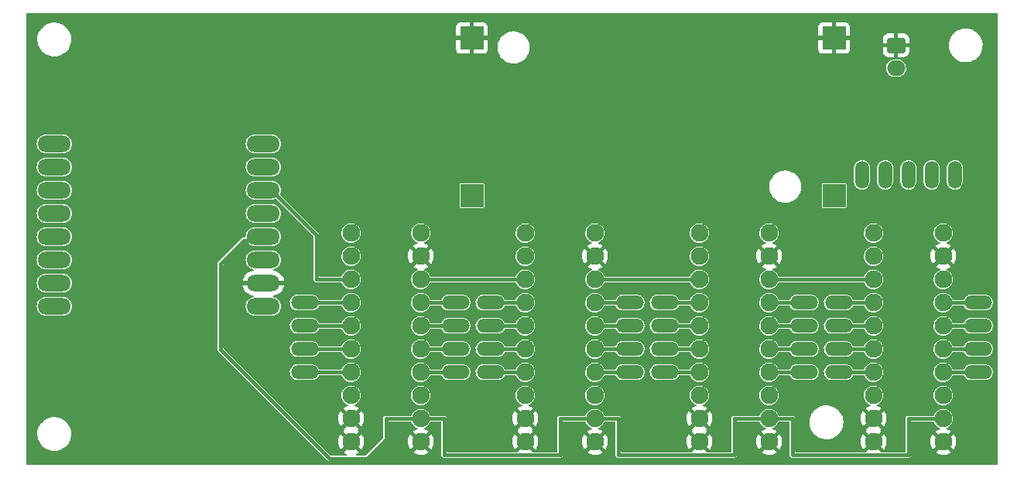
<source format=gbl>
G04 #@! TF.GenerationSoftware,KiCad,Pcbnew,(6.0.4)*
G04 #@! TF.CreationDate,2022-03-19T22:36:38+01:00*
G04 #@! TF.ProjectId,FlyballDisplay,466c7962-616c-46c4-9469-73706c61792e,rev?*
G04 #@! TF.SameCoordinates,Original*
G04 #@! TF.FileFunction,Copper,L2,Bot*
G04 #@! TF.FilePolarity,Positive*
%FSLAX46Y46*%
G04 Gerber Fmt 4.6, Leading zero omitted, Abs format (unit mm)*
G04 Created by KiCad (PCBNEW (6.0.4)) date 2022-03-19 22:36:38*
%MOMM*%
%LPD*%
G01*
G04 APERTURE LIST*
G04 Aperture macros list*
%AMRoundRect*
0 Rectangle with rounded corners*
0 $1 Rounding radius*
0 $2 $3 $4 $5 $6 $7 $8 $9 X,Y pos of 4 corners*
0 Add a 4 corners polygon primitive as box body*
4,1,4,$2,$3,$4,$5,$6,$7,$8,$9,$2,$3,0*
0 Add four circle primitives for the rounded corners*
1,1,$1+$1,$2,$3*
1,1,$1+$1,$4,$5*
1,1,$1+$1,$6,$7*
1,1,$1+$1,$8,$9*
0 Add four rect primitives between the rounded corners*
20,1,$1+$1,$2,$3,$4,$5,0*
20,1,$1+$1,$4,$5,$6,$7,0*
20,1,$1+$1,$6,$7,$8,$9,0*
20,1,$1+$1,$8,$9,$2,$3,0*%
G04 Aperture macros list end*
G04 #@! TA.AperFunction,ComponentPad*
%ADD10RoundRect,0.250000X-0.750000X0.600000X-0.750000X-0.600000X0.750000X-0.600000X0.750000X0.600000X0*%
G04 #@! TD*
G04 #@! TA.AperFunction,ComponentPad*
%ADD11O,2.000000X1.700000*%
G04 #@! TD*
G04 #@! TA.AperFunction,ComponentPad*
%ADD12O,3.657600X1.828800*%
G04 #@! TD*
G04 #@! TA.AperFunction,ComponentPad*
%ADD13C,1.930400*%
G04 #@! TD*
G04 #@! TA.AperFunction,ComponentPad*
%ADD14O,3.032000X1.516000*%
G04 #@! TD*
G04 #@! TA.AperFunction,ComponentPad*
%ADD15R,2.500000X2.500000*%
G04 #@! TD*
G04 #@! TA.AperFunction,ComponentPad*
%ADD16O,1.516000X3.032000*%
G04 #@! TD*
G04 #@! TA.AperFunction,Conductor*
%ADD17C,0.406400*%
G04 #@! TD*
G04 APERTURE END LIST*
D10*
X190500000Y-83820000D03*
D11*
X190500000Y-86320000D03*
D12*
X98425000Y-94615000D03*
X98425000Y-97155000D03*
X98425000Y-99695000D03*
X98425000Y-102235000D03*
X98425000Y-104775000D03*
X98425000Y-107315000D03*
X98425000Y-109855000D03*
X98425000Y-112395000D03*
X121285000Y-94615000D03*
X121285000Y-97155000D03*
X121285000Y-99695000D03*
X121285000Y-102235000D03*
X121285000Y-104775000D03*
X121285000Y-107315000D03*
X121285000Y-109855000D03*
X121285000Y-112395000D03*
D13*
X138506100Y-127223600D03*
X138506100Y-124683600D03*
X138506100Y-122143600D03*
X138506100Y-119603600D03*
X138506100Y-117063600D03*
X138506100Y-114523600D03*
X138506100Y-111983600D03*
X138506100Y-109443600D03*
X138506100Y-106903600D03*
X138506100Y-104363600D03*
X130886100Y-127223600D03*
X130886100Y-124683600D03*
X130886100Y-122143600D03*
X130886100Y-119603600D03*
X130886100Y-117063600D03*
X130886100Y-114523600D03*
X130886100Y-111983600D03*
X130886100Y-109443600D03*
X130886100Y-106903600D03*
X130886100Y-104363600D03*
X157556100Y-127223600D03*
X157556100Y-124683600D03*
X157556100Y-122143600D03*
X157556100Y-119603600D03*
X157556100Y-117063600D03*
X157556100Y-114523600D03*
X157556100Y-111983600D03*
X157556100Y-109443600D03*
X157556100Y-106903600D03*
X157556100Y-104363600D03*
X149936100Y-127223600D03*
X149936100Y-124683600D03*
X149936100Y-122143600D03*
X149936100Y-119603600D03*
X149936100Y-117063600D03*
X149936100Y-114523600D03*
X149936100Y-111983600D03*
X149936100Y-109443600D03*
X149936100Y-106903600D03*
X149936100Y-104363600D03*
D14*
X125806100Y-119603600D03*
X125806100Y-117063600D03*
X125806100Y-114523600D03*
X125806100Y-111983600D03*
X142316100Y-111983600D03*
X142316100Y-114523600D03*
X142316100Y-117063600D03*
X142316100Y-119603600D03*
X146126100Y-119603600D03*
X146126100Y-117063600D03*
X146126100Y-114523600D03*
X146126100Y-111983600D03*
X161366100Y-111983600D03*
X161366100Y-114523600D03*
X161366100Y-117063600D03*
X161366100Y-119603600D03*
D13*
X176606100Y-127223600D03*
X176606100Y-124683600D03*
X176606100Y-122143600D03*
X176606100Y-119603600D03*
X176606100Y-117063600D03*
X176606100Y-114523600D03*
X176606100Y-111983600D03*
X176606100Y-109443600D03*
X176606100Y-106903600D03*
X176606100Y-104363600D03*
X168986100Y-127223600D03*
X168986100Y-124683600D03*
X168986100Y-122143600D03*
X168986100Y-119603600D03*
X168986100Y-117063600D03*
X168986100Y-114523600D03*
X168986100Y-111983600D03*
X168986100Y-109443600D03*
X168986100Y-106903600D03*
X168986100Y-104363600D03*
D14*
X165176100Y-119603600D03*
X165176100Y-117063600D03*
X165176100Y-114523600D03*
X165176100Y-111983600D03*
X180416100Y-111983600D03*
X180416100Y-114523600D03*
X180416100Y-117063600D03*
X180416100Y-119603600D03*
D13*
X195656100Y-127223600D03*
X195656100Y-124683600D03*
X195656100Y-122143600D03*
X195656100Y-119603600D03*
X195656100Y-117063600D03*
X195656100Y-114523600D03*
X195656100Y-111983600D03*
X195656100Y-109443600D03*
X195656100Y-106903600D03*
X195656100Y-104363600D03*
X188036100Y-127223600D03*
X188036100Y-124683600D03*
X188036100Y-122143600D03*
X188036100Y-119603600D03*
X188036100Y-117063600D03*
X188036100Y-114523600D03*
X188036100Y-111983600D03*
X188036100Y-109443600D03*
X188036100Y-106903600D03*
X188036100Y-104363600D03*
D14*
X184226100Y-119603600D03*
X184226100Y-117063600D03*
X184226100Y-114523600D03*
X184226100Y-111983600D03*
X199466100Y-111983600D03*
X199466100Y-114523600D03*
X199466100Y-117063600D03*
X199466100Y-119603600D03*
D15*
X144094100Y-100299600D03*
X144094100Y-83027600D03*
X183718100Y-83027600D03*
X183718100Y-100299600D03*
D16*
X196926100Y-98013600D03*
X194386100Y-98013600D03*
X191846100Y-98013600D03*
X189306100Y-98013600D03*
X186766100Y-98013600D03*
D17*
X138506100Y-124683600D02*
X141046100Y-124683600D01*
X141046100Y-128675400D02*
X153746100Y-128675400D01*
X153746100Y-128675400D02*
X153746100Y-124683600D01*
X153746100Y-124683600D02*
X157556100Y-124683600D01*
X141046100Y-124683600D02*
X141046100Y-128675400D01*
X157556100Y-124683600D02*
X160096100Y-124683600D01*
X160096100Y-128675400D02*
X172796100Y-128675400D01*
X172796100Y-128675400D02*
X172796100Y-124683600D01*
X172796100Y-124683600D02*
X176606100Y-124683600D01*
X160096100Y-124683600D02*
X160096100Y-128675400D01*
X176606100Y-124683600D02*
X179146100Y-124683600D01*
X179146100Y-124683600D02*
X179146100Y-128675400D01*
X179146100Y-128675400D02*
X191846100Y-128675400D01*
X191846100Y-128675400D02*
X191846100Y-124683600D01*
X191846100Y-124683600D02*
X195656100Y-124683600D01*
X120904000Y-105156000D02*
X121285000Y-104775000D01*
X119126000Y-105156000D02*
X120904000Y-105156000D01*
X116586000Y-107696000D02*
X119126000Y-105156000D01*
X138506100Y-124683600D02*
X134696100Y-124683600D01*
X134696100Y-126923900D02*
X132588000Y-129032000D01*
X134696100Y-124683600D02*
X134696100Y-126923900D01*
X132588000Y-129032000D02*
X128524000Y-129032000D01*
X128524000Y-129032000D02*
X116586000Y-117094000D01*
X116586000Y-117094000D02*
X116586000Y-107696000D01*
X138506100Y-119603600D02*
X142316100Y-119603600D01*
X138506100Y-117063600D02*
X142316100Y-117063600D01*
X138506100Y-114523600D02*
X142316100Y-114523600D01*
X138506100Y-111983600D02*
X142316100Y-111983600D01*
X138506100Y-109443600D02*
X149936100Y-109443600D01*
X125806100Y-119603600D02*
X130886100Y-119603600D01*
X125806100Y-117063600D02*
X130886100Y-117063600D01*
X125806100Y-114523600D02*
X130886100Y-114523600D01*
X125806100Y-111983600D02*
X130886100Y-111983600D01*
X122199400Y-99695000D02*
X121285000Y-99695000D01*
X127076100Y-104571700D02*
X122199400Y-99695000D01*
X127076100Y-109443600D02*
X127076100Y-104571700D01*
X130886100Y-109443600D02*
X127076100Y-109443600D01*
X157556100Y-119603600D02*
X161366100Y-119603600D01*
X157556100Y-117063600D02*
X161366100Y-117063600D01*
X157556100Y-114523600D02*
X161366100Y-114523600D01*
X157556100Y-111983600D02*
X161366100Y-111983600D01*
X157556100Y-109443600D02*
X168986100Y-109443600D01*
X146126100Y-119603600D02*
X149936100Y-119603600D01*
X146126100Y-117063600D02*
X149936100Y-117063600D01*
X146126100Y-114523600D02*
X149936100Y-114523600D01*
X146126100Y-111983600D02*
X149936100Y-111983600D01*
X176606100Y-119603600D02*
X180416100Y-119603600D01*
X176606100Y-117063600D02*
X180416100Y-117063600D01*
X176606100Y-114523600D02*
X180416100Y-114523600D01*
X176606100Y-111983600D02*
X180416100Y-111983600D01*
X176606100Y-109443600D02*
X188036100Y-109443600D01*
X165176100Y-119603600D02*
X168986100Y-119603600D01*
X165176100Y-117063600D02*
X168986100Y-117063600D01*
X165176100Y-114523600D02*
X168986100Y-114523600D01*
X165176100Y-111983600D02*
X168986100Y-111983600D01*
X195656100Y-119603600D02*
X199466100Y-119603600D01*
X195656100Y-117063600D02*
X199466100Y-117063600D01*
X195656100Y-114523600D02*
X199466100Y-114523600D01*
X195656100Y-111983600D02*
X199466100Y-111983600D01*
X184226100Y-119603600D02*
X188036100Y-119603600D01*
X184226100Y-117063600D02*
X188036100Y-117063600D01*
X184226100Y-114523600D02*
X188036100Y-114523600D01*
X184226100Y-111983600D02*
X188036100Y-111983600D01*
G04 #@! TA.AperFunction,Conductor*
G36*
X201609131Y-80288313D02*
G01*
X201645676Y-80338613D01*
X201650600Y-80369700D01*
X201650600Y-129637500D01*
X201631387Y-129696631D01*
X201581087Y-129733176D01*
X201550000Y-129738100D01*
X95452200Y-129738100D01*
X95393069Y-129718887D01*
X95356524Y-129668587D01*
X95351600Y-129637500D01*
X95351600Y-126407095D01*
X96570028Y-126407095D01*
X96570374Y-126410721D01*
X96570374Y-126410724D01*
X96583977Y-126553301D01*
X96595534Y-126674431D01*
X96596398Y-126677962D01*
X96596399Y-126677968D01*
X96644152Y-126873120D01*
X96659364Y-126935285D01*
X96660731Y-126938660D01*
X96758816Y-127180821D01*
X96758819Y-127180828D01*
X96760182Y-127184192D01*
X96762020Y-127187332D01*
X96762022Y-127187335D01*
X96779788Y-127217677D01*
X96895875Y-127415938D01*
X96898152Y-127418785D01*
X97015264Y-127565226D01*
X97063601Y-127625669D01*
X97066263Y-127628155D01*
X97066266Y-127628159D01*
X97168543Y-127723700D01*
X97259846Y-127808991D01*
X97262836Y-127811066D01*
X97262837Y-127811066D01*
X97477503Y-127959986D01*
X97477507Y-127959988D01*
X97480499Y-127962064D01*
X97720938Y-128081680D01*
X97724396Y-128082814D01*
X97724397Y-128082814D01*
X97972663Y-128164200D01*
X97972666Y-128164201D01*
X97976126Y-128165335D01*
X97979720Y-128165959D01*
X98237697Y-128210752D01*
X98237703Y-128210753D01*
X98240717Y-128211276D01*
X98277055Y-128213085D01*
X98324335Y-128215439D01*
X98324348Y-128215439D01*
X98325567Y-128215500D01*
X98493223Y-128215500D01*
X98495037Y-128215368D01*
X98495048Y-128215368D01*
X98689209Y-128201280D01*
X98689211Y-128201280D01*
X98692846Y-128201016D01*
X98696404Y-128200230D01*
X98696407Y-128200230D01*
X98951516Y-128143907D01*
X98951518Y-128143906D01*
X98955080Y-128143120D01*
X99206211Y-128047975D01*
X99440976Y-127917574D01*
X99583254Y-127808991D01*
X99651552Y-127756868D01*
X99651554Y-127756866D01*
X99654458Y-127754650D01*
X99657009Y-127752040D01*
X99657014Y-127752036D01*
X99839632Y-127565226D01*
X99839634Y-127565223D01*
X99842185Y-127562614D01*
X99844331Y-127559666D01*
X99844335Y-127559661D01*
X99998073Y-127348447D01*
X100000225Y-127345491D01*
X100125265Y-127107828D01*
X100146014Y-127049072D01*
X100213476Y-126858036D01*
X100213477Y-126858032D01*
X100214688Y-126854603D01*
X100266620Y-126591122D01*
X100279972Y-126322905D01*
X100256059Y-126072260D01*
X100254812Y-126059195D01*
X100254812Y-126059194D01*
X100254466Y-126055569D01*
X100249479Y-126035185D01*
X100191502Y-125798254D01*
X100190636Y-125794715D01*
X100189269Y-125791340D01*
X100091184Y-125549179D01*
X100091181Y-125549172D01*
X100089818Y-125545808D01*
X99954125Y-125314062D01*
X99836825Y-125167386D01*
X99788676Y-125107178D01*
X99788675Y-125107176D01*
X99786399Y-125104331D01*
X99783737Y-125101845D01*
X99783734Y-125101841D01*
X99645951Y-124973132D01*
X99590154Y-124921009D01*
X99433633Y-124812426D01*
X99372497Y-124770014D01*
X99372493Y-124770012D01*
X99369501Y-124767936D01*
X99129062Y-124648320D01*
X99073891Y-124630234D01*
X98877337Y-124565800D01*
X98877334Y-124565799D01*
X98873874Y-124564665D01*
X98759338Y-124544778D01*
X98612303Y-124519248D01*
X98612297Y-124519247D01*
X98609283Y-124518724D01*
X98572945Y-124516915D01*
X98525665Y-124514561D01*
X98525652Y-124514561D01*
X98524433Y-124514500D01*
X98356777Y-124514500D01*
X98354963Y-124514632D01*
X98354952Y-124514632D01*
X98160791Y-124528720D01*
X98160789Y-124528720D01*
X98157154Y-124528984D01*
X98153596Y-124529770D01*
X98153593Y-124529770D01*
X97898484Y-124586093D01*
X97898482Y-124586094D01*
X97894920Y-124586880D01*
X97643789Y-124682025D01*
X97409024Y-124812426D01*
X97406127Y-124814637D01*
X97260842Y-124925515D01*
X97195542Y-124975350D01*
X97192991Y-124977960D01*
X97192986Y-124977964D01*
X97010368Y-125164774D01*
X97007815Y-125167386D01*
X97005669Y-125170334D01*
X97005665Y-125170339D01*
X96913829Y-125296509D01*
X96849775Y-125384509D01*
X96724735Y-125622172D01*
X96723522Y-125625606D01*
X96723521Y-125625609D01*
X96640019Y-125862069D01*
X96635312Y-125875397D01*
X96583380Y-126138878D01*
X96570028Y-126407095D01*
X95351600Y-126407095D01*
X95351600Y-112387880D01*
X96490814Y-112387880D01*
X96491260Y-112392781D01*
X96491260Y-112392784D01*
X96506814Y-112563691D01*
X96508853Y-112586094D01*
X96565048Y-112777028D01*
X96567327Y-112781388D01*
X96567329Y-112781392D01*
X96599067Y-112842100D01*
X96657259Y-112953411D01*
X96660346Y-112957250D01*
X96660347Y-112957252D01*
X96738008Y-113053843D01*
X96781973Y-113108524D01*
X96785740Y-113111685D01*
X96785741Y-113111686D01*
X96930672Y-113233299D01*
X96930677Y-113233302D01*
X96934440Y-113236460D01*
X96938746Y-113238827D01*
X96938750Y-113238830D01*
X97057589Y-113304161D01*
X97108854Y-113332344D01*
X97298569Y-113392526D01*
X97303456Y-113393074D01*
X97303460Y-113393075D01*
X97450670Y-113409587D01*
X97450671Y-113409587D01*
X97453461Y-113409900D01*
X99389487Y-113409900D01*
X99537482Y-113395389D01*
X99542192Y-113393967D01*
X99542197Y-113393966D01*
X99723305Y-113339286D01*
X99723309Y-113339284D01*
X99728020Y-113337862D01*
X99903755Y-113244422D01*
X100057994Y-113118628D01*
X100111589Y-113053843D01*
X100181729Y-112969059D01*
X100181732Y-112969054D01*
X100184862Y-112965271D01*
X100251503Y-112842021D01*
X100277189Y-112794516D01*
X100277190Y-112794512D01*
X100279526Y-112790193D01*
X100338382Y-112600061D01*
X100359186Y-112402120D01*
X100358337Y-112392784D01*
X100341593Y-112208805D01*
X100341593Y-112208803D01*
X100341147Y-112203906D01*
X100284952Y-112012972D01*
X100278070Y-111999807D01*
X100195023Y-111840954D01*
X100192741Y-111836589D01*
X100183206Y-111824729D01*
X100071112Y-111685313D01*
X100068027Y-111681476D01*
X100064259Y-111678314D01*
X99919328Y-111556701D01*
X99919323Y-111556698D01*
X99915560Y-111553540D01*
X99911254Y-111551173D01*
X99911250Y-111551170D01*
X99745453Y-111460024D01*
X99741146Y-111457656D01*
X99551431Y-111397474D01*
X99546544Y-111396926D01*
X99546540Y-111396925D01*
X99399330Y-111380413D01*
X99399329Y-111380413D01*
X99396539Y-111380100D01*
X97460513Y-111380100D01*
X97312518Y-111394611D01*
X97307808Y-111396033D01*
X97307803Y-111396034D01*
X97126695Y-111450714D01*
X97126691Y-111450716D01*
X97121980Y-111452138D01*
X96946245Y-111545578D01*
X96942433Y-111548687D01*
X96859090Y-111616660D01*
X96792006Y-111671372D01*
X96780473Y-111685313D01*
X96668271Y-111820941D01*
X96668268Y-111820946D01*
X96665138Y-111824729D01*
X96662800Y-111829053D01*
X96584671Y-111973551D01*
X96570474Y-111999807D01*
X96511618Y-112189939D01*
X96490814Y-112387880D01*
X95351600Y-112387880D01*
X95351600Y-109847880D01*
X96490814Y-109847880D01*
X96491260Y-109852781D01*
X96491260Y-109852784D01*
X96506814Y-110023691D01*
X96508853Y-110046094D01*
X96565048Y-110237028D01*
X96567327Y-110241388D01*
X96567329Y-110241392D01*
X96608290Y-110319743D01*
X96657259Y-110413411D01*
X96660346Y-110417250D01*
X96660347Y-110417252D01*
X96738008Y-110513843D01*
X96781973Y-110568524D01*
X96785740Y-110571685D01*
X96785741Y-110571686D01*
X96930672Y-110693299D01*
X96930677Y-110693302D01*
X96934440Y-110696460D01*
X96938746Y-110698827D01*
X96938750Y-110698830D01*
X97055813Y-110763185D01*
X97108854Y-110792344D01*
X97298569Y-110852526D01*
X97303456Y-110853074D01*
X97303460Y-110853075D01*
X97450670Y-110869587D01*
X97450671Y-110869587D01*
X97453461Y-110869900D01*
X99389487Y-110869900D01*
X99537482Y-110855389D01*
X99542192Y-110853967D01*
X99542197Y-110853966D01*
X99723305Y-110799286D01*
X99723309Y-110799284D01*
X99728020Y-110797862D01*
X99903755Y-110704422D01*
X100057994Y-110578628D01*
X100111589Y-110513843D01*
X100181729Y-110429059D01*
X100181732Y-110429054D01*
X100184862Y-110425271D01*
X100193635Y-110409046D01*
X100277189Y-110254516D01*
X100277190Y-110254512D01*
X100279526Y-110250193D01*
X100338382Y-110060061D01*
X100359186Y-109862120D01*
X100358337Y-109852784D01*
X100341593Y-109668805D01*
X100341593Y-109668803D01*
X100341147Y-109663906D01*
X100284952Y-109472972D01*
X100280176Y-109463835D01*
X100195023Y-109300954D01*
X100192741Y-109296589D01*
X100183206Y-109284729D01*
X100071112Y-109145313D01*
X100068027Y-109141476D01*
X100064259Y-109138314D01*
X99919328Y-109016701D01*
X99919323Y-109016698D01*
X99915560Y-109013540D01*
X99911254Y-109011173D01*
X99911250Y-109011170D01*
X99745453Y-108920024D01*
X99741146Y-108917656D01*
X99551431Y-108857474D01*
X99546544Y-108856926D01*
X99546540Y-108856925D01*
X99399330Y-108840413D01*
X99399329Y-108840413D01*
X99396539Y-108840100D01*
X97460513Y-108840100D01*
X97312518Y-108854611D01*
X97307808Y-108856033D01*
X97307803Y-108856034D01*
X97126695Y-108910714D01*
X97126691Y-108910716D01*
X97121980Y-108912138D01*
X96946245Y-109005578D01*
X96792006Y-109131372D01*
X96780473Y-109145313D01*
X96668271Y-109280941D01*
X96668268Y-109280946D01*
X96665138Y-109284729D01*
X96662800Y-109289053D01*
X96574244Y-109452835D01*
X96570474Y-109459807D01*
X96511618Y-109649939D01*
X96490814Y-109847880D01*
X95351600Y-109847880D01*
X95351600Y-107307880D01*
X96490814Y-107307880D01*
X96491260Y-107312781D01*
X96491260Y-107312784D01*
X96507144Y-107487316D01*
X96508853Y-107506094D01*
X96565048Y-107697028D01*
X96567327Y-107701388D01*
X96567329Y-107701392D01*
X96579515Y-107724701D01*
X96657259Y-107873411D01*
X96660346Y-107877250D01*
X96660347Y-107877252D01*
X96738008Y-107973843D01*
X96781973Y-108028524D01*
X96785740Y-108031685D01*
X96785741Y-108031686D01*
X96930672Y-108153299D01*
X96930677Y-108153302D01*
X96934440Y-108156460D01*
X96938746Y-108158827D01*
X96938750Y-108158830D01*
X97057589Y-108224161D01*
X97108854Y-108252344D01*
X97298569Y-108312526D01*
X97303456Y-108313074D01*
X97303460Y-108313075D01*
X97450670Y-108329587D01*
X97450671Y-108329587D01*
X97453461Y-108329900D01*
X99389487Y-108329900D01*
X99537482Y-108315389D01*
X99542192Y-108313967D01*
X99542197Y-108313966D01*
X99723305Y-108259286D01*
X99723309Y-108259284D01*
X99728020Y-108257862D01*
X99903755Y-108164422D01*
X100023859Y-108066468D01*
X100054180Y-108041739D01*
X100054182Y-108041737D01*
X100057994Y-108038628D01*
X100111589Y-107973843D01*
X100181729Y-107889059D01*
X100181732Y-107889054D01*
X100184862Y-107885271D01*
X100279526Y-107710193D01*
X100288592Y-107680907D01*
X116277408Y-107680907D01*
X116281381Y-107710099D01*
X116282300Y-107723665D01*
X116282300Y-117039942D01*
X116281996Y-117044084D01*
X116280354Y-117048866D01*
X116280702Y-117058146D01*
X116280702Y-117058149D01*
X116282229Y-117098815D01*
X116282300Y-117102589D01*
X116282300Y-117122248D01*
X116283135Y-117126728D01*
X116283473Y-117131946D01*
X116284598Y-117161924D01*
X116288265Y-117170458D01*
X116288265Y-117170459D01*
X116289166Y-117172557D01*
X116295636Y-117193850D01*
X116297754Y-117205225D01*
X116311860Y-117228109D01*
X116318649Y-117241180D01*
X116329258Y-117265874D01*
X116333310Y-117270807D01*
X116337677Y-117275174D01*
X116352179Y-117293520D01*
X116352246Y-117293629D01*
X116352248Y-117293631D01*
X116357120Y-117301535D01*
X116364512Y-117307156D01*
X116380574Y-117319370D01*
X116390816Y-117328313D01*
X128271027Y-129208524D01*
X128273740Y-129211668D01*
X128275961Y-129216210D01*
X128282770Y-129222526D01*
X128312596Y-129250194D01*
X128315315Y-129252812D01*
X128329226Y-129266723D01*
X128332984Y-129269300D01*
X128336904Y-129272742D01*
X128358906Y-129293153D01*
X128367533Y-129296595D01*
X128367535Y-129296596D01*
X128369658Y-129297443D01*
X128389287Y-129307924D01*
X128398828Y-129314469D01*
X128424982Y-129320676D01*
X128439029Y-129325119D01*
X128457391Y-129332445D01*
X128457393Y-129332446D01*
X128463989Y-129335077D01*
X128470343Y-129335700D01*
X128476521Y-129335700D01*
X128499743Y-129338417D01*
X128508907Y-129340592D01*
X128538102Y-129336619D01*
X128551667Y-129335700D01*
X132533942Y-129335700D01*
X132538084Y-129336004D01*
X132542866Y-129337646D01*
X132552146Y-129337298D01*
X132552149Y-129337298D01*
X132592815Y-129335771D01*
X132596589Y-129335700D01*
X132616248Y-129335700D01*
X132620728Y-129334865D01*
X132625946Y-129334527D01*
X132655924Y-129333402D01*
X132664459Y-129329735D01*
X132666557Y-129328834D01*
X132687851Y-129322364D01*
X132699225Y-129320246D01*
X132722109Y-129306140D01*
X132735180Y-129299351D01*
X132753347Y-129291546D01*
X132753346Y-129291546D01*
X132759874Y-129288742D01*
X132764807Y-129284690D01*
X132769174Y-129280323D01*
X132787520Y-129265821D01*
X132787629Y-129265754D01*
X132787631Y-129265752D01*
X132795535Y-129260880D01*
X132813370Y-129237426D01*
X132822313Y-129227184D01*
X133669101Y-128380396D01*
X137677951Y-128380396D01*
X137678399Y-128383219D01*
X137680736Y-128386142D01*
X137684730Y-128389458D01*
X137691471Y-128394179D01*
X137886180Y-128507957D01*
X137893599Y-128511512D01*
X138104265Y-128591957D01*
X138112182Y-128594257D01*
X138333152Y-128639213D01*
X138341327Y-128640188D01*
X138566677Y-128648452D01*
X138574905Y-128648079D01*
X138798589Y-128619424D01*
X138806633Y-128617714D01*
X139022640Y-128552909D01*
X139030285Y-128549914D01*
X139232807Y-128450699D01*
X139239881Y-128446481D01*
X139324017Y-128386468D01*
X139332081Y-128375570D01*
X139332089Y-128374694D01*
X139328413Y-128368636D01*
X138517368Y-127557592D01*
X138505289Y-127551437D01*
X138500177Y-127552247D01*
X137684106Y-128368317D01*
X137677951Y-128380396D01*
X133669101Y-128380396D01*
X134856624Y-127192873D01*
X137080292Y-127192873D01*
X137093273Y-127418009D01*
X137094416Y-127426148D01*
X137143996Y-127646150D01*
X137146455Y-127653995D01*
X137231299Y-127862942D01*
X137235008Y-127870283D01*
X137341312Y-128043755D01*
X137351155Y-128052161D01*
X137359475Y-128047502D01*
X138172108Y-127234868D01*
X138177436Y-127224411D01*
X138833937Y-127224411D01*
X138834747Y-127229523D01*
X139648435Y-128043212D01*
X139660514Y-128049367D01*
X139661473Y-128049215D01*
X139666730Y-128044701D01*
X139726413Y-127961644D01*
X139730654Y-127954587D01*
X139830573Y-127752415D01*
X139833600Y-127744770D01*
X139899155Y-127529002D01*
X139900895Y-127520953D01*
X139930520Y-127295934D01*
X139930934Y-127290613D01*
X139932507Y-127226269D01*
X139932353Y-127220942D01*
X139913756Y-126994735D01*
X139912412Y-126986613D01*
X139857473Y-126767896D01*
X139854824Y-126760114D01*
X139764899Y-126553301D01*
X139761018Y-126546062D01*
X139669640Y-126404814D01*
X139659285Y-126396399D01*
X139651589Y-126400834D01*
X138840092Y-127212332D01*
X138833937Y-127224411D01*
X138177436Y-127224411D01*
X138178263Y-127222789D01*
X138177453Y-127217677D01*
X137363432Y-126403655D01*
X137351353Y-126397500D01*
X137351052Y-126397548D01*
X137345026Y-126402851D01*
X137268119Y-126515592D01*
X137264051Y-126522752D01*
X137169106Y-126727294D01*
X137166261Y-126735027D01*
X137105999Y-126952327D01*
X137104456Y-126960413D01*
X137080493Y-127184638D01*
X137080292Y-127192873D01*
X134856624Y-127192873D01*
X134872624Y-127176873D01*
X134875768Y-127174160D01*
X134880310Y-127171939D01*
X134914294Y-127135304D01*
X134916912Y-127132585D01*
X134930823Y-127118674D01*
X134933400Y-127114916D01*
X134936842Y-127110996D01*
X134957253Y-127088994D01*
X134961543Y-127078242D01*
X134972024Y-127058613D01*
X134972275Y-127058247D01*
X134978569Y-127049072D01*
X134984776Y-127022918D01*
X134989219Y-127008871D01*
X134996545Y-126990509D01*
X134996546Y-126990507D01*
X134999177Y-126983911D01*
X134999800Y-126977557D01*
X134999800Y-126971379D01*
X135002517Y-126948157D01*
X135004692Y-126938993D01*
X135000719Y-126909798D01*
X134999800Y-126896233D01*
X134999800Y-125087900D01*
X135019013Y-125028769D01*
X135069313Y-124992224D01*
X135100400Y-124987300D01*
X137408683Y-124987300D01*
X137467814Y-125006513D01*
X137505386Y-125060171D01*
X137510443Y-125077808D01*
X137512695Y-125082190D01*
X137556480Y-125167386D01*
X137605974Y-125263691D01*
X137609029Y-125267545D01*
X137609030Y-125267547D01*
X137649625Y-125318764D01*
X137735791Y-125427479D01*
X137894948Y-125562933D01*
X138077384Y-125664893D01*
X138095476Y-125670771D01*
X138145775Y-125707314D01*
X138164989Y-125766445D01*
X138145777Y-125825576D01*
X138095643Y-125862069D01*
X137957248Y-125907304D01*
X137949653Y-125910497D01*
X137749628Y-126014623D01*
X137742669Y-126019005D01*
X137687762Y-126060230D01*
X137679969Y-126071319D01*
X137679993Y-126072862D01*
X137683155Y-126077932D01*
X138494832Y-126889608D01*
X138506911Y-126895763D01*
X138512023Y-126894953D01*
X139326704Y-126080273D01*
X139332859Y-126068194D01*
X139332514Y-126066020D01*
X139329431Y-126062260D01*
X139298742Y-126038023D01*
X139291881Y-126033464D01*
X139094457Y-125924480D01*
X139086951Y-125921107D01*
X138916635Y-125860796D01*
X138867308Y-125822947D01*
X138849649Y-125763333D01*
X138870403Y-125704725D01*
X138904856Y-125676172D01*
X138933414Y-125661746D01*
X139079893Y-125587754D01*
X139244583Y-125459084D01*
X139311506Y-125381553D01*
X139377930Y-125304601D01*
X139377932Y-125304599D01*
X139381145Y-125300876D01*
X139383577Y-125296595D01*
X139481946Y-125123434D01*
X139481947Y-125123432D01*
X139484376Y-125119156D01*
X139505337Y-125056146D01*
X139542232Y-125006102D01*
X139600794Y-124987300D01*
X140641800Y-124987300D01*
X140700931Y-125006513D01*
X140737476Y-125056813D01*
X140742400Y-125087900D01*
X140742400Y-128619145D01*
X140741920Y-128628962D01*
X140741197Y-128636330D01*
X140738614Y-128645251D01*
X140739415Y-128654502D01*
X140739415Y-128654504D01*
X140742025Y-128684635D01*
X140742400Y-128693315D01*
X140742400Y-128703648D01*
X140743250Y-128708210D01*
X140743875Y-128711568D01*
X140745201Y-128721307D01*
X140748376Y-128757966D01*
X140752456Y-128766313D01*
X140754030Y-128771988D01*
X140756152Y-128777489D01*
X140757854Y-128786625D01*
X140762729Y-128794534D01*
X140777162Y-128817949D01*
X140781900Y-128826549D01*
X140798061Y-128859610D01*
X140804874Y-128865930D01*
X140808394Y-128870670D01*
X140812347Y-128875030D01*
X140817220Y-128882935D01*
X140824609Y-128888554D01*
X140824612Y-128888557D01*
X140846516Y-128905213D01*
X140854032Y-128911531D01*
X140881006Y-128936553D01*
X140889637Y-128939996D01*
X140894618Y-128943145D01*
X140899883Y-128945793D01*
X140907278Y-128951417D01*
X140916201Y-128954001D01*
X140916203Y-128954002D01*
X140942619Y-128961651D01*
X140951915Y-128964843D01*
X140979491Y-128975845D01*
X140979493Y-128975846D01*
X140986089Y-128978477D01*
X140992443Y-128979100D01*
X140993365Y-128979100D01*
X140997744Y-128979835D01*
X140997787Y-128979396D01*
X141007029Y-128980302D01*
X141015951Y-128982886D01*
X141025202Y-128982085D01*
X141025205Y-128982085D01*
X141055335Y-128979475D01*
X141064015Y-128979100D01*
X153689845Y-128979100D01*
X153699662Y-128979580D01*
X153707030Y-128980303D01*
X153715951Y-128982886D01*
X153725202Y-128982085D01*
X153725204Y-128982085D01*
X153755335Y-128979475D01*
X153764015Y-128979100D01*
X153774348Y-128979100D01*
X153782267Y-128977625D01*
X153792007Y-128976299D01*
X153794190Y-128976110D01*
X153828666Y-128973124D01*
X153837013Y-128969044D01*
X153842688Y-128967470D01*
X153848189Y-128965348D01*
X153857325Y-128963646D01*
X153872971Y-128954002D01*
X153888649Y-128944338D01*
X153897249Y-128939600D01*
X153930310Y-128923439D01*
X153936630Y-128916626D01*
X153941370Y-128913106D01*
X153945730Y-128909153D01*
X153953635Y-128904280D01*
X153959254Y-128896891D01*
X153959257Y-128896888D01*
X153975913Y-128874984D01*
X153982236Y-128867462D01*
X153997261Y-128851265D01*
X154007253Y-128840494D01*
X154010696Y-128831863D01*
X154013845Y-128826882D01*
X154016493Y-128821617D01*
X154022117Y-128814222D01*
X154024701Y-128805299D01*
X154024702Y-128805297D01*
X154032351Y-128778881D01*
X154035543Y-128769585D01*
X154046545Y-128742009D01*
X154046546Y-128742007D01*
X154049177Y-128735411D01*
X154049800Y-128729057D01*
X154049800Y-128728135D01*
X154050535Y-128723756D01*
X154050096Y-128723713D01*
X154051002Y-128714471D01*
X154053586Y-128705549D01*
X154052527Y-128693315D01*
X154050175Y-128666165D01*
X154049800Y-128657485D01*
X154049800Y-128380396D01*
X156727951Y-128380396D01*
X156728399Y-128383219D01*
X156730736Y-128386142D01*
X156734730Y-128389458D01*
X156741471Y-128394179D01*
X156936180Y-128507957D01*
X156943599Y-128511512D01*
X157154265Y-128591957D01*
X157162182Y-128594257D01*
X157383152Y-128639213D01*
X157391327Y-128640188D01*
X157616677Y-128648452D01*
X157624905Y-128648079D01*
X157848589Y-128619424D01*
X157856633Y-128617714D01*
X158072640Y-128552909D01*
X158080285Y-128549914D01*
X158282807Y-128450699D01*
X158289881Y-128446481D01*
X158374017Y-128386468D01*
X158382081Y-128375570D01*
X158382089Y-128374694D01*
X158378413Y-128368636D01*
X157567368Y-127557592D01*
X157555289Y-127551437D01*
X157550177Y-127552247D01*
X156734106Y-128368317D01*
X156727951Y-128380396D01*
X154049800Y-128380396D01*
X154049800Y-127192873D01*
X156130292Y-127192873D01*
X156143273Y-127418009D01*
X156144416Y-127426148D01*
X156193996Y-127646150D01*
X156196455Y-127653995D01*
X156281299Y-127862942D01*
X156285008Y-127870283D01*
X156391312Y-128043755D01*
X156401155Y-128052161D01*
X156409475Y-128047502D01*
X157222108Y-127234868D01*
X157227436Y-127224411D01*
X157883937Y-127224411D01*
X157884747Y-127229523D01*
X158698435Y-128043212D01*
X158710514Y-128049367D01*
X158711473Y-128049215D01*
X158716730Y-128044701D01*
X158776413Y-127961644D01*
X158780654Y-127954587D01*
X158880573Y-127752415D01*
X158883600Y-127744770D01*
X158949155Y-127529002D01*
X158950895Y-127520953D01*
X158980520Y-127295934D01*
X158980934Y-127290613D01*
X158982507Y-127226269D01*
X158982353Y-127220942D01*
X158963756Y-126994735D01*
X158962412Y-126986613D01*
X158907473Y-126767896D01*
X158904824Y-126760114D01*
X158814899Y-126553301D01*
X158811018Y-126546062D01*
X158719640Y-126404814D01*
X158709285Y-126396399D01*
X158701589Y-126400834D01*
X157890092Y-127212332D01*
X157883937Y-127224411D01*
X157227436Y-127224411D01*
X157228263Y-127222789D01*
X157227453Y-127217677D01*
X156413432Y-126403655D01*
X156401353Y-126397500D01*
X156401052Y-126397548D01*
X156395026Y-126402851D01*
X156318119Y-126515592D01*
X156314051Y-126522752D01*
X156219106Y-126727294D01*
X156216261Y-126735027D01*
X156155999Y-126952327D01*
X156154456Y-126960413D01*
X156130493Y-127184638D01*
X156130292Y-127192873D01*
X154049800Y-127192873D01*
X154049800Y-125087900D01*
X154069013Y-125028769D01*
X154119313Y-124992224D01*
X154150400Y-124987300D01*
X156458683Y-124987300D01*
X156517814Y-125006513D01*
X156555386Y-125060171D01*
X156560443Y-125077808D01*
X156562695Y-125082190D01*
X156606480Y-125167386D01*
X156655974Y-125263691D01*
X156659029Y-125267545D01*
X156659030Y-125267547D01*
X156699625Y-125318764D01*
X156785791Y-125427479D01*
X156944948Y-125562933D01*
X157127384Y-125664893D01*
X157145476Y-125670771D01*
X157195775Y-125707314D01*
X157214989Y-125766445D01*
X157195777Y-125825576D01*
X157145643Y-125862069D01*
X157007248Y-125907304D01*
X156999653Y-125910497D01*
X156799628Y-126014623D01*
X156792669Y-126019005D01*
X156737762Y-126060230D01*
X156729969Y-126071319D01*
X156729993Y-126072862D01*
X156733155Y-126077932D01*
X157544832Y-126889608D01*
X157556911Y-126895763D01*
X157562023Y-126894953D01*
X158376704Y-126080273D01*
X158382859Y-126068194D01*
X158382514Y-126066020D01*
X158379431Y-126062260D01*
X158348742Y-126038023D01*
X158341881Y-126033464D01*
X158144457Y-125924480D01*
X158136951Y-125921107D01*
X157966635Y-125860796D01*
X157917308Y-125822947D01*
X157899649Y-125763333D01*
X157920403Y-125704725D01*
X157954856Y-125676172D01*
X157983414Y-125661746D01*
X158129893Y-125587754D01*
X158294583Y-125459084D01*
X158361506Y-125381553D01*
X158427930Y-125304601D01*
X158427932Y-125304599D01*
X158431145Y-125300876D01*
X158433577Y-125296595D01*
X158531946Y-125123434D01*
X158531947Y-125123432D01*
X158534376Y-125119156D01*
X158555337Y-125056146D01*
X158592232Y-125006102D01*
X158650794Y-124987300D01*
X159691800Y-124987300D01*
X159750931Y-125006513D01*
X159787476Y-125056813D01*
X159792400Y-125087900D01*
X159792400Y-128619145D01*
X159791920Y-128628962D01*
X159791197Y-128636330D01*
X159788614Y-128645251D01*
X159789415Y-128654502D01*
X159789415Y-128654504D01*
X159792025Y-128684635D01*
X159792400Y-128693315D01*
X159792400Y-128703648D01*
X159793250Y-128708210D01*
X159793875Y-128711568D01*
X159795201Y-128721307D01*
X159798376Y-128757966D01*
X159802456Y-128766313D01*
X159804030Y-128771988D01*
X159806152Y-128777489D01*
X159807854Y-128786625D01*
X159812729Y-128794534D01*
X159827162Y-128817949D01*
X159831900Y-128826549D01*
X159848061Y-128859610D01*
X159854874Y-128865930D01*
X159858394Y-128870670D01*
X159862347Y-128875030D01*
X159867220Y-128882935D01*
X159874609Y-128888554D01*
X159874612Y-128888557D01*
X159896516Y-128905213D01*
X159904032Y-128911531D01*
X159931006Y-128936553D01*
X159939637Y-128939996D01*
X159944618Y-128943145D01*
X159949883Y-128945793D01*
X159957278Y-128951417D01*
X159966201Y-128954001D01*
X159966203Y-128954002D01*
X159992619Y-128961651D01*
X160001915Y-128964843D01*
X160029491Y-128975845D01*
X160029493Y-128975846D01*
X160036089Y-128978477D01*
X160042443Y-128979100D01*
X160043365Y-128979100D01*
X160047744Y-128979835D01*
X160047787Y-128979396D01*
X160057029Y-128980302D01*
X160065951Y-128982886D01*
X160075202Y-128982085D01*
X160075205Y-128982085D01*
X160105335Y-128979475D01*
X160114015Y-128979100D01*
X172739845Y-128979100D01*
X172749662Y-128979580D01*
X172757030Y-128980303D01*
X172765951Y-128982886D01*
X172775202Y-128982085D01*
X172775204Y-128982085D01*
X172805335Y-128979475D01*
X172814015Y-128979100D01*
X172824348Y-128979100D01*
X172832267Y-128977625D01*
X172842007Y-128976299D01*
X172844190Y-128976110D01*
X172878666Y-128973124D01*
X172887013Y-128969044D01*
X172892688Y-128967470D01*
X172898189Y-128965348D01*
X172907325Y-128963646D01*
X172922971Y-128954002D01*
X172938649Y-128944338D01*
X172947249Y-128939600D01*
X172980310Y-128923439D01*
X172986630Y-128916626D01*
X172991370Y-128913106D01*
X172995730Y-128909153D01*
X173003635Y-128904280D01*
X173009254Y-128896891D01*
X173009257Y-128896888D01*
X173025913Y-128874984D01*
X173032236Y-128867462D01*
X173047261Y-128851265D01*
X173057253Y-128840494D01*
X173060696Y-128831863D01*
X173063845Y-128826882D01*
X173066493Y-128821617D01*
X173072117Y-128814222D01*
X173074701Y-128805299D01*
X173074702Y-128805297D01*
X173082351Y-128778881D01*
X173085543Y-128769585D01*
X173096545Y-128742009D01*
X173096546Y-128742007D01*
X173099177Y-128735411D01*
X173099800Y-128729057D01*
X173099800Y-128728135D01*
X173100535Y-128723756D01*
X173100096Y-128723713D01*
X173101002Y-128714471D01*
X173103586Y-128705549D01*
X173102527Y-128693315D01*
X173100175Y-128666165D01*
X173099800Y-128657485D01*
X173099800Y-128380396D01*
X175777951Y-128380396D01*
X175778399Y-128383219D01*
X175780736Y-128386142D01*
X175784730Y-128389458D01*
X175791471Y-128394179D01*
X175986180Y-128507957D01*
X175993599Y-128511512D01*
X176204265Y-128591957D01*
X176212182Y-128594257D01*
X176433152Y-128639213D01*
X176441327Y-128640188D01*
X176666677Y-128648452D01*
X176674905Y-128648079D01*
X176898589Y-128619424D01*
X176906633Y-128617714D01*
X177122640Y-128552909D01*
X177130285Y-128549914D01*
X177332807Y-128450699D01*
X177339881Y-128446481D01*
X177424017Y-128386468D01*
X177432081Y-128375570D01*
X177432089Y-128374694D01*
X177428413Y-128368636D01*
X176617368Y-127557592D01*
X176605289Y-127551437D01*
X176600177Y-127552247D01*
X175784106Y-128368317D01*
X175777951Y-128380396D01*
X173099800Y-128380396D01*
X173099800Y-127192873D01*
X175180292Y-127192873D01*
X175193273Y-127418009D01*
X175194416Y-127426148D01*
X175243996Y-127646150D01*
X175246455Y-127653995D01*
X175331299Y-127862942D01*
X175335008Y-127870283D01*
X175441312Y-128043755D01*
X175451155Y-128052161D01*
X175459475Y-128047502D01*
X176272108Y-127234868D01*
X176277436Y-127224411D01*
X176933937Y-127224411D01*
X176934747Y-127229523D01*
X177748435Y-128043212D01*
X177760514Y-128049367D01*
X177761473Y-128049215D01*
X177766730Y-128044701D01*
X177826413Y-127961644D01*
X177830654Y-127954587D01*
X177930573Y-127752415D01*
X177933600Y-127744770D01*
X177999155Y-127529002D01*
X178000895Y-127520953D01*
X178030520Y-127295934D01*
X178030934Y-127290613D01*
X178032507Y-127226269D01*
X178032353Y-127220942D01*
X178013756Y-126994735D01*
X178012412Y-126986613D01*
X177957473Y-126767896D01*
X177954824Y-126760114D01*
X177864899Y-126553301D01*
X177861018Y-126546062D01*
X177769640Y-126404814D01*
X177759285Y-126396399D01*
X177751589Y-126400834D01*
X176940092Y-127212332D01*
X176933937Y-127224411D01*
X176277436Y-127224411D01*
X176278263Y-127222789D01*
X176277453Y-127217677D01*
X175463432Y-126403655D01*
X175451353Y-126397500D01*
X175451052Y-126397548D01*
X175445026Y-126402851D01*
X175368119Y-126515592D01*
X175364051Y-126522752D01*
X175269106Y-126727294D01*
X175266261Y-126735027D01*
X175205999Y-126952327D01*
X175204456Y-126960413D01*
X175180493Y-127184638D01*
X175180292Y-127192873D01*
X173099800Y-127192873D01*
X173099800Y-125087900D01*
X173119013Y-125028769D01*
X173169313Y-124992224D01*
X173200400Y-124987300D01*
X175508683Y-124987300D01*
X175567814Y-125006513D01*
X175605386Y-125060171D01*
X175610443Y-125077808D01*
X175612695Y-125082190D01*
X175656480Y-125167386D01*
X175705974Y-125263691D01*
X175709029Y-125267545D01*
X175709030Y-125267547D01*
X175749625Y-125318764D01*
X175835791Y-125427479D01*
X175994948Y-125562933D01*
X176177384Y-125664893D01*
X176195476Y-125670771D01*
X176245775Y-125707314D01*
X176264989Y-125766445D01*
X176245777Y-125825576D01*
X176195643Y-125862069D01*
X176057248Y-125907304D01*
X176049653Y-125910497D01*
X175849628Y-126014623D01*
X175842669Y-126019005D01*
X175787762Y-126060230D01*
X175779969Y-126071319D01*
X175779993Y-126072862D01*
X175783155Y-126077932D01*
X176594832Y-126889608D01*
X176606911Y-126895763D01*
X176612023Y-126894953D01*
X177426704Y-126080273D01*
X177432859Y-126068194D01*
X177432514Y-126066020D01*
X177429431Y-126062260D01*
X177398742Y-126038023D01*
X177391881Y-126033464D01*
X177194457Y-125924480D01*
X177186951Y-125921107D01*
X177016635Y-125860796D01*
X176967308Y-125822947D01*
X176949649Y-125763333D01*
X176970403Y-125704725D01*
X177004856Y-125676172D01*
X177033414Y-125661746D01*
X177179893Y-125587754D01*
X177344583Y-125459084D01*
X177411506Y-125381553D01*
X177477930Y-125304601D01*
X177477932Y-125304599D01*
X177481145Y-125300876D01*
X177483577Y-125296595D01*
X177581946Y-125123434D01*
X177581947Y-125123432D01*
X177584376Y-125119156D01*
X177605337Y-125056146D01*
X177642232Y-125006102D01*
X177700794Y-124987300D01*
X178741800Y-124987300D01*
X178800931Y-125006513D01*
X178837476Y-125056813D01*
X178842400Y-125087900D01*
X178842400Y-128619145D01*
X178841920Y-128628962D01*
X178841197Y-128636330D01*
X178838614Y-128645251D01*
X178839415Y-128654502D01*
X178839415Y-128654504D01*
X178842025Y-128684635D01*
X178842400Y-128693315D01*
X178842400Y-128703648D01*
X178843250Y-128708210D01*
X178843875Y-128711568D01*
X178845201Y-128721307D01*
X178848376Y-128757966D01*
X178852456Y-128766313D01*
X178854030Y-128771988D01*
X178856152Y-128777489D01*
X178857854Y-128786625D01*
X178862729Y-128794534D01*
X178877162Y-128817949D01*
X178881900Y-128826549D01*
X178898061Y-128859610D01*
X178904874Y-128865930D01*
X178908394Y-128870670D01*
X178912347Y-128875030D01*
X178917220Y-128882935D01*
X178924609Y-128888554D01*
X178924612Y-128888557D01*
X178946516Y-128905213D01*
X178954032Y-128911531D01*
X178981006Y-128936553D01*
X178989637Y-128939996D01*
X178994618Y-128943145D01*
X178999883Y-128945793D01*
X179007278Y-128951417D01*
X179016201Y-128954001D01*
X179016203Y-128954002D01*
X179042619Y-128961651D01*
X179051915Y-128964843D01*
X179079491Y-128975845D01*
X179079493Y-128975846D01*
X179086089Y-128978477D01*
X179092443Y-128979100D01*
X179093365Y-128979100D01*
X179097744Y-128979835D01*
X179097787Y-128979396D01*
X179107029Y-128980302D01*
X179115951Y-128982886D01*
X179125202Y-128982085D01*
X179125205Y-128982085D01*
X179155335Y-128979475D01*
X179164015Y-128979100D01*
X191789845Y-128979100D01*
X191799662Y-128979580D01*
X191807030Y-128980303D01*
X191815951Y-128982886D01*
X191825202Y-128982085D01*
X191825204Y-128982085D01*
X191855335Y-128979475D01*
X191864015Y-128979100D01*
X191874348Y-128979100D01*
X191882267Y-128977625D01*
X191892007Y-128976299D01*
X191894190Y-128976110D01*
X191928666Y-128973124D01*
X191937013Y-128969044D01*
X191942688Y-128967470D01*
X191948189Y-128965348D01*
X191957325Y-128963646D01*
X191972971Y-128954002D01*
X191988649Y-128944338D01*
X191997249Y-128939600D01*
X192030310Y-128923439D01*
X192036630Y-128916626D01*
X192041370Y-128913106D01*
X192045730Y-128909153D01*
X192053635Y-128904280D01*
X192059254Y-128896891D01*
X192059257Y-128896888D01*
X192075913Y-128874984D01*
X192082236Y-128867462D01*
X192097261Y-128851265D01*
X192107253Y-128840494D01*
X192110696Y-128831863D01*
X192113845Y-128826882D01*
X192116493Y-128821617D01*
X192122117Y-128814222D01*
X192124701Y-128805299D01*
X192124702Y-128805297D01*
X192132351Y-128778881D01*
X192135543Y-128769585D01*
X192146545Y-128742009D01*
X192146546Y-128742007D01*
X192149177Y-128735411D01*
X192149800Y-128729057D01*
X192149800Y-128728135D01*
X192150535Y-128723756D01*
X192150096Y-128723713D01*
X192151002Y-128714471D01*
X192153586Y-128705549D01*
X192152527Y-128693315D01*
X192150175Y-128666165D01*
X192149800Y-128657485D01*
X192149800Y-128380396D01*
X194827951Y-128380396D01*
X194828399Y-128383219D01*
X194830736Y-128386142D01*
X194834730Y-128389458D01*
X194841471Y-128394179D01*
X195036180Y-128507957D01*
X195043599Y-128511512D01*
X195254265Y-128591957D01*
X195262182Y-128594257D01*
X195483152Y-128639213D01*
X195491327Y-128640188D01*
X195716677Y-128648452D01*
X195724905Y-128648079D01*
X195948589Y-128619424D01*
X195956633Y-128617714D01*
X196172640Y-128552909D01*
X196180285Y-128549914D01*
X196382807Y-128450699D01*
X196389881Y-128446481D01*
X196474017Y-128386468D01*
X196482081Y-128375570D01*
X196482089Y-128374694D01*
X196478413Y-128368636D01*
X195667368Y-127557592D01*
X195655289Y-127551437D01*
X195650177Y-127552247D01*
X194834106Y-128368317D01*
X194827951Y-128380396D01*
X192149800Y-128380396D01*
X192149800Y-127192873D01*
X194230292Y-127192873D01*
X194243273Y-127418009D01*
X194244416Y-127426148D01*
X194293996Y-127646150D01*
X194296455Y-127653995D01*
X194381299Y-127862942D01*
X194385008Y-127870283D01*
X194491312Y-128043755D01*
X194501155Y-128052161D01*
X194509475Y-128047502D01*
X195322108Y-127234868D01*
X195327436Y-127224411D01*
X195983937Y-127224411D01*
X195984747Y-127229523D01*
X196798435Y-128043212D01*
X196810514Y-128049367D01*
X196811473Y-128049215D01*
X196816730Y-128044701D01*
X196876413Y-127961644D01*
X196880654Y-127954587D01*
X196980573Y-127752415D01*
X196983600Y-127744770D01*
X197049155Y-127529002D01*
X197050895Y-127520953D01*
X197080520Y-127295934D01*
X197080934Y-127290613D01*
X197082507Y-127226269D01*
X197082353Y-127220942D01*
X197063756Y-126994735D01*
X197062412Y-126986613D01*
X197007473Y-126767896D01*
X197004824Y-126760114D01*
X196914899Y-126553301D01*
X196911018Y-126546062D01*
X196819640Y-126404814D01*
X196809285Y-126396399D01*
X196801589Y-126400834D01*
X195990092Y-127212332D01*
X195983937Y-127224411D01*
X195327436Y-127224411D01*
X195328263Y-127222789D01*
X195327453Y-127217677D01*
X194513432Y-126403655D01*
X194501353Y-126397500D01*
X194501052Y-126397548D01*
X194495026Y-126402851D01*
X194418119Y-126515592D01*
X194414051Y-126522752D01*
X194319106Y-126727294D01*
X194316261Y-126735027D01*
X194255999Y-126952327D01*
X194254456Y-126960413D01*
X194230493Y-127184638D01*
X194230292Y-127192873D01*
X192149800Y-127192873D01*
X192149800Y-125087900D01*
X192169013Y-125028769D01*
X192219313Y-124992224D01*
X192250400Y-124987300D01*
X194558683Y-124987300D01*
X194617814Y-125006513D01*
X194655386Y-125060171D01*
X194660443Y-125077808D01*
X194662695Y-125082190D01*
X194706480Y-125167386D01*
X194755974Y-125263691D01*
X194759029Y-125267545D01*
X194759030Y-125267547D01*
X194799625Y-125318764D01*
X194885791Y-125427479D01*
X195044948Y-125562933D01*
X195227384Y-125664893D01*
X195245476Y-125670771D01*
X195295775Y-125707314D01*
X195314989Y-125766445D01*
X195295777Y-125825576D01*
X195245643Y-125862069D01*
X195107248Y-125907304D01*
X195099653Y-125910497D01*
X194899628Y-126014623D01*
X194892669Y-126019005D01*
X194837762Y-126060230D01*
X194829969Y-126071319D01*
X194829993Y-126072862D01*
X194833155Y-126077932D01*
X195644832Y-126889608D01*
X195656911Y-126895763D01*
X195662023Y-126894953D01*
X196476704Y-126080273D01*
X196482859Y-126068194D01*
X196482514Y-126066020D01*
X196479431Y-126062260D01*
X196448742Y-126038023D01*
X196441881Y-126033464D01*
X196244457Y-125924480D01*
X196236951Y-125921107D01*
X196066635Y-125860796D01*
X196017308Y-125822947D01*
X195999649Y-125763333D01*
X196020403Y-125704725D01*
X196054856Y-125676172D01*
X196083414Y-125661746D01*
X196229893Y-125587754D01*
X196394583Y-125459084D01*
X196461506Y-125381553D01*
X196527930Y-125304601D01*
X196527932Y-125304599D01*
X196531145Y-125300876D01*
X196533577Y-125296595D01*
X196631945Y-125123436D01*
X196631946Y-125123433D01*
X196634376Y-125119156D01*
X196700345Y-124920847D01*
X196700961Y-124915972D01*
X196700962Y-124915967D01*
X196719661Y-124767936D01*
X196726538Y-124713500D01*
X196726766Y-124697165D01*
X196726917Y-124686413D01*
X196726917Y-124686407D01*
X196726956Y-124683600D01*
X196726676Y-124680737D01*
X196714220Y-124553703D01*
X196706562Y-124475603D01*
X196705140Y-124470893D01*
X196705139Y-124470888D01*
X196647580Y-124280244D01*
X196647578Y-124280240D01*
X196646156Y-124275529D01*
X196548039Y-124090997D01*
X196415948Y-123929038D01*
X196360368Y-123883058D01*
X196258703Y-123798953D01*
X196258698Y-123798950D01*
X196254915Y-123795820D01*
X196092429Y-123707964D01*
X196075396Y-123698754D01*
X196075392Y-123698752D01*
X196071073Y-123696417D01*
X196052669Y-123690720D01*
X195876126Y-123636071D01*
X195876124Y-123636071D01*
X195871425Y-123634616D01*
X195663576Y-123612770D01*
X195658675Y-123613216D01*
X195658672Y-123613216D01*
X195460341Y-123631266D01*
X195460340Y-123631266D01*
X195455442Y-123631712D01*
X195254950Y-123690720D01*
X195250590Y-123692999D01*
X195250586Y-123693001D01*
X195226965Y-123705350D01*
X195069739Y-123787546D01*
X195065900Y-123790633D01*
X195065898Y-123790634D01*
X195024402Y-123823998D01*
X194906861Y-123918503D01*
X194903695Y-123922276D01*
X194903691Y-123922280D01*
X194833390Y-124006062D01*
X194772522Y-124078602D01*
X194770150Y-124082916D01*
X194770149Y-124082918D01*
X194674210Y-124257430D01*
X194671838Y-124261745D01*
X194665970Y-124280244D01*
X194656620Y-124309719D01*
X194620427Y-124360272D01*
X194560729Y-124379900D01*
X191902355Y-124379900D01*
X191892538Y-124379420D01*
X191885170Y-124378697D01*
X191876249Y-124376114D01*
X191866998Y-124376915D01*
X191866996Y-124376915D01*
X191836865Y-124379525D01*
X191828185Y-124379900D01*
X191817852Y-124379900D01*
X191810206Y-124381324D01*
X191809932Y-124381375D01*
X191800192Y-124382701D01*
X191763534Y-124385876D01*
X191755187Y-124389956D01*
X191749512Y-124391530D01*
X191744011Y-124393652D01*
X191734875Y-124395354D01*
X191726966Y-124400229D01*
X191703551Y-124414662D01*
X191694951Y-124419400D01*
X191661890Y-124435561D01*
X191655570Y-124442374D01*
X191650830Y-124445894D01*
X191646470Y-124449847D01*
X191638565Y-124454720D01*
X191632946Y-124462109D01*
X191632943Y-124462112D01*
X191616287Y-124484016D01*
X191609969Y-124491532D01*
X191584947Y-124518506D01*
X191581504Y-124527137D01*
X191578355Y-124532118D01*
X191575707Y-124537383D01*
X191570083Y-124544778D01*
X191567499Y-124553701D01*
X191567498Y-124553703D01*
X191559849Y-124580119D01*
X191556657Y-124589414D01*
X191543023Y-124623589D01*
X191542400Y-124629943D01*
X191542400Y-124630865D01*
X191541665Y-124635244D01*
X191542104Y-124635287D01*
X191541198Y-124644529D01*
X191538614Y-124653451D01*
X191539415Y-124662702D01*
X191539415Y-124662705D01*
X191542025Y-124692835D01*
X191542400Y-124701515D01*
X191542400Y-128271100D01*
X191523187Y-128330231D01*
X191472887Y-128366776D01*
X191441800Y-128371700D01*
X188903147Y-128371700D01*
X188844016Y-128352487D01*
X188832012Y-128342235D01*
X188047368Y-127557592D01*
X188035289Y-127551437D01*
X188030177Y-127552247D01*
X187240188Y-128342235D01*
X187184790Y-128370461D01*
X187169053Y-128371700D01*
X179550400Y-128371700D01*
X179491269Y-128352487D01*
X179454724Y-128302187D01*
X179449800Y-128271100D01*
X179449800Y-127192873D01*
X186610292Y-127192873D01*
X186623273Y-127418009D01*
X186624416Y-127426148D01*
X186673996Y-127646150D01*
X186676455Y-127653995D01*
X186761299Y-127862942D01*
X186765008Y-127870283D01*
X186871312Y-128043755D01*
X186881155Y-128052161D01*
X186889475Y-128047502D01*
X187702108Y-127234868D01*
X187707436Y-127224411D01*
X188363937Y-127224411D01*
X188364747Y-127229523D01*
X189178435Y-128043212D01*
X189190514Y-128049367D01*
X189191473Y-128049215D01*
X189196730Y-128044701D01*
X189256413Y-127961644D01*
X189260654Y-127954587D01*
X189360573Y-127752415D01*
X189363600Y-127744770D01*
X189429155Y-127529002D01*
X189430895Y-127520953D01*
X189460520Y-127295934D01*
X189460934Y-127290613D01*
X189462507Y-127226269D01*
X189462353Y-127220942D01*
X189443756Y-126994735D01*
X189442412Y-126986613D01*
X189387473Y-126767896D01*
X189384824Y-126760114D01*
X189294899Y-126553301D01*
X189291018Y-126546062D01*
X189199640Y-126404814D01*
X189189285Y-126396399D01*
X189181589Y-126400834D01*
X188370092Y-127212332D01*
X188363937Y-127224411D01*
X187707436Y-127224411D01*
X187708263Y-127222789D01*
X187707453Y-127217677D01*
X186893432Y-126403655D01*
X186881353Y-126397500D01*
X186881052Y-126397548D01*
X186875026Y-126402851D01*
X186798119Y-126515592D01*
X186794051Y-126522752D01*
X186699106Y-126727294D01*
X186696261Y-126735027D01*
X186635999Y-126952327D01*
X186634456Y-126960413D01*
X186610493Y-127184638D01*
X186610292Y-127192873D01*
X179449800Y-127192873D01*
X179449800Y-125137095D01*
X181025028Y-125137095D01*
X181025374Y-125140721D01*
X181025374Y-125140724D01*
X181050188Y-125400805D01*
X181050534Y-125404431D01*
X181051398Y-125407962D01*
X181051399Y-125407968D01*
X181075755Y-125507502D01*
X181114364Y-125665285D01*
X181115731Y-125668660D01*
X181213816Y-125910821D01*
X181213819Y-125910828D01*
X181215182Y-125914192D01*
X181350875Y-126145938D01*
X181353152Y-126148785D01*
X181495308Y-126326542D01*
X181518601Y-126355669D01*
X181521263Y-126358155D01*
X181521266Y-126358159D01*
X181571210Y-126404814D01*
X181714846Y-126538991D01*
X181717836Y-126541066D01*
X181717837Y-126541066D01*
X181932503Y-126689986D01*
X181932507Y-126689988D01*
X181935499Y-126692064D01*
X181938761Y-126693687D01*
X181938763Y-126693688D01*
X182058850Y-126753430D01*
X182175938Y-126811680D01*
X182179396Y-126812814D01*
X182179397Y-126812814D01*
X182427663Y-126894200D01*
X182427666Y-126894201D01*
X182431126Y-126895335D01*
X182434720Y-126895959D01*
X182692697Y-126940752D01*
X182692703Y-126940753D01*
X182695717Y-126941276D01*
X182732055Y-126943085D01*
X182779335Y-126945439D01*
X182779348Y-126945439D01*
X182780567Y-126945500D01*
X182948223Y-126945500D01*
X182950037Y-126945368D01*
X182950048Y-126945368D01*
X183144209Y-126931280D01*
X183144211Y-126931280D01*
X183147846Y-126931016D01*
X183151404Y-126930230D01*
X183151407Y-126930230D01*
X183406516Y-126873907D01*
X183406518Y-126873906D01*
X183410080Y-126873120D01*
X183661211Y-126777975D01*
X183895976Y-126647574D01*
X183974717Y-126587481D01*
X184106552Y-126486868D01*
X184106554Y-126486866D01*
X184109458Y-126484650D01*
X184112009Y-126482040D01*
X184112014Y-126482036D01*
X184294632Y-126295226D01*
X184294634Y-126295223D01*
X184297185Y-126292614D01*
X184299331Y-126289666D01*
X184299335Y-126289661D01*
X184406239Y-126142790D01*
X184455225Y-126075491D01*
X184578914Y-125840396D01*
X187207951Y-125840396D01*
X187208399Y-125843219D01*
X187210736Y-125846142D01*
X187214729Y-125849457D01*
X187221479Y-125854184D01*
X187242980Y-125866748D01*
X187284340Y-125913170D01*
X187290515Y-125975037D01*
X187259146Y-126028717D01*
X187252626Y-126034054D01*
X187217762Y-126060230D01*
X187209969Y-126071319D01*
X187209993Y-126072862D01*
X187213155Y-126077932D01*
X188024832Y-126889608D01*
X188036911Y-126895763D01*
X188042023Y-126894953D01*
X188856704Y-126080273D01*
X188862859Y-126068194D01*
X188862514Y-126066020D01*
X188859431Y-126062260D01*
X188828738Y-126038020D01*
X188824472Y-126035185D01*
X188785856Y-125986457D01*
X188783257Y-125924337D01*
X188821731Y-125869496D01*
X188854019Y-125846466D01*
X188862081Y-125835570D01*
X188862089Y-125834694D01*
X188858413Y-125828636D01*
X188047368Y-125017592D01*
X188035289Y-125011437D01*
X188030177Y-125012247D01*
X187214106Y-125828317D01*
X187207951Y-125840396D01*
X184578914Y-125840396D01*
X184580265Y-125837828D01*
X184615452Y-125738187D01*
X184668476Y-125588036D01*
X184668477Y-125588032D01*
X184669688Y-125584603D01*
X184721620Y-125321122D01*
X184734610Y-125060171D01*
X184734791Y-125056542D01*
X184734791Y-125056541D01*
X184734972Y-125052905D01*
X184709466Y-124785569D01*
X184705152Y-124767936D01*
X184676996Y-124652873D01*
X186610292Y-124652873D01*
X186623273Y-124878009D01*
X186624416Y-124886148D01*
X186673996Y-125106150D01*
X186676455Y-125113995D01*
X186761299Y-125322942D01*
X186765008Y-125330283D01*
X186871312Y-125503755D01*
X186881155Y-125512161D01*
X186889475Y-125507502D01*
X187702108Y-124694868D01*
X187707436Y-124684411D01*
X188363937Y-124684411D01*
X188364747Y-124689523D01*
X189178435Y-125503212D01*
X189190514Y-125509367D01*
X189191473Y-125509215D01*
X189196730Y-125504701D01*
X189256413Y-125421644D01*
X189260654Y-125414587D01*
X189360573Y-125212415D01*
X189363600Y-125204770D01*
X189429155Y-124989002D01*
X189430895Y-124980953D01*
X189460520Y-124755934D01*
X189460934Y-124750613D01*
X189462507Y-124686269D01*
X189462353Y-124680942D01*
X189443756Y-124454735D01*
X189442412Y-124446613D01*
X189387473Y-124227896D01*
X189384824Y-124220114D01*
X189294899Y-124013301D01*
X189291018Y-124006062D01*
X189199640Y-123864814D01*
X189189285Y-123856399D01*
X189181589Y-123860834D01*
X188370092Y-124672332D01*
X188363937Y-124684411D01*
X187707436Y-124684411D01*
X187708263Y-124682789D01*
X187707453Y-124677677D01*
X186893432Y-123863655D01*
X186881353Y-123857500D01*
X186881052Y-123857548D01*
X186875026Y-123862851D01*
X186798119Y-123975592D01*
X186794051Y-123982752D01*
X186699106Y-124187294D01*
X186696261Y-124195027D01*
X186635999Y-124412327D01*
X186634456Y-124420413D01*
X186610493Y-124644638D01*
X186610292Y-124652873D01*
X184676996Y-124652873D01*
X184646502Y-124528254D01*
X184645636Y-124524715D01*
X184641523Y-124514561D01*
X184546184Y-124279179D01*
X184546181Y-124279172D01*
X184544818Y-124275808D01*
X184516765Y-124227896D01*
X184439147Y-124095336D01*
X184409125Y-124044062D01*
X184291825Y-123897386D01*
X184243676Y-123837178D01*
X184243675Y-123837176D01*
X184241399Y-123834331D01*
X184238737Y-123831845D01*
X184238734Y-123831841D01*
X184047818Y-123653498D01*
X184045154Y-123651009D01*
X183888633Y-123542426D01*
X183827497Y-123500014D01*
X183827493Y-123500012D01*
X183824501Y-123497936D01*
X183584062Y-123378320D01*
X183550458Y-123367304D01*
X183332337Y-123295800D01*
X183332334Y-123295799D01*
X183328874Y-123294665D01*
X183261386Y-123282947D01*
X183067303Y-123249248D01*
X183067297Y-123249247D01*
X183064283Y-123248724D01*
X183027945Y-123246915D01*
X182980665Y-123244561D01*
X182980652Y-123244561D01*
X182979433Y-123244500D01*
X182811777Y-123244500D01*
X182809963Y-123244632D01*
X182809952Y-123244632D01*
X182615791Y-123258720D01*
X182615789Y-123258720D01*
X182612154Y-123258984D01*
X182608596Y-123259770D01*
X182608593Y-123259770D01*
X182353484Y-123316093D01*
X182353482Y-123316094D01*
X182349920Y-123316880D01*
X182098789Y-123412025D01*
X181864024Y-123542426D01*
X181861127Y-123544637D01*
X181718485Y-123653498D01*
X181650542Y-123705350D01*
X181647991Y-123707960D01*
X181647986Y-123707964D01*
X181496575Y-123862851D01*
X181462815Y-123897386D01*
X181460669Y-123900334D01*
X181460665Y-123900339D01*
X181368829Y-124026509D01*
X181304775Y-124114509D01*
X181179735Y-124352172D01*
X181178522Y-124355606D01*
X181178521Y-124355609D01*
X181091853Y-124601034D01*
X181090312Y-124605397D01*
X181038380Y-124868878D01*
X181025028Y-125137095D01*
X179449800Y-125137095D01*
X179449800Y-124739855D01*
X179450280Y-124730038D01*
X179451003Y-124722670D01*
X179453586Y-124713749D01*
X179452527Y-124701515D01*
X179450175Y-124674365D01*
X179449800Y-124665685D01*
X179449800Y-124655352D01*
X179448325Y-124647432D01*
X179446999Y-124637693D01*
X179444625Y-124610287D01*
X179443824Y-124601034D01*
X179439744Y-124592687D01*
X179438170Y-124587012D01*
X179436048Y-124581511D01*
X179434346Y-124572375D01*
X179415038Y-124541051D01*
X179410296Y-124532444D01*
X179406518Y-124524715D01*
X179394139Y-124499390D01*
X179387326Y-124493070D01*
X179383806Y-124488330D01*
X179379853Y-124483970D01*
X179374980Y-124476065D01*
X179367591Y-124470446D01*
X179367588Y-124470443D01*
X179345684Y-124453787D01*
X179338168Y-124447469D01*
X179311194Y-124422447D01*
X179302563Y-124419004D01*
X179297582Y-124415855D01*
X179292317Y-124413207D01*
X179284922Y-124407583D01*
X179275999Y-124404999D01*
X179275997Y-124404998D01*
X179249581Y-124397349D01*
X179240285Y-124394157D01*
X179212709Y-124383155D01*
X179212707Y-124383154D01*
X179206111Y-124380523D01*
X179199757Y-124379900D01*
X179198835Y-124379900D01*
X179194456Y-124379165D01*
X179194413Y-124379604D01*
X179185171Y-124378698D01*
X179176249Y-124376114D01*
X179166998Y-124376915D01*
X179166995Y-124376915D01*
X179136865Y-124379525D01*
X179128185Y-124379900D01*
X177702380Y-124379900D01*
X177643249Y-124360687D01*
X177606074Y-124308378D01*
X177597579Y-124280242D01*
X177596156Y-124275529D01*
X177498039Y-124090997D01*
X177365948Y-123929038D01*
X177310368Y-123883058D01*
X177208703Y-123798953D01*
X177208698Y-123798950D01*
X177204915Y-123795820D01*
X177042429Y-123707964D01*
X177025396Y-123698754D01*
X177025392Y-123698752D01*
X177021073Y-123696417D01*
X177002669Y-123690720D01*
X176826126Y-123636071D01*
X176826124Y-123636071D01*
X176821425Y-123634616D01*
X176613576Y-123612770D01*
X176608675Y-123613216D01*
X176608672Y-123613216D01*
X176410341Y-123631266D01*
X176410340Y-123631266D01*
X176405442Y-123631712D01*
X176204950Y-123690720D01*
X176200590Y-123692999D01*
X176200586Y-123693001D01*
X176176965Y-123705350D01*
X176019739Y-123787546D01*
X176015900Y-123790633D01*
X176015898Y-123790634D01*
X175974402Y-123823998D01*
X175856861Y-123918503D01*
X175853695Y-123922276D01*
X175853691Y-123922280D01*
X175783390Y-124006062D01*
X175722522Y-124078602D01*
X175720150Y-124082916D01*
X175720149Y-124082918D01*
X175624210Y-124257430D01*
X175621838Y-124261745D01*
X175615970Y-124280244D01*
X175606620Y-124309719D01*
X175570427Y-124360272D01*
X175510729Y-124379900D01*
X172852355Y-124379900D01*
X172842538Y-124379420D01*
X172835170Y-124378697D01*
X172826249Y-124376114D01*
X172816998Y-124376915D01*
X172816996Y-124376915D01*
X172786865Y-124379525D01*
X172778185Y-124379900D01*
X172767852Y-124379900D01*
X172760206Y-124381324D01*
X172759932Y-124381375D01*
X172750192Y-124382701D01*
X172713534Y-124385876D01*
X172705187Y-124389956D01*
X172699512Y-124391530D01*
X172694011Y-124393652D01*
X172684875Y-124395354D01*
X172676966Y-124400229D01*
X172653551Y-124414662D01*
X172644951Y-124419400D01*
X172611890Y-124435561D01*
X172605570Y-124442374D01*
X172600830Y-124445894D01*
X172596470Y-124449847D01*
X172588565Y-124454720D01*
X172582946Y-124462109D01*
X172582943Y-124462112D01*
X172566287Y-124484016D01*
X172559969Y-124491532D01*
X172534947Y-124518506D01*
X172531504Y-124527137D01*
X172528355Y-124532118D01*
X172525707Y-124537383D01*
X172520083Y-124544778D01*
X172517499Y-124553701D01*
X172517498Y-124553703D01*
X172509849Y-124580119D01*
X172506657Y-124589414D01*
X172493023Y-124623589D01*
X172492400Y-124629943D01*
X172492400Y-124630865D01*
X172491665Y-124635244D01*
X172492104Y-124635287D01*
X172491198Y-124644529D01*
X172488614Y-124653451D01*
X172489415Y-124662702D01*
X172489415Y-124662705D01*
X172492025Y-124692835D01*
X172492400Y-124701515D01*
X172492400Y-128271100D01*
X172473187Y-128330231D01*
X172422887Y-128366776D01*
X172391800Y-128371700D01*
X169853147Y-128371700D01*
X169794016Y-128352487D01*
X169782012Y-128342235D01*
X168997368Y-127557592D01*
X168985289Y-127551437D01*
X168980177Y-127552247D01*
X168190188Y-128342235D01*
X168134790Y-128370461D01*
X168119053Y-128371700D01*
X160500400Y-128371700D01*
X160441269Y-128352487D01*
X160404724Y-128302187D01*
X160399800Y-128271100D01*
X160399800Y-127192873D01*
X167560292Y-127192873D01*
X167573273Y-127418009D01*
X167574416Y-127426148D01*
X167623996Y-127646150D01*
X167626455Y-127653995D01*
X167711299Y-127862942D01*
X167715008Y-127870283D01*
X167821312Y-128043755D01*
X167831155Y-128052161D01*
X167839475Y-128047502D01*
X168652108Y-127234868D01*
X168657436Y-127224411D01*
X169313937Y-127224411D01*
X169314747Y-127229523D01*
X170128435Y-128043212D01*
X170140514Y-128049367D01*
X170141473Y-128049215D01*
X170146730Y-128044701D01*
X170206413Y-127961644D01*
X170210654Y-127954587D01*
X170310573Y-127752415D01*
X170313600Y-127744770D01*
X170379155Y-127529002D01*
X170380895Y-127520953D01*
X170410520Y-127295934D01*
X170410934Y-127290613D01*
X170412507Y-127226269D01*
X170412353Y-127220942D01*
X170393756Y-126994735D01*
X170392412Y-126986613D01*
X170337473Y-126767896D01*
X170334824Y-126760114D01*
X170244899Y-126553301D01*
X170241018Y-126546062D01*
X170149640Y-126404814D01*
X170139285Y-126396399D01*
X170131589Y-126400834D01*
X169320092Y-127212332D01*
X169313937Y-127224411D01*
X168657436Y-127224411D01*
X168658263Y-127222789D01*
X168657453Y-127217677D01*
X167843432Y-126403655D01*
X167831353Y-126397500D01*
X167831052Y-126397548D01*
X167825026Y-126402851D01*
X167748119Y-126515592D01*
X167744051Y-126522752D01*
X167649106Y-126727294D01*
X167646261Y-126735027D01*
X167585999Y-126952327D01*
X167584456Y-126960413D01*
X167560493Y-127184638D01*
X167560292Y-127192873D01*
X160399800Y-127192873D01*
X160399800Y-125840396D01*
X168157951Y-125840396D01*
X168158399Y-125843219D01*
X168160736Y-125846142D01*
X168164729Y-125849457D01*
X168171479Y-125854184D01*
X168192980Y-125866748D01*
X168234340Y-125913170D01*
X168240515Y-125975037D01*
X168209146Y-126028717D01*
X168202626Y-126034054D01*
X168167762Y-126060230D01*
X168159969Y-126071319D01*
X168159993Y-126072862D01*
X168163155Y-126077932D01*
X168974832Y-126889608D01*
X168986911Y-126895763D01*
X168992023Y-126894953D01*
X169806704Y-126080273D01*
X169812859Y-126068194D01*
X169812514Y-126066020D01*
X169809431Y-126062260D01*
X169778738Y-126038020D01*
X169774472Y-126035185D01*
X169735856Y-125986457D01*
X169733257Y-125924337D01*
X169771731Y-125869496D01*
X169804019Y-125846466D01*
X169812081Y-125835570D01*
X169812089Y-125834694D01*
X169808413Y-125828636D01*
X168997368Y-125017592D01*
X168985289Y-125011437D01*
X168980177Y-125012247D01*
X168164106Y-125828317D01*
X168157951Y-125840396D01*
X160399800Y-125840396D01*
X160399800Y-124739855D01*
X160400280Y-124730038D01*
X160401003Y-124722670D01*
X160403586Y-124713749D01*
X160402527Y-124701515D01*
X160400175Y-124674365D01*
X160399800Y-124665685D01*
X160399800Y-124655352D01*
X160399338Y-124652873D01*
X167560292Y-124652873D01*
X167573273Y-124878009D01*
X167574416Y-124886148D01*
X167623996Y-125106150D01*
X167626455Y-125113995D01*
X167711299Y-125322942D01*
X167715008Y-125330283D01*
X167821312Y-125503755D01*
X167831155Y-125512161D01*
X167839475Y-125507502D01*
X168652108Y-124694868D01*
X168657436Y-124684411D01*
X169313937Y-124684411D01*
X169314747Y-124689523D01*
X170128435Y-125503212D01*
X170140514Y-125509367D01*
X170141473Y-125509215D01*
X170146730Y-125504701D01*
X170206413Y-125421644D01*
X170210654Y-125414587D01*
X170310573Y-125212415D01*
X170313600Y-125204770D01*
X170379155Y-124989002D01*
X170380895Y-124980953D01*
X170410520Y-124755934D01*
X170410934Y-124750613D01*
X170412507Y-124686269D01*
X170412353Y-124680942D01*
X170393756Y-124454735D01*
X170392412Y-124446613D01*
X170337473Y-124227896D01*
X170334824Y-124220114D01*
X170244899Y-124013301D01*
X170241018Y-124006062D01*
X170149640Y-123864814D01*
X170139285Y-123856399D01*
X170131589Y-123860834D01*
X169320092Y-124672332D01*
X169313937Y-124684411D01*
X168657436Y-124684411D01*
X168658263Y-124682789D01*
X168657453Y-124677677D01*
X167843432Y-123863655D01*
X167831353Y-123857500D01*
X167831052Y-123857548D01*
X167825026Y-123862851D01*
X167748119Y-123975592D01*
X167744051Y-123982752D01*
X167649106Y-124187294D01*
X167646261Y-124195027D01*
X167585999Y-124412327D01*
X167584456Y-124420413D01*
X167560493Y-124644638D01*
X167560292Y-124652873D01*
X160399338Y-124652873D01*
X160398325Y-124647432D01*
X160396999Y-124637693D01*
X160394625Y-124610287D01*
X160393824Y-124601034D01*
X160389744Y-124592687D01*
X160388170Y-124587012D01*
X160386048Y-124581511D01*
X160384346Y-124572375D01*
X160365038Y-124541051D01*
X160360296Y-124532444D01*
X160356518Y-124524715D01*
X160344139Y-124499390D01*
X160337326Y-124493070D01*
X160333806Y-124488330D01*
X160329853Y-124483970D01*
X160324980Y-124476065D01*
X160317591Y-124470446D01*
X160317588Y-124470443D01*
X160295684Y-124453787D01*
X160288168Y-124447469D01*
X160261194Y-124422447D01*
X160252563Y-124419004D01*
X160247582Y-124415855D01*
X160242317Y-124413207D01*
X160234922Y-124407583D01*
X160225999Y-124404999D01*
X160225997Y-124404998D01*
X160199581Y-124397349D01*
X160190285Y-124394157D01*
X160162709Y-124383155D01*
X160162707Y-124383154D01*
X160156111Y-124380523D01*
X160149757Y-124379900D01*
X160148835Y-124379900D01*
X160144456Y-124379165D01*
X160144413Y-124379604D01*
X160135171Y-124378698D01*
X160126249Y-124376114D01*
X160116998Y-124376915D01*
X160116995Y-124376915D01*
X160086865Y-124379525D01*
X160078185Y-124379900D01*
X158652380Y-124379900D01*
X158593249Y-124360687D01*
X158556074Y-124308378D01*
X158547579Y-124280242D01*
X158546156Y-124275529D01*
X158448039Y-124090997D01*
X158315948Y-123929038D01*
X158260368Y-123883058D01*
X158158703Y-123798953D01*
X158158698Y-123798950D01*
X158154915Y-123795820D01*
X157992429Y-123707964D01*
X157975396Y-123698754D01*
X157975392Y-123698752D01*
X157971073Y-123696417D01*
X157952669Y-123690720D01*
X157776126Y-123636071D01*
X157776124Y-123636071D01*
X157771425Y-123634616D01*
X157563576Y-123612770D01*
X157558675Y-123613216D01*
X157558672Y-123613216D01*
X157360341Y-123631266D01*
X157360340Y-123631266D01*
X157355442Y-123631712D01*
X157154950Y-123690720D01*
X157150590Y-123692999D01*
X157150586Y-123693001D01*
X157126965Y-123705350D01*
X156969739Y-123787546D01*
X156965900Y-123790633D01*
X156965898Y-123790634D01*
X156924402Y-123823998D01*
X156806861Y-123918503D01*
X156803695Y-123922276D01*
X156803691Y-123922280D01*
X156733390Y-124006062D01*
X156672522Y-124078602D01*
X156670150Y-124082916D01*
X156670149Y-124082918D01*
X156574210Y-124257430D01*
X156571838Y-124261745D01*
X156565970Y-124280244D01*
X156556620Y-124309719D01*
X156520427Y-124360272D01*
X156460729Y-124379900D01*
X153802355Y-124379900D01*
X153792538Y-124379420D01*
X153785170Y-124378697D01*
X153776249Y-124376114D01*
X153766998Y-124376915D01*
X153766996Y-124376915D01*
X153736865Y-124379525D01*
X153728185Y-124379900D01*
X153717852Y-124379900D01*
X153710206Y-124381324D01*
X153709932Y-124381375D01*
X153700192Y-124382701D01*
X153663534Y-124385876D01*
X153655187Y-124389956D01*
X153649512Y-124391530D01*
X153644011Y-124393652D01*
X153634875Y-124395354D01*
X153626966Y-124400229D01*
X153603551Y-124414662D01*
X153594951Y-124419400D01*
X153561890Y-124435561D01*
X153555570Y-124442374D01*
X153550830Y-124445894D01*
X153546470Y-124449847D01*
X153538565Y-124454720D01*
X153532946Y-124462109D01*
X153532943Y-124462112D01*
X153516287Y-124484016D01*
X153509969Y-124491532D01*
X153484947Y-124518506D01*
X153481504Y-124527137D01*
X153478355Y-124532118D01*
X153475707Y-124537383D01*
X153470083Y-124544778D01*
X153467499Y-124553701D01*
X153467498Y-124553703D01*
X153459849Y-124580119D01*
X153456657Y-124589414D01*
X153443023Y-124623589D01*
X153442400Y-124629943D01*
X153442400Y-124630865D01*
X153441665Y-124635244D01*
X153442104Y-124635287D01*
X153441198Y-124644529D01*
X153438614Y-124653451D01*
X153439415Y-124662702D01*
X153439415Y-124662705D01*
X153442025Y-124692835D01*
X153442400Y-124701515D01*
X153442400Y-128271100D01*
X153423187Y-128330231D01*
X153372887Y-128366776D01*
X153341800Y-128371700D01*
X150803147Y-128371700D01*
X150744016Y-128352487D01*
X150732012Y-128342235D01*
X149947368Y-127557592D01*
X149935289Y-127551437D01*
X149930177Y-127552247D01*
X149140188Y-128342235D01*
X149084790Y-128370461D01*
X149069053Y-128371700D01*
X141450400Y-128371700D01*
X141391269Y-128352487D01*
X141354724Y-128302187D01*
X141349800Y-128271100D01*
X141349800Y-127192873D01*
X148510292Y-127192873D01*
X148523273Y-127418009D01*
X148524416Y-127426148D01*
X148573996Y-127646150D01*
X148576455Y-127653995D01*
X148661299Y-127862942D01*
X148665008Y-127870283D01*
X148771312Y-128043755D01*
X148781155Y-128052161D01*
X148789475Y-128047502D01*
X149602108Y-127234868D01*
X149607436Y-127224411D01*
X150263937Y-127224411D01*
X150264747Y-127229523D01*
X151078435Y-128043212D01*
X151090514Y-128049367D01*
X151091473Y-128049215D01*
X151096730Y-128044701D01*
X151156413Y-127961644D01*
X151160654Y-127954587D01*
X151260573Y-127752415D01*
X151263600Y-127744770D01*
X151329155Y-127529002D01*
X151330895Y-127520953D01*
X151360520Y-127295934D01*
X151360934Y-127290613D01*
X151362507Y-127226269D01*
X151362353Y-127220942D01*
X151343756Y-126994735D01*
X151342412Y-126986613D01*
X151287473Y-126767896D01*
X151284824Y-126760114D01*
X151194899Y-126553301D01*
X151191018Y-126546062D01*
X151099640Y-126404814D01*
X151089285Y-126396399D01*
X151081589Y-126400834D01*
X150270092Y-127212332D01*
X150263937Y-127224411D01*
X149607436Y-127224411D01*
X149608263Y-127222789D01*
X149607453Y-127217677D01*
X148793432Y-126403655D01*
X148781353Y-126397500D01*
X148781052Y-126397548D01*
X148775026Y-126402851D01*
X148698119Y-126515592D01*
X148694051Y-126522752D01*
X148599106Y-126727294D01*
X148596261Y-126735027D01*
X148535999Y-126952327D01*
X148534456Y-126960413D01*
X148510493Y-127184638D01*
X148510292Y-127192873D01*
X141349800Y-127192873D01*
X141349800Y-125840396D01*
X149107951Y-125840396D01*
X149108399Y-125843219D01*
X149110736Y-125846142D01*
X149114729Y-125849457D01*
X149121479Y-125854184D01*
X149142980Y-125866748D01*
X149184340Y-125913170D01*
X149190515Y-125975037D01*
X149159146Y-126028717D01*
X149152626Y-126034054D01*
X149117762Y-126060230D01*
X149109969Y-126071319D01*
X149109993Y-126072862D01*
X149113155Y-126077932D01*
X149924832Y-126889608D01*
X149936911Y-126895763D01*
X149942023Y-126894953D01*
X150756704Y-126080273D01*
X150762859Y-126068194D01*
X150762514Y-126066020D01*
X150759431Y-126062260D01*
X150728738Y-126038020D01*
X150724472Y-126035185D01*
X150685856Y-125986457D01*
X150683257Y-125924337D01*
X150721731Y-125869496D01*
X150754019Y-125846466D01*
X150762081Y-125835570D01*
X150762089Y-125834694D01*
X150758413Y-125828636D01*
X149947368Y-125017592D01*
X149935289Y-125011437D01*
X149930177Y-125012247D01*
X149114106Y-125828317D01*
X149107951Y-125840396D01*
X141349800Y-125840396D01*
X141349800Y-124739855D01*
X141350280Y-124730038D01*
X141351003Y-124722670D01*
X141353586Y-124713749D01*
X141352527Y-124701515D01*
X141350175Y-124674365D01*
X141349800Y-124665685D01*
X141349800Y-124655352D01*
X141349338Y-124652873D01*
X148510292Y-124652873D01*
X148523273Y-124878009D01*
X148524416Y-124886148D01*
X148573996Y-125106150D01*
X148576455Y-125113995D01*
X148661299Y-125322942D01*
X148665008Y-125330283D01*
X148771312Y-125503755D01*
X148781155Y-125512161D01*
X148789475Y-125507502D01*
X149602108Y-124694868D01*
X149607436Y-124684411D01*
X150263937Y-124684411D01*
X150264747Y-124689523D01*
X151078435Y-125503212D01*
X151090514Y-125509367D01*
X151091473Y-125509215D01*
X151096730Y-125504701D01*
X151156413Y-125421644D01*
X151160654Y-125414587D01*
X151260573Y-125212415D01*
X151263600Y-125204770D01*
X151329155Y-124989002D01*
X151330895Y-124980953D01*
X151360520Y-124755934D01*
X151360934Y-124750613D01*
X151362507Y-124686269D01*
X151362353Y-124680942D01*
X151343756Y-124454735D01*
X151342412Y-124446613D01*
X151287473Y-124227896D01*
X151284824Y-124220114D01*
X151194899Y-124013301D01*
X151191018Y-124006062D01*
X151099640Y-123864814D01*
X151089285Y-123856399D01*
X151081589Y-123860834D01*
X150270092Y-124672332D01*
X150263937Y-124684411D01*
X149607436Y-124684411D01*
X149608263Y-124682789D01*
X149607453Y-124677677D01*
X148793432Y-123863655D01*
X148781353Y-123857500D01*
X148781052Y-123857548D01*
X148775026Y-123862851D01*
X148698119Y-123975592D01*
X148694051Y-123982752D01*
X148599106Y-124187294D01*
X148596261Y-124195027D01*
X148535999Y-124412327D01*
X148534456Y-124420413D01*
X148510493Y-124644638D01*
X148510292Y-124652873D01*
X141349338Y-124652873D01*
X141348325Y-124647432D01*
X141346999Y-124637693D01*
X141344625Y-124610287D01*
X141343824Y-124601034D01*
X141339744Y-124592687D01*
X141338170Y-124587012D01*
X141336048Y-124581511D01*
X141334346Y-124572375D01*
X141315038Y-124541051D01*
X141310296Y-124532444D01*
X141306518Y-124524715D01*
X141294139Y-124499390D01*
X141287326Y-124493070D01*
X141283806Y-124488330D01*
X141279853Y-124483970D01*
X141274980Y-124476065D01*
X141267591Y-124470446D01*
X141267588Y-124470443D01*
X141245684Y-124453787D01*
X141238168Y-124447469D01*
X141211194Y-124422447D01*
X141202563Y-124419004D01*
X141197582Y-124415855D01*
X141192317Y-124413207D01*
X141184922Y-124407583D01*
X141175999Y-124404999D01*
X141175997Y-124404998D01*
X141149581Y-124397349D01*
X141140285Y-124394157D01*
X141112709Y-124383155D01*
X141112707Y-124383154D01*
X141106111Y-124380523D01*
X141099757Y-124379900D01*
X141098835Y-124379900D01*
X141094456Y-124379165D01*
X141094413Y-124379604D01*
X141085171Y-124378698D01*
X141076249Y-124376114D01*
X141066998Y-124376915D01*
X141066995Y-124376915D01*
X141036865Y-124379525D01*
X141028185Y-124379900D01*
X139602380Y-124379900D01*
X139543249Y-124360687D01*
X139506074Y-124308378D01*
X139497579Y-124280242D01*
X139496156Y-124275529D01*
X139398039Y-124090997D01*
X139265948Y-123929038D01*
X139210368Y-123883058D01*
X139108703Y-123798953D01*
X139108698Y-123798950D01*
X139104915Y-123795820D01*
X138942429Y-123707964D01*
X138925396Y-123698754D01*
X138925392Y-123698752D01*
X138921073Y-123696417D01*
X138902669Y-123690720D01*
X138726126Y-123636071D01*
X138726124Y-123636071D01*
X138721425Y-123634616D01*
X138513576Y-123612770D01*
X138508675Y-123613216D01*
X138508672Y-123613216D01*
X138310341Y-123631266D01*
X138310340Y-123631266D01*
X138305442Y-123631712D01*
X138104950Y-123690720D01*
X138100590Y-123692999D01*
X138100586Y-123693001D01*
X138076965Y-123705350D01*
X137919739Y-123787546D01*
X137915900Y-123790633D01*
X137915898Y-123790634D01*
X137874402Y-123823998D01*
X137756861Y-123918503D01*
X137753695Y-123922276D01*
X137753691Y-123922280D01*
X137683390Y-124006062D01*
X137622522Y-124078602D01*
X137620150Y-124082916D01*
X137620149Y-124082918D01*
X137524210Y-124257430D01*
X137521838Y-124261745D01*
X137515970Y-124280244D01*
X137506620Y-124309719D01*
X137470427Y-124360272D01*
X137410729Y-124379900D01*
X134752355Y-124379900D01*
X134742538Y-124379420D01*
X134735170Y-124378697D01*
X134726249Y-124376114D01*
X134716998Y-124376915D01*
X134716996Y-124376915D01*
X134686865Y-124379525D01*
X134678185Y-124379900D01*
X134667852Y-124379900D01*
X134660206Y-124381324D01*
X134659932Y-124381375D01*
X134650192Y-124382701D01*
X134613534Y-124385876D01*
X134605187Y-124389956D01*
X134599512Y-124391530D01*
X134594011Y-124393652D01*
X134584875Y-124395354D01*
X134576966Y-124400229D01*
X134553551Y-124414662D01*
X134544951Y-124419400D01*
X134511890Y-124435561D01*
X134505570Y-124442374D01*
X134500830Y-124445894D01*
X134496470Y-124449847D01*
X134488565Y-124454720D01*
X134482946Y-124462109D01*
X134482943Y-124462112D01*
X134466287Y-124484016D01*
X134459969Y-124491532D01*
X134434947Y-124518506D01*
X134431504Y-124527137D01*
X134428355Y-124532118D01*
X134425707Y-124537383D01*
X134420083Y-124544778D01*
X134417499Y-124553701D01*
X134417498Y-124553703D01*
X134409849Y-124580119D01*
X134406657Y-124589414D01*
X134393023Y-124623589D01*
X134392400Y-124629943D01*
X134392400Y-124630865D01*
X134391665Y-124635244D01*
X134392104Y-124635287D01*
X134391198Y-124644529D01*
X134388614Y-124653451D01*
X134389415Y-124662702D01*
X134389415Y-124662705D01*
X134392025Y-124692835D01*
X134392400Y-124701515D01*
X134392400Y-126756433D01*
X134373187Y-126815564D01*
X134362935Y-126827568D01*
X132491668Y-128698835D01*
X132436270Y-128727061D01*
X132420533Y-128728300D01*
X131480172Y-128728300D01*
X131421041Y-128709087D01*
X131384496Y-128658787D01*
X131384496Y-128596613D01*
X131421041Y-128546313D01*
X131435914Y-128537359D01*
X131612798Y-128450704D01*
X131619881Y-128446481D01*
X131704017Y-128386468D01*
X131712081Y-128375570D01*
X131712089Y-128374694D01*
X131708413Y-128368636D01*
X130897368Y-127557592D01*
X130885289Y-127551437D01*
X130880177Y-127552247D01*
X130064106Y-128368317D01*
X130057951Y-128380396D01*
X130058399Y-128383219D01*
X130060736Y-128386142D01*
X130064730Y-128389458D01*
X130071471Y-128394179D01*
X130266180Y-128507957D01*
X130273599Y-128511512D01*
X130331754Y-128533719D01*
X130380140Y-128572762D01*
X130396337Y-128632790D01*
X130374157Y-128690873D01*
X130322073Y-128724827D01*
X130295866Y-128728300D01*
X128691467Y-128728300D01*
X128632336Y-128709087D01*
X128620332Y-128698835D01*
X127114370Y-127192873D01*
X129460292Y-127192873D01*
X129473273Y-127418009D01*
X129474416Y-127426148D01*
X129523996Y-127646150D01*
X129526455Y-127653995D01*
X129611299Y-127862942D01*
X129615008Y-127870283D01*
X129721312Y-128043755D01*
X129731155Y-128052161D01*
X129739475Y-128047502D01*
X130552108Y-127234868D01*
X130557436Y-127224411D01*
X131213937Y-127224411D01*
X131214747Y-127229523D01*
X132028435Y-128043212D01*
X132040514Y-128049367D01*
X132041473Y-128049215D01*
X132046730Y-128044701D01*
X132106413Y-127961644D01*
X132110654Y-127954587D01*
X132210573Y-127752415D01*
X132213600Y-127744770D01*
X132279155Y-127529002D01*
X132280895Y-127520953D01*
X132310520Y-127295934D01*
X132310934Y-127290613D01*
X132312507Y-127226269D01*
X132312353Y-127220942D01*
X132293756Y-126994735D01*
X132292412Y-126986613D01*
X132237473Y-126767896D01*
X132234824Y-126760114D01*
X132144899Y-126553301D01*
X132141018Y-126546062D01*
X132049640Y-126404814D01*
X132039285Y-126396399D01*
X132031589Y-126400834D01*
X131220092Y-127212332D01*
X131213937Y-127224411D01*
X130557436Y-127224411D01*
X130558263Y-127222789D01*
X130557453Y-127217677D01*
X129743432Y-126403655D01*
X129731353Y-126397500D01*
X129731052Y-126397548D01*
X129725026Y-126402851D01*
X129648119Y-126515592D01*
X129644051Y-126522752D01*
X129549106Y-126727294D01*
X129546261Y-126735027D01*
X129485999Y-126952327D01*
X129484456Y-126960413D01*
X129460493Y-127184638D01*
X129460292Y-127192873D01*
X127114370Y-127192873D01*
X125761893Y-125840396D01*
X130057951Y-125840396D01*
X130058399Y-125843219D01*
X130060736Y-125846142D01*
X130064729Y-125849457D01*
X130071479Y-125854184D01*
X130092980Y-125866748D01*
X130134340Y-125913170D01*
X130140515Y-125975037D01*
X130109146Y-126028717D01*
X130102626Y-126034054D01*
X130067762Y-126060230D01*
X130059969Y-126071319D01*
X130059993Y-126072862D01*
X130063155Y-126077932D01*
X130874832Y-126889608D01*
X130886911Y-126895763D01*
X130892023Y-126894953D01*
X131706704Y-126080273D01*
X131712859Y-126068194D01*
X131712514Y-126066020D01*
X131709431Y-126062260D01*
X131678738Y-126038020D01*
X131674472Y-126035185D01*
X131635856Y-125986457D01*
X131633257Y-125924337D01*
X131671731Y-125869496D01*
X131704019Y-125846466D01*
X131712081Y-125835570D01*
X131712089Y-125834694D01*
X131708413Y-125828636D01*
X130897368Y-125017592D01*
X130885289Y-125011437D01*
X130880177Y-125012247D01*
X130064106Y-125828317D01*
X130057951Y-125840396D01*
X125761893Y-125840396D01*
X124574370Y-124652873D01*
X129460292Y-124652873D01*
X129473273Y-124878009D01*
X129474416Y-124886148D01*
X129523996Y-125106150D01*
X129526455Y-125113995D01*
X129611299Y-125322942D01*
X129615008Y-125330283D01*
X129721312Y-125503755D01*
X129731155Y-125512161D01*
X129739475Y-125507502D01*
X130552108Y-124694868D01*
X130557436Y-124684411D01*
X131213937Y-124684411D01*
X131214747Y-124689523D01*
X132028435Y-125503212D01*
X132040514Y-125509367D01*
X132041473Y-125509215D01*
X132046730Y-125504701D01*
X132106413Y-125421644D01*
X132110654Y-125414587D01*
X132210573Y-125212415D01*
X132213600Y-125204770D01*
X132279155Y-124989002D01*
X132280895Y-124980953D01*
X132310520Y-124755934D01*
X132310934Y-124750613D01*
X132312507Y-124686269D01*
X132312353Y-124680942D01*
X132293756Y-124454735D01*
X132292412Y-124446613D01*
X132237473Y-124227896D01*
X132234824Y-124220114D01*
X132144899Y-124013301D01*
X132141018Y-124006062D01*
X132049640Y-123864814D01*
X132039285Y-123856399D01*
X132031589Y-123860834D01*
X131220092Y-124672332D01*
X131213937Y-124684411D01*
X130557436Y-124684411D01*
X130558263Y-124682789D01*
X130557453Y-124677677D01*
X129743432Y-123863655D01*
X129731353Y-123857500D01*
X129731052Y-123857548D01*
X129725026Y-123862851D01*
X129648119Y-123975592D01*
X129644051Y-123982752D01*
X129549106Y-124187294D01*
X129546261Y-124195027D01*
X129485999Y-124412327D01*
X129484456Y-124420413D01*
X129460493Y-124644638D01*
X129460292Y-124652873D01*
X124574370Y-124652873D01*
X122050146Y-122128649D01*
X129815348Y-122128649D01*
X129832837Y-122336910D01*
X129890443Y-122537808D01*
X129985974Y-122723691D01*
X129989029Y-122727545D01*
X129989030Y-122727547D01*
X130018399Y-122764601D01*
X130115791Y-122887479D01*
X130274948Y-123022933D01*
X130457384Y-123124893D01*
X130475476Y-123130771D01*
X130525775Y-123167314D01*
X130544989Y-123226445D01*
X130525777Y-123285576D01*
X130475643Y-123322069D01*
X130337248Y-123367304D01*
X130329653Y-123370497D01*
X130129628Y-123474623D01*
X130122669Y-123479005D01*
X130067762Y-123520230D01*
X130059969Y-123531319D01*
X130059993Y-123532862D01*
X130063155Y-123537932D01*
X130874832Y-124349608D01*
X130886911Y-124355763D01*
X130892023Y-124354953D01*
X131706704Y-123540273D01*
X131712859Y-123528194D01*
X131712514Y-123526020D01*
X131709431Y-123522260D01*
X131678742Y-123498023D01*
X131671881Y-123493464D01*
X131474457Y-123384480D01*
X131466951Y-123381107D01*
X131296635Y-123320796D01*
X131247308Y-123282947D01*
X131229649Y-123223333D01*
X131250403Y-123164725D01*
X131284856Y-123136172D01*
X131311935Y-123122493D01*
X131459893Y-123047754D01*
X131624583Y-122919084D01*
X131761145Y-122760876D01*
X131763577Y-122756595D01*
X131861945Y-122583436D01*
X131861946Y-122583433D01*
X131864376Y-122579156D01*
X131930345Y-122380847D01*
X131930961Y-122375972D01*
X131930962Y-122375967D01*
X131956186Y-122176283D01*
X131956538Y-122173500D01*
X131956956Y-122143600D01*
X131955490Y-122128649D01*
X137435348Y-122128649D01*
X137452837Y-122336910D01*
X137510443Y-122537808D01*
X137605974Y-122723691D01*
X137609029Y-122727545D01*
X137609030Y-122727547D01*
X137638399Y-122764601D01*
X137735791Y-122887479D01*
X137894948Y-123022933D01*
X138077384Y-123124893D01*
X138082064Y-123126414D01*
X138082065Y-123126414D01*
X138123156Y-123139765D01*
X138276149Y-123189475D01*
X138281033Y-123190057D01*
X138281036Y-123190058D01*
X138478784Y-123213638D01*
X138478785Y-123213638D01*
X138483674Y-123214221D01*
X138692052Y-123198187D01*
X138696793Y-123196863D01*
X138696795Y-123196863D01*
X138888606Y-123143309D01*
X138893348Y-123141985D01*
X139079893Y-123047754D01*
X139244583Y-122919084D01*
X139381145Y-122760876D01*
X139383577Y-122756595D01*
X139481945Y-122583436D01*
X139481946Y-122583433D01*
X139484376Y-122579156D01*
X139550345Y-122380847D01*
X139550961Y-122375972D01*
X139550962Y-122375967D01*
X139576186Y-122176283D01*
X139576538Y-122173500D01*
X139576956Y-122143600D01*
X139575490Y-122128649D01*
X148865348Y-122128649D01*
X148882837Y-122336910D01*
X148940443Y-122537808D01*
X149035974Y-122723691D01*
X149039029Y-122727545D01*
X149039030Y-122727547D01*
X149068399Y-122764601D01*
X149165791Y-122887479D01*
X149324948Y-123022933D01*
X149507384Y-123124893D01*
X149525476Y-123130771D01*
X149575775Y-123167314D01*
X149594989Y-123226445D01*
X149575777Y-123285576D01*
X149525643Y-123322069D01*
X149387248Y-123367304D01*
X149379653Y-123370497D01*
X149179628Y-123474623D01*
X149172669Y-123479005D01*
X149117762Y-123520230D01*
X149109969Y-123531319D01*
X149109993Y-123532862D01*
X149113155Y-123537932D01*
X149924832Y-124349608D01*
X149936911Y-124355763D01*
X149942023Y-124354953D01*
X150756704Y-123540273D01*
X150762859Y-123528194D01*
X150762514Y-123526020D01*
X150759431Y-123522260D01*
X150728742Y-123498023D01*
X150721881Y-123493464D01*
X150524457Y-123384480D01*
X150516951Y-123381107D01*
X150346635Y-123320796D01*
X150297308Y-123282947D01*
X150279649Y-123223333D01*
X150300403Y-123164725D01*
X150334856Y-123136172D01*
X150361935Y-123122493D01*
X150509893Y-123047754D01*
X150674583Y-122919084D01*
X150811145Y-122760876D01*
X150813577Y-122756595D01*
X150911945Y-122583436D01*
X150911946Y-122583433D01*
X150914376Y-122579156D01*
X150980345Y-122380847D01*
X150980961Y-122375972D01*
X150980962Y-122375967D01*
X151006186Y-122176283D01*
X151006538Y-122173500D01*
X151006956Y-122143600D01*
X151005490Y-122128649D01*
X156485348Y-122128649D01*
X156502837Y-122336910D01*
X156560443Y-122537808D01*
X156655974Y-122723691D01*
X156659029Y-122727545D01*
X156659030Y-122727547D01*
X156688399Y-122764601D01*
X156785791Y-122887479D01*
X156944948Y-123022933D01*
X157127384Y-123124893D01*
X157132064Y-123126414D01*
X157132065Y-123126414D01*
X157173156Y-123139765D01*
X157326149Y-123189475D01*
X157331033Y-123190057D01*
X157331036Y-123190058D01*
X157528784Y-123213638D01*
X157528785Y-123213638D01*
X157533674Y-123214221D01*
X157742052Y-123198187D01*
X157746793Y-123196863D01*
X157746795Y-123196863D01*
X157938606Y-123143309D01*
X157943348Y-123141985D01*
X158129893Y-123047754D01*
X158294583Y-122919084D01*
X158431145Y-122760876D01*
X158433577Y-122756595D01*
X158531945Y-122583436D01*
X158531946Y-122583433D01*
X158534376Y-122579156D01*
X158600345Y-122380847D01*
X158600961Y-122375972D01*
X158600962Y-122375967D01*
X158626186Y-122176283D01*
X158626538Y-122173500D01*
X158626956Y-122143600D01*
X158625490Y-122128649D01*
X167915348Y-122128649D01*
X167932837Y-122336910D01*
X167990443Y-122537808D01*
X168085974Y-122723691D01*
X168089029Y-122727545D01*
X168089030Y-122727547D01*
X168118399Y-122764601D01*
X168215791Y-122887479D01*
X168374948Y-123022933D01*
X168557384Y-123124893D01*
X168575476Y-123130771D01*
X168625775Y-123167314D01*
X168644989Y-123226445D01*
X168625777Y-123285576D01*
X168575643Y-123322069D01*
X168437248Y-123367304D01*
X168429653Y-123370497D01*
X168229628Y-123474623D01*
X168222669Y-123479005D01*
X168167762Y-123520230D01*
X168159969Y-123531319D01*
X168159993Y-123532862D01*
X168163155Y-123537932D01*
X168974832Y-124349608D01*
X168986911Y-124355763D01*
X168992023Y-124354953D01*
X169806704Y-123540273D01*
X169812859Y-123528194D01*
X169812514Y-123526020D01*
X169809431Y-123522260D01*
X169778742Y-123498023D01*
X169771881Y-123493464D01*
X169574457Y-123384480D01*
X169566951Y-123381107D01*
X169396635Y-123320796D01*
X169347308Y-123282947D01*
X169329649Y-123223333D01*
X169350403Y-123164725D01*
X169384856Y-123136172D01*
X169411935Y-123122493D01*
X169559893Y-123047754D01*
X169724583Y-122919084D01*
X169861145Y-122760876D01*
X169863577Y-122756595D01*
X169961945Y-122583436D01*
X169961946Y-122583433D01*
X169964376Y-122579156D01*
X170030345Y-122380847D01*
X170030961Y-122375972D01*
X170030962Y-122375967D01*
X170056186Y-122176283D01*
X170056538Y-122173500D01*
X170056956Y-122143600D01*
X170055490Y-122128649D01*
X175535348Y-122128649D01*
X175552837Y-122336910D01*
X175610443Y-122537808D01*
X175705974Y-122723691D01*
X175709029Y-122727545D01*
X175709030Y-122727547D01*
X175738399Y-122764601D01*
X175835791Y-122887479D01*
X175994948Y-123022933D01*
X176177384Y-123124893D01*
X176182064Y-123126414D01*
X176182065Y-123126414D01*
X176223156Y-123139765D01*
X176376149Y-123189475D01*
X176381033Y-123190057D01*
X176381036Y-123190058D01*
X176578784Y-123213638D01*
X176578785Y-123213638D01*
X176583674Y-123214221D01*
X176792052Y-123198187D01*
X176796793Y-123196863D01*
X176796795Y-123196863D01*
X176988606Y-123143309D01*
X176993348Y-123141985D01*
X177179893Y-123047754D01*
X177344583Y-122919084D01*
X177481145Y-122760876D01*
X177483577Y-122756595D01*
X177581945Y-122583436D01*
X177581946Y-122583433D01*
X177584376Y-122579156D01*
X177650345Y-122380847D01*
X177650961Y-122375972D01*
X177650962Y-122375967D01*
X177676186Y-122176283D01*
X177676538Y-122173500D01*
X177676956Y-122143600D01*
X177675490Y-122128649D01*
X186965348Y-122128649D01*
X186982837Y-122336910D01*
X187040443Y-122537808D01*
X187135974Y-122723691D01*
X187139029Y-122727545D01*
X187139030Y-122727547D01*
X187168399Y-122764601D01*
X187265791Y-122887479D01*
X187424948Y-123022933D01*
X187607384Y-123124893D01*
X187625476Y-123130771D01*
X187675775Y-123167314D01*
X187694989Y-123226445D01*
X187675777Y-123285576D01*
X187625643Y-123322069D01*
X187487248Y-123367304D01*
X187479653Y-123370497D01*
X187279628Y-123474623D01*
X187272669Y-123479005D01*
X187217762Y-123520230D01*
X187209969Y-123531319D01*
X187209993Y-123532862D01*
X187213155Y-123537932D01*
X188024832Y-124349608D01*
X188036911Y-124355763D01*
X188042023Y-124354953D01*
X188856704Y-123540273D01*
X188862859Y-123528194D01*
X188862514Y-123526020D01*
X188859431Y-123522260D01*
X188828742Y-123498023D01*
X188821881Y-123493464D01*
X188624457Y-123384480D01*
X188616951Y-123381107D01*
X188446635Y-123320796D01*
X188397308Y-123282947D01*
X188379649Y-123223333D01*
X188400403Y-123164725D01*
X188434856Y-123136172D01*
X188461935Y-123122493D01*
X188609893Y-123047754D01*
X188774583Y-122919084D01*
X188911145Y-122760876D01*
X188913577Y-122756595D01*
X189011945Y-122583436D01*
X189011946Y-122583433D01*
X189014376Y-122579156D01*
X189080345Y-122380847D01*
X189080961Y-122375972D01*
X189080962Y-122375967D01*
X189106186Y-122176283D01*
X189106538Y-122173500D01*
X189106956Y-122143600D01*
X189105490Y-122128649D01*
X194585348Y-122128649D01*
X194602837Y-122336910D01*
X194660443Y-122537808D01*
X194755974Y-122723691D01*
X194759029Y-122727545D01*
X194759030Y-122727547D01*
X194788399Y-122764601D01*
X194885791Y-122887479D01*
X195044948Y-123022933D01*
X195227384Y-123124893D01*
X195232064Y-123126414D01*
X195232065Y-123126414D01*
X195273156Y-123139765D01*
X195426149Y-123189475D01*
X195431033Y-123190057D01*
X195431036Y-123190058D01*
X195628784Y-123213638D01*
X195628785Y-123213638D01*
X195633674Y-123214221D01*
X195842052Y-123198187D01*
X195846793Y-123196863D01*
X195846795Y-123196863D01*
X196038606Y-123143309D01*
X196043348Y-123141985D01*
X196229893Y-123047754D01*
X196394583Y-122919084D01*
X196531145Y-122760876D01*
X196533577Y-122756595D01*
X196631945Y-122583436D01*
X196631946Y-122583433D01*
X196634376Y-122579156D01*
X196700345Y-122380847D01*
X196700961Y-122375972D01*
X196700962Y-122375967D01*
X196726186Y-122176283D01*
X196726538Y-122173500D01*
X196726956Y-122143600D01*
X196706562Y-121935603D01*
X196705140Y-121930893D01*
X196705139Y-121930888D01*
X196647580Y-121740244D01*
X196647578Y-121740240D01*
X196646156Y-121735529D01*
X196548039Y-121550997D01*
X196415948Y-121389038D01*
X196360368Y-121343058D01*
X196258703Y-121258953D01*
X196258698Y-121258950D01*
X196254915Y-121255820D01*
X196235392Y-121245264D01*
X196075396Y-121158754D01*
X196075392Y-121158752D01*
X196071073Y-121156417D01*
X196052669Y-121150720D01*
X195876126Y-121096071D01*
X195876124Y-121096071D01*
X195871425Y-121094616D01*
X195663576Y-121072770D01*
X195658675Y-121073216D01*
X195658672Y-121073216D01*
X195460341Y-121091266D01*
X195460340Y-121091266D01*
X195455442Y-121091712D01*
X195254950Y-121150720D01*
X195250590Y-121152999D01*
X195250586Y-121153001D01*
X195239582Y-121158754D01*
X195069739Y-121247546D01*
X195065900Y-121250633D01*
X195065898Y-121250634D01*
X195024402Y-121283998D01*
X194906861Y-121378503D01*
X194903695Y-121382276D01*
X194903691Y-121382280D01*
X194807484Y-121496936D01*
X194772522Y-121538602D01*
X194671838Y-121721745D01*
X194670350Y-121726435D01*
X194670349Y-121726438D01*
X194665970Y-121740244D01*
X194608645Y-121920957D01*
X194585348Y-122128649D01*
X189105490Y-122128649D01*
X189086562Y-121935603D01*
X189085140Y-121930893D01*
X189085139Y-121930888D01*
X189027580Y-121740244D01*
X189027578Y-121740240D01*
X189026156Y-121735529D01*
X188928039Y-121550997D01*
X188795948Y-121389038D01*
X188740368Y-121343058D01*
X188638703Y-121258953D01*
X188638698Y-121258950D01*
X188634915Y-121255820D01*
X188615392Y-121245264D01*
X188455396Y-121158754D01*
X188455392Y-121158752D01*
X188451073Y-121156417D01*
X188432669Y-121150720D01*
X188256126Y-121096071D01*
X188256124Y-121096071D01*
X188251425Y-121094616D01*
X188043576Y-121072770D01*
X188038675Y-121073216D01*
X188038672Y-121073216D01*
X187840341Y-121091266D01*
X187840340Y-121091266D01*
X187835442Y-121091712D01*
X187634950Y-121150720D01*
X187630590Y-121152999D01*
X187630586Y-121153001D01*
X187619582Y-121158754D01*
X187449739Y-121247546D01*
X187445900Y-121250633D01*
X187445898Y-121250634D01*
X187404402Y-121283998D01*
X187286861Y-121378503D01*
X187283695Y-121382276D01*
X187283691Y-121382280D01*
X187187484Y-121496936D01*
X187152522Y-121538602D01*
X187051838Y-121721745D01*
X187050350Y-121726435D01*
X187050349Y-121726438D01*
X187045970Y-121740244D01*
X186988645Y-121920957D01*
X186965348Y-122128649D01*
X177675490Y-122128649D01*
X177656562Y-121935603D01*
X177655140Y-121930893D01*
X177655139Y-121930888D01*
X177597580Y-121740244D01*
X177597578Y-121740240D01*
X177596156Y-121735529D01*
X177498039Y-121550997D01*
X177365948Y-121389038D01*
X177310368Y-121343058D01*
X177208703Y-121258953D01*
X177208698Y-121258950D01*
X177204915Y-121255820D01*
X177185392Y-121245264D01*
X177025396Y-121158754D01*
X177025392Y-121158752D01*
X177021073Y-121156417D01*
X177002669Y-121150720D01*
X176826126Y-121096071D01*
X176826124Y-121096071D01*
X176821425Y-121094616D01*
X176613576Y-121072770D01*
X176608675Y-121073216D01*
X176608672Y-121073216D01*
X176410341Y-121091266D01*
X176410340Y-121091266D01*
X176405442Y-121091712D01*
X176204950Y-121150720D01*
X176200590Y-121152999D01*
X176200586Y-121153001D01*
X176189582Y-121158754D01*
X176019739Y-121247546D01*
X176015900Y-121250633D01*
X176015898Y-121250634D01*
X175974402Y-121283998D01*
X175856861Y-121378503D01*
X175853695Y-121382276D01*
X175853691Y-121382280D01*
X175757484Y-121496936D01*
X175722522Y-121538602D01*
X175621838Y-121721745D01*
X175620350Y-121726435D01*
X175620349Y-121726438D01*
X175615970Y-121740244D01*
X175558645Y-121920957D01*
X175535348Y-122128649D01*
X170055490Y-122128649D01*
X170036562Y-121935603D01*
X170035140Y-121930893D01*
X170035139Y-121930888D01*
X169977580Y-121740244D01*
X169977578Y-121740240D01*
X169976156Y-121735529D01*
X169878039Y-121550997D01*
X169745948Y-121389038D01*
X169690368Y-121343058D01*
X169588703Y-121258953D01*
X169588698Y-121258950D01*
X169584915Y-121255820D01*
X169565392Y-121245264D01*
X169405396Y-121158754D01*
X169405392Y-121158752D01*
X169401073Y-121156417D01*
X169382669Y-121150720D01*
X169206126Y-121096071D01*
X169206124Y-121096071D01*
X169201425Y-121094616D01*
X168993576Y-121072770D01*
X168988675Y-121073216D01*
X168988672Y-121073216D01*
X168790341Y-121091266D01*
X168790340Y-121091266D01*
X168785442Y-121091712D01*
X168584950Y-121150720D01*
X168580590Y-121152999D01*
X168580586Y-121153001D01*
X168569582Y-121158754D01*
X168399739Y-121247546D01*
X168395900Y-121250633D01*
X168395898Y-121250634D01*
X168354402Y-121283998D01*
X168236861Y-121378503D01*
X168233695Y-121382276D01*
X168233691Y-121382280D01*
X168137484Y-121496936D01*
X168102522Y-121538602D01*
X168001838Y-121721745D01*
X168000350Y-121726435D01*
X168000349Y-121726438D01*
X167995970Y-121740244D01*
X167938645Y-121920957D01*
X167915348Y-122128649D01*
X158625490Y-122128649D01*
X158606562Y-121935603D01*
X158605140Y-121930893D01*
X158605139Y-121930888D01*
X158547580Y-121740244D01*
X158547578Y-121740240D01*
X158546156Y-121735529D01*
X158448039Y-121550997D01*
X158315948Y-121389038D01*
X158260368Y-121343058D01*
X158158703Y-121258953D01*
X158158698Y-121258950D01*
X158154915Y-121255820D01*
X158135392Y-121245264D01*
X157975396Y-121158754D01*
X157975392Y-121158752D01*
X157971073Y-121156417D01*
X157952669Y-121150720D01*
X157776126Y-121096071D01*
X157776124Y-121096071D01*
X157771425Y-121094616D01*
X157563576Y-121072770D01*
X157558675Y-121073216D01*
X157558672Y-121073216D01*
X157360341Y-121091266D01*
X157360340Y-121091266D01*
X157355442Y-121091712D01*
X157154950Y-121150720D01*
X157150590Y-121152999D01*
X157150586Y-121153001D01*
X157139582Y-121158754D01*
X156969739Y-121247546D01*
X156965900Y-121250633D01*
X156965898Y-121250634D01*
X156924402Y-121283998D01*
X156806861Y-121378503D01*
X156803695Y-121382276D01*
X156803691Y-121382280D01*
X156707484Y-121496936D01*
X156672522Y-121538602D01*
X156571838Y-121721745D01*
X156570350Y-121726435D01*
X156570349Y-121726438D01*
X156565970Y-121740244D01*
X156508645Y-121920957D01*
X156485348Y-122128649D01*
X151005490Y-122128649D01*
X150986562Y-121935603D01*
X150985140Y-121930893D01*
X150985139Y-121930888D01*
X150927580Y-121740244D01*
X150927578Y-121740240D01*
X150926156Y-121735529D01*
X150828039Y-121550997D01*
X150695948Y-121389038D01*
X150640368Y-121343058D01*
X150538703Y-121258953D01*
X150538698Y-121258950D01*
X150534915Y-121255820D01*
X150515392Y-121245264D01*
X150355396Y-121158754D01*
X150355392Y-121158752D01*
X150351073Y-121156417D01*
X150332669Y-121150720D01*
X150156126Y-121096071D01*
X150156124Y-121096071D01*
X150151425Y-121094616D01*
X149943576Y-121072770D01*
X149938675Y-121073216D01*
X149938672Y-121073216D01*
X149740341Y-121091266D01*
X149740340Y-121091266D01*
X149735442Y-121091712D01*
X149534950Y-121150720D01*
X149530590Y-121152999D01*
X149530586Y-121153001D01*
X149519582Y-121158754D01*
X149349739Y-121247546D01*
X149345900Y-121250633D01*
X149345898Y-121250634D01*
X149304402Y-121283998D01*
X149186861Y-121378503D01*
X149183695Y-121382276D01*
X149183691Y-121382280D01*
X149087484Y-121496936D01*
X149052522Y-121538602D01*
X148951838Y-121721745D01*
X148950350Y-121726435D01*
X148950349Y-121726438D01*
X148945970Y-121740244D01*
X148888645Y-121920957D01*
X148865348Y-122128649D01*
X139575490Y-122128649D01*
X139556562Y-121935603D01*
X139555140Y-121930893D01*
X139555139Y-121930888D01*
X139497580Y-121740244D01*
X139497578Y-121740240D01*
X139496156Y-121735529D01*
X139398039Y-121550997D01*
X139265948Y-121389038D01*
X139210368Y-121343058D01*
X139108703Y-121258953D01*
X139108698Y-121258950D01*
X139104915Y-121255820D01*
X139085392Y-121245264D01*
X138925396Y-121158754D01*
X138925392Y-121158752D01*
X138921073Y-121156417D01*
X138902669Y-121150720D01*
X138726126Y-121096071D01*
X138726124Y-121096071D01*
X138721425Y-121094616D01*
X138513576Y-121072770D01*
X138508675Y-121073216D01*
X138508672Y-121073216D01*
X138310341Y-121091266D01*
X138310340Y-121091266D01*
X138305442Y-121091712D01*
X138104950Y-121150720D01*
X138100590Y-121152999D01*
X138100586Y-121153001D01*
X138089582Y-121158754D01*
X137919739Y-121247546D01*
X137915900Y-121250633D01*
X137915898Y-121250634D01*
X137874402Y-121283998D01*
X137756861Y-121378503D01*
X137753695Y-121382276D01*
X137753691Y-121382280D01*
X137657484Y-121496936D01*
X137622522Y-121538602D01*
X137521838Y-121721745D01*
X137520350Y-121726435D01*
X137520349Y-121726438D01*
X137515970Y-121740244D01*
X137458645Y-121920957D01*
X137435348Y-122128649D01*
X131955490Y-122128649D01*
X131936562Y-121935603D01*
X131935140Y-121930893D01*
X131935139Y-121930888D01*
X131877580Y-121740244D01*
X131877578Y-121740240D01*
X131876156Y-121735529D01*
X131778039Y-121550997D01*
X131645948Y-121389038D01*
X131590368Y-121343058D01*
X131488703Y-121258953D01*
X131488698Y-121258950D01*
X131484915Y-121255820D01*
X131465392Y-121245264D01*
X131305396Y-121158754D01*
X131305392Y-121158752D01*
X131301073Y-121156417D01*
X131282669Y-121150720D01*
X131106126Y-121096071D01*
X131106124Y-121096071D01*
X131101425Y-121094616D01*
X130893576Y-121072770D01*
X130888675Y-121073216D01*
X130888672Y-121073216D01*
X130690341Y-121091266D01*
X130690340Y-121091266D01*
X130685442Y-121091712D01*
X130484950Y-121150720D01*
X130480590Y-121152999D01*
X130480586Y-121153001D01*
X130469582Y-121158754D01*
X130299739Y-121247546D01*
X130295900Y-121250633D01*
X130295898Y-121250634D01*
X130254402Y-121283998D01*
X130136861Y-121378503D01*
X130133695Y-121382276D01*
X130133691Y-121382280D01*
X130037484Y-121496936D01*
X130002522Y-121538602D01*
X129901838Y-121721745D01*
X129900350Y-121726435D01*
X129900349Y-121726438D01*
X129895970Y-121740244D01*
X129838645Y-121920957D01*
X129815348Y-122128649D01*
X122050146Y-122128649D01*
X119476892Y-119555395D01*
X124185884Y-119555395D01*
X124186169Y-119560834D01*
X124186169Y-119560836D01*
X124188558Y-119606413D01*
X124195647Y-119741667D01*
X124245180Y-119921498D01*
X124332175Y-120086498D01*
X124335689Y-120090656D01*
X124445734Y-120220876D01*
X124452571Y-120228967D01*
X124600752Y-120342260D01*
X124769804Y-120421090D01*
X124951840Y-120461780D01*
X124955957Y-120462010D01*
X124955963Y-120462011D01*
X124956147Y-120462021D01*
X124956153Y-120462021D01*
X124957563Y-120462100D01*
X126610696Y-120462100D01*
X126613390Y-120461807D01*
X126613396Y-120461807D01*
X126744126Y-120447605D01*
X126744128Y-120447605D01*
X126749537Y-120447017D01*
X126754694Y-120445281D01*
X126754696Y-120445281D01*
X126835912Y-120417949D01*
X126926323Y-120387522D01*
X126997819Y-120344563D01*
X127081541Y-120294258D01*
X127081542Y-120294257D01*
X127086209Y-120291453D01*
X127221736Y-120163292D01*
X127326580Y-120009018D01*
X127329311Y-120002190D01*
X127341971Y-119970540D01*
X127381769Y-119922773D01*
X127435376Y-119907300D01*
X129788683Y-119907300D01*
X129847814Y-119926513D01*
X129885386Y-119980171D01*
X129890443Y-119997808D01*
X129985974Y-120183691D01*
X129989029Y-120187545D01*
X129989030Y-120187547D01*
X130018399Y-120224601D01*
X130115791Y-120347479D01*
X130274948Y-120482933D01*
X130457384Y-120584893D01*
X130656149Y-120649475D01*
X130661033Y-120650057D01*
X130661036Y-120650058D01*
X130858784Y-120673638D01*
X130858785Y-120673638D01*
X130863674Y-120674221D01*
X131072052Y-120658187D01*
X131076793Y-120656863D01*
X131076795Y-120656863D01*
X131268606Y-120603309D01*
X131273348Y-120601985D01*
X131459893Y-120507754D01*
X131624583Y-120379084D01*
X131761145Y-120220876D01*
X131763577Y-120216595D01*
X131861945Y-120043436D01*
X131861946Y-120043433D01*
X131864376Y-120039156D01*
X131930345Y-119840847D01*
X131930961Y-119835972D01*
X131930962Y-119835967D01*
X131944836Y-119726138D01*
X131956538Y-119633500D01*
X131956956Y-119603600D01*
X131955490Y-119588649D01*
X137435348Y-119588649D01*
X137452837Y-119796910D01*
X137465436Y-119840847D01*
X137509086Y-119993075D01*
X137510443Y-119997808D01*
X137605974Y-120183691D01*
X137609029Y-120187545D01*
X137609030Y-120187547D01*
X137638399Y-120224601D01*
X137735791Y-120347479D01*
X137894948Y-120482933D01*
X138077384Y-120584893D01*
X138276149Y-120649475D01*
X138281033Y-120650057D01*
X138281036Y-120650058D01*
X138478784Y-120673638D01*
X138478785Y-120673638D01*
X138483674Y-120674221D01*
X138692052Y-120658187D01*
X138696793Y-120656863D01*
X138696795Y-120656863D01*
X138888606Y-120603309D01*
X138893348Y-120601985D01*
X139079893Y-120507754D01*
X139244583Y-120379084D01*
X139381145Y-120220876D01*
X139383577Y-120216595D01*
X139481946Y-120043434D01*
X139481947Y-120043432D01*
X139484376Y-120039156D01*
X139485929Y-120034487D01*
X139505337Y-119976146D01*
X139542232Y-119926102D01*
X139600794Y-119907300D01*
X140687008Y-119907300D01*
X140746139Y-119926513D01*
X140775997Y-119960981D01*
X140842175Y-120086498D01*
X140845689Y-120090656D01*
X140955734Y-120220876D01*
X140962571Y-120228967D01*
X141110752Y-120342260D01*
X141279804Y-120421090D01*
X141461840Y-120461780D01*
X141465957Y-120462010D01*
X141465963Y-120462011D01*
X141466147Y-120462021D01*
X141466153Y-120462021D01*
X141467563Y-120462100D01*
X143120696Y-120462100D01*
X143123390Y-120461807D01*
X143123396Y-120461807D01*
X143254126Y-120447605D01*
X143254128Y-120447605D01*
X143259537Y-120447017D01*
X143264694Y-120445281D01*
X143264696Y-120445281D01*
X143345912Y-120417949D01*
X143436323Y-120387522D01*
X143507819Y-120344563D01*
X143591541Y-120294258D01*
X143591542Y-120294257D01*
X143596209Y-120291453D01*
X143731736Y-120163292D01*
X143836580Y-120009018D01*
X143838600Y-120003968D01*
X143838602Y-120003964D01*
X143903828Y-119840887D01*
X143903828Y-119840886D01*
X143905851Y-119835829D01*
X143936316Y-119651805D01*
X143935503Y-119636283D01*
X143931263Y-119555395D01*
X144505884Y-119555395D01*
X144506169Y-119560834D01*
X144506169Y-119560836D01*
X144508558Y-119606413D01*
X144515647Y-119741667D01*
X144565180Y-119921498D01*
X144652175Y-120086498D01*
X144655689Y-120090656D01*
X144765734Y-120220876D01*
X144772571Y-120228967D01*
X144920752Y-120342260D01*
X145089804Y-120421090D01*
X145271840Y-120461780D01*
X145275957Y-120462010D01*
X145275963Y-120462011D01*
X145276147Y-120462021D01*
X145276153Y-120462021D01*
X145277563Y-120462100D01*
X146930696Y-120462100D01*
X146933390Y-120461807D01*
X146933396Y-120461807D01*
X147064126Y-120447605D01*
X147064128Y-120447605D01*
X147069537Y-120447017D01*
X147074694Y-120445281D01*
X147074696Y-120445281D01*
X147155912Y-120417949D01*
X147246323Y-120387522D01*
X147317819Y-120344563D01*
X147401541Y-120294258D01*
X147401542Y-120294257D01*
X147406209Y-120291453D01*
X147541736Y-120163292D01*
X147646580Y-120009018D01*
X147649311Y-120002190D01*
X147661971Y-119970540D01*
X147701769Y-119922773D01*
X147755376Y-119907300D01*
X148838683Y-119907300D01*
X148897814Y-119926513D01*
X148935386Y-119980171D01*
X148940443Y-119997808D01*
X149035974Y-120183691D01*
X149039029Y-120187545D01*
X149039030Y-120187547D01*
X149068399Y-120224601D01*
X149165791Y-120347479D01*
X149324948Y-120482933D01*
X149507384Y-120584893D01*
X149706149Y-120649475D01*
X149711033Y-120650057D01*
X149711036Y-120650058D01*
X149908784Y-120673638D01*
X149908785Y-120673638D01*
X149913674Y-120674221D01*
X150122052Y-120658187D01*
X150126793Y-120656863D01*
X150126795Y-120656863D01*
X150318606Y-120603309D01*
X150323348Y-120601985D01*
X150509893Y-120507754D01*
X150674583Y-120379084D01*
X150811145Y-120220876D01*
X150813577Y-120216595D01*
X150911945Y-120043436D01*
X150911946Y-120043433D01*
X150914376Y-120039156D01*
X150980345Y-119840847D01*
X150980961Y-119835972D01*
X150980962Y-119835967D01*
X150994836Y-119726138D01*
X151006538Y-119633500D01*
X151006956Y-119603600D01*
X151005490Y-119588649D01*
X156485348Y-119588649D01*
X156502837Y-119796910D01*
X156515436Y-119840847D01*
X156559086Y-119993075D01*
X156560443Y-119997808D01*
X156655974Y-120183691D01*
X156659029Y-120187545D01*
X156659030Y-120187547D01*
X156688399Y-120224601D01*
X156785791Y-120347479D01*
X156944948Y-120482933D01*
X157127384Y-120584893D01*
X157326149Y-120649475D01*
X157331033Y-120650057D01*
X157331036Y-120650058D01*
X157528784Y-120673638D01*
X157528785Y-120673638D01*
X157533674Y-120674221D01*
X157742052Y-120658187D01*
X157746793Y-120656863D01*
X157746795Y-120656863D01*
X157938606Y-120603309D01*
X157943348Y-120601985D01*
X158129893Y-120507754D01*
X158294583Y-120379084D01*
X158431145Y-120220876D01*
X158433577Y-120216595D01*
X158531946Y-120043434D01*
X158531947Y-120043432D01*
X158534376Y-120039156D01*
X158535929Y-120034487D01*
X158555337Y-119976146D01*
X158592232Y-119926102D01*
X158650794Y-119907300D01*
X159737008Y-119907300D01*
X159796139Y-119926513D01*
X159825997Y-119960981D01*
X159892175Y-120086498D01*
X159895689Y-120090656D01*
X160005734Y-120220876D01*
X160012571Y-120228967D01*
X160160752Y-120342260D01*
X160329804Y-120421090D01*
X160511840Y-120461780D01*
X160515957Y-120462010D01*
X160515963Y-120462011D01*
X160516147Y-120462021D01*
X160516153Y-120462021D01*
X160517563Y-120462100D01*
X162170696Y-120462100D01*
X162173390Y-120461807D01*
X162173396Y-120461807D01*
X162304126Y-120447605D01*
X162304128Y-120447605D01*
X162309537Y-120447017D01*
X162314694Y-120445281D01*
X162314696Y-120445281D01*
X162395912Y-120417949D01*
X162486323Y-120387522D01*
X162557819Y-120344563D01*
X162641541Y-120294258D01*
X162641542Y-120294257D01*
X162646209Y-120291453D01*
X162781736Y-120163292D01*
X162886580Y-120009018D01*
X162888600Y-120003968D01*
X162888602Y-120003964D01*
X162953828Y-119840887D01*
X162953828Y-119840886D01*
X162955851Y-119835829D01*
X162986316Y-119651805D01*
X162985503Y-119636283D01*
X162981263Y-119555395D01*
X163555884Y-119555395D01*
X163556169Y-119560834D01*
X163556169Y-119560836D01*
X163558558Y-119606413D01*
X163565647Y-119741667D01*
X163615180Y-119921498D01*
X163702175Y-120086498D01*
X163705689Y-120090656D01*
X163815734Y-120220876D01*
X163822571Y-120228967D01*
X163970752Y-120342260D01*
X164139804Y-120421090D01*
X164321840Y-120461780D01*
X164325957Y-120462010D01*
X164325963Y-120462011D01*
X164326147Y-120462021D01*
X164326153Y-120462021D01*
X164327563Y-120462100D01*
X165980696Y-120462100D01*
X165983390Y-120461807D01*
X165983396Y-120461807D01*
X166114126Y-120447605D01*
X166114128Y-120447605D01*
X166119537Y-120447017D01*
X166124694Y-120445281D01*
X166124696Y-120445281D01*
X166205912Y-120417949D01*
X166296323Y-120387522D01*
X166367819Y-120344563D01*
X166451541Y-120294258D01*
X166451542Y-120294257D01*
X166456209Y-120291453D01*
X166591736Y-120163292D01*
X166696580Y-120009018D01*
X166699311Y-120002190D01*
X166711971Y-119970540D01*
X166751769Y-119922773D01*
X166805376Y-119907300D01*
X167888683Y-119907300D01*
X167947814Y-119926513D01*
X167985386Y-119980171D01*
X167990443Y-119997808D01*
X168085974Y-120183691D01*
X168089029Y-120187545D01*
X168089030Y-120187547D01*
X168118399Y-120224601D01*
X168215791Y-120347479D01*
X168374948Y-120482933D01*
X168557384Y-120584893D01*
X168756149Y-120649475D01*
X168761033Y-120650057D01*
X168761036Y-120650058D01*
X168958784Y-120673638D01*
X168958785Y-120673638D01*
X168963674Y-120674221D01*
X169172052Y-120658187D01*
X169176793Y-120656863D01*
X169176795Y-120656863D01*
X169368606Y-120603309D01*
X169373348Y-120601985D01*
X169559893Y-120507754D01*
X169724583Y-120379084D01*
X169861145Y-120220876D01*
X169863577Y-120216595D01*
X169961945Y-120043436D01*
X169961946Y-120043433D01*
X169964376Y-120039156D01*
X170030345Y-119840847D01*
X170030961Y-119835972D01*
X170030962Y-119835967D01*
X170044836Y-119726138D01*
X170056538Y-119633500D01*
X170056956Y-119603600D01*
X170055490Y-119588649D01*
X175535348Y-119588649D01*
X175552837Y-119796910D01*
X175565436Y-119840847D01*
X175609086Y-119993075D01*
X175610443Y-119997808D01*
X175705974Y-120183691D01*
X175709029Y-120187545D01*
X175709030Y-120187547D01*
X175738399Y-120224601D01*
X175835791Y-120347479D01*
X175994948Y-120482933D01*
X176177384Y-120584893D01*
X176376149Y-120649475D01*
X176381033Y-120650057D01*
X176381036Y-120650058D01*
X176578784Y-120673638D01*
X176578785Y-120673638D01*
X176583674Y-120674221D01*
X176792052Y-120658187D01*
X176796793Y-120656863D01*
X176796795Y-120656863D01*
X176988606Y-120603309D01*
X176993348Y-120601985D01*
X177179893Y-120507754D01*
X177344583Y-120379084D01*
X177481145Y-120220876D01*
X177483577Y-120216595D01*
X177581946Y-120043434D01*
X177581947Y-120043432D01*
X177584376Y-120039156D01*
X177585929Y-120034487D01*
X177605337Y-119976146D01*
X177642232Y-119926102D01*
X177700794Y-119907300D01*
X178787008Y-119907300D01*
X178846139Y-119926513D01*
X178875997Y-119960981D01*
X178942175Y-120086498D01*
X178945689Y-120090656D01*
X179055734Y-120220876D01*
X179062571Y-120228967D01*
X179210752Y-120342260D01*
X179379804Y-120421090D01*
X179561840Y-120461780D01*
X179565957Y-120462010D01*
X179565963Y-120462011D01*
X179566147Y-120462021D01*
X179566153Y-120462021D01*
X179567563Y-120462100D01*
X181220696Y-120462100D01*
X181223390Y-120461807D01*
X181223396Y-120461807D01*
X181354126Y-120447605D01*
X181354128Y-120447605D01*
X181359537Y-120447017D01*
X181364694Y-120445281D01*
X181364696Y-120445281D01*
X181445912Y-120417949D01*
X181536323Y-120387522D01*
X181607819Y-120344563D01*
X181691541Y-120294258D01*
X181691542Y-120294257D01*
X181696209Y-120291453D01*
X181831736Y-120163292D01*
X181936580Y-120009018D01*
X181938600Y-120003968D01*
X181938602Y-120003964D01*
X182003828Y-119840887D01*
X182003828Y-119840886D01*
X182005851Y-119835829D01*
X182036316Y-119651805D01*
X182035503Y-119636283D01*
X182031263Y-119555395D01*
X182605884Y-119555395D01*
X182606169Y-119560834D01*
X182606169Y-119560836D01*
X182608558Y-119606413D01*
X182615647Y-119741667D01*
X182665180Y-119921498D01*
X182752175Y-120086498D01*
X182755689Y-120090656D01*
X182865734Y-120220876D01*
X182872571Y-120228967D01*
X183020752Y-120342260D01*
X183189804Y-120421090D01*
X183371840Y-120461780D01*
X183375957Y-120462010D01*
X183375963Y-120462011D01*
X183376147Y-120462021D01*
X183376153Y-120462021D01*
X183377563Y-120462100D01*
X185030696Y-120462100D01*
X185033390Y-120461807D01*
X185033396Y-120461807D01*
X185164126Y-120447605D01*
X185164128Y-120447605D01*
X185169537Y-120447017D01*
X185174694Y-120445281D01*
X185174696Y-120445281D01*
X185255912Y-120417949D01*
X185346323Y-120387522D01*
X185417819Y-120344563D01*
X185501541Y-120294258D01*
X185501542Y-120294257D01*
X185506209Y-120291453D01*
X185641736Y-120163292D01*
X185746580Y-120009018D01*
X185749311Y-120002190D01*
X185761971Y-119970540D01*
X185801769Y-119922773D01*
X185855376Y-119907300D01*
X186938683Y-119907300D01*
X186997814Y-119926513D01*
X187035386Y-119980171D01*
X187040443Y-119997808D01*
X187135974Y-120183691D01*
X187139029Y-120187545D01*
X187139030Y-120187547D01*
X187168399Y-120224601D01*
X187265791Y-120347479D01*
X187424948Y-120482933D01*
X187607384Y-120584893D01*
X187806149Y-120649475D01*
X187811033Y-120650057D01*
X187811036Y-120650058D01*
X188008784Y-120673638D01*
X188008785Y-120673638D01*
X188013674Y-120674221D01*
X188222052Y-120658187D01*
X188226793Y-120656863D01*
X188226795Y-120656863D01*
X188418606Y-120603309D01*
X188423348Y-120601985D01*
X188609893Y-120507754D01*
X188774583Y-120379084D01*
X188911145Y-120220876D01*
X188913577Y-120216595D01*
X189011945Y-120043436D01*
X189011946Y-120043433D01*
X189014376Y-120039156D01*
X189080345Y-119840847D01*
X189080961Y-119835972D01*
X189080962Y-119835967D01*
X189094836Y-119726138D01*
X189106538Y-119633500D01*
X189106956Y-119603600D01*
X189105490Y-119588649D01*
X194585348Y-119588649D01*
X194602837Y-119796910D01*
X194615436Y-119840847D01*
X194659086Y-119993075D01*
X194660443Y-119997808D01*
X194755974Y-120183691D01*
X194759029Y-120187545D01*
X194759030Y-120187547D01*
X194788399Y-120224601D01*
X194885791Y-120347479D01*
X195044948Y-120482933D01*
X195227384Y-120584893D01*
X195426149Y-120649475D01*
X195431033Y-120650057D01*
X195431036Y-120650058D01*
X195628784Y-120673638D01*
X195628785Y-120673638D01*
X195633674Y-120674221D01*
X195842052Y-120658187D01*
X195846793Y-120656863D01*
X195846795Y-120656863D01*
X196038606Y-120603309D01*
X196043348Y-120601985D01*
X196229893Y-120507754D01*
X196394583Y-120379084D01*
X196531145Y-120220876D01*
X196533577Y-120216595D01*
X196631946Y-120043434D01*
X196631947Y-120043432D01*
X196634376Y-120039156D01*
X196635929Y-120034487D01*
X196655337Y-119976146D01*
X196692232Y-119926102D01*
X196750794Y-119907300D01*
X197837008Y-119907300D01*
X197896139Y-119926513D01*
X197925997Y-119960981D01*
X197992175Y-120086498D01*
X197995689Y-120090656D01*
X198105734Y-120220876D01*
X198112571Y-120228967D01*
X198260752Y-120342260D01*
X198429804Y-120421090D01*
X198611840Y-120461780D01*
X198615957Y-120462010D01*
X198615963Y-120462011D01*
X198616147Y-120462021D01*
X198616153Y-120462021D01*
X198617563Y-120462100D01*
X200270696Y-120462100D01*
X200273390Y-120461807D01*
X200273396Y-120461807D01*
X200404126Y-120447605D01*
X200404128Y-120447605D01*
X200409537Y-120447017D01*
X200414694Y-120445281D01*
X200414696Y-120445281D01*
X200495912Y-120417949D01*
X200586323Y-120387522D01*
X200657819Y-120344563D01*
X200741541Y-120294258D01*
X200741542Y-120294257D01*
X200746209Y-120291453D01*
X200881736Y-120163292D01*
X200986580Y-120009018D01*
X200988600Y-120003968D01*
X200988602Y-120003964D01*
X201053828Y-119840887D01*
X201053828Y-119840886D01*
X201055851Y-119835829D01*
X201086316Y-119651805D01*
X201085503Y-119636283D01*
X201076838Y-119470974D01*
X201076553Y-119465533D01*
X201027020Y-119285702D01*
X200940025Y-119120702D01*
X200847317Y-119010997D01*
X200823144Y-118982392D01*
X200823142Y-118982390D01*
X200819629Y-118978233D01*
X200671448Y-118864940D01*
X200502396Y-118786110D01*
X200320360Y-118745420D01*
X200316243Y-118745190D01*
X200316237Y-118745189D01*
X200316053Y-118745179D01*
X200316047Y-118745179D01*
X200314637Y-118745100D01*
X198661504Y-118745100D01*
X198658810Y-118745393D01*
X198658804Y-118745393D01*
X198528074Y-118759595D01*
X198528072Y-118759595D01*
X198522663Y-118760183D01*
X198517506Y-118761919D01*
X198517504Y-118761919D01*
X198449155Y-118784921D01*
X198345877Y-118819678D01*
X198341207Y-118822484D01*
X198319690Y-118835413D01*
X198185991Y-118915747D01*
X198182036Y-118919487D01*
X198085267Y-119010997D01*
X198050464Y-119043908D01*
X197945620Y-119198182D01*
X197943599Y-119203236D01*
X197943595Y-119203244D01*
X197930229Y-119236660D01*
X197890431Y-119284427D01*
X197836824Y-119299900D01*
X196752380Y-119299900D01*
X196693249Y-119280687D01*
X196656074Y-119228378D01*
X196647579Y-119200242D01*
X196646156Y-119195529D01*
X196548039Y-119010997D01*
X196415948Y-118849038D01*
X196338444Y-118784921D01*
X196258703Y-118718953D01*
X196258698Y-118718950D01*
X196254915Y-118715820D01*
X196235392Y-118705264D01*
X196075396Y-118618754D01*
X196075392Y-118618752D01*
X196071073Y-118616417D01*
X196052669Y-118610720D01*
X195876126Y-118556071D01*
X195876124Y-118556071D01*
X195871425Y-118554616D01*
X195663576Y-118532770D01*
X195658675Y-118533216D01*
X195658672Y-118533216D01*
X195460341Y-118551266D01*
X195460340Y-118551266D01*
X195455442Y-118551712D01*
X195254950Y-118610720D01*
X195250590Y-118612999D01*
X195250586Y-118613001D01*
X195239582Y-118618754D01*
X195069739Y-118707546D01*
X195065900Y-118710633D01*
X195065898Y-118710634D01*
X195024402Y-118743998D01*
X194906861Y-118838503D01*
X194903695Y-118842276D01*
X194903691Y-118842280D01*
X194838907Y-118919487D01*
X194772522Y-118998602D01*
X194770150Y-119002916D01*
X194770149Y-119002918D01*
X194705397Y-119120702D01*
X194671838Y-119181745D01*
X194670350Y-119186435D01*
X194670349Y-119186438D01*
X194634357Y-119299900D01*
X194608645Y-119380957D01*
X194585348Y-119588649D01*
X189105490Y-119588649D01*
X189086562Y-119395603D01*
X189085140Y-119390893D01*
X189085139Y-119390888D01*
X189027580Y-119200244D01*
X189027578Y-119200240D01*
X189026156Y-119195529D01*
X188928039Y-119010997D01*
X188795948Y-118849038D01*
X188718444Y-118784921D01*
X188638703Y-118718953D01*
X188638698Y-118718950D01*
X188634915Y-118715820D01*
X188615392Y-118705264D01*
X188455396Y-118618754D01*
X188455392Y-118618752D01*
X188451073Y-118616417D01*
X188432669Y-118610720D01*
X188256126Y-118556071D01*
X188256124Y-118556071D01*
X188251425Y-118554616D01*
X188043576Y-118532770D01*
X188038675Y-118533216D01*
X188038672Y-118533216D01*
X187840341Y-118551266D01*
X187840340Y-118551266D01*
X187835442Y-118551712D01*
X187634950Y-118610720D01*
X187630590Y-118612999D01*
X187630586Y-118613001D01*
X187619582Y-118618754D01*
X187449739Y-118707546D01*
X187445900Y-118710633D01*
X187445898Y-118710634D01*
X187404402Y-118743998D01*
X187286861Y-118838503D01*
X187283695Y-118842276D01*
X187283691Y-118842280D01*
X187218907Y-118919487D01*
X187152522Y-118998602D01*
X187150150Y-119002916D01*
X187150149Y-119002918D01*
X187085397Y-119120702D01*
X187051838Y-119181745D01*
X187037045Y-119228378D01*
X187036620Y-119229719D01*
X187000427Y-119280272D01*
X186940729Y-119299900D01*
X185855192Y-119299900D01*
X185796061Y-119280687D01*
X185766203Y-119246219D01*
X185702563Y-119125516D01*
X185700025Y-119120702D01*
X185607317Y-119010997D01*
X185583144Y-118982392D01*
X185583142Y-118982390D01*
X185579629Y-118978233D01*
X185431448Y-118864940D01*
X185262396Y-118786110D01*
X185080360Y-118745420D01*
X185076243Y-118745190D01*
X185076237Y-118745189D01*
X185076053Y-118745179D01*
X185076047Y-118745179D01*
X185074637Y-118745100D01*
X183421504Y-118745100D01*
X183418810Y-118745393D01*
X183418804Y-118745393D01*
X183288074Y-118759595D01*
X183288072Y-118759595D01*
X183282663Y-118760183D01*
X183277506Y-118761919D01*
X183277504Y-118761919D01*
X183209155Y-118784921D01*
X183105877Y-118819678D01*
X183101207Y-118822484D01*
X183079690Y-118835413D01*
X182945991Y-118915747D01*
X182942036Y-118919487D01*
X182845267Y-119010997D01*
X182810464Y-119043908D01*
X182705620Y-119198182D01*
X182703600Y-119203232D01*
X182703598Y-119203236D01*
X182638372Y-119366313D01*
X182636349Y-119371371D01*
X182605884Y-119555395D01*
X182031263Y-119555395D01*
X182026838Y-119470974D01*
X182026553Y-119465533D01*
X181977020Y-119285702D01*
X181890025Y-119120702D01*
X181797317Y-119010997D01*
X181773144Y-118982392D01*
X181773142Y-118982390D01*
X181769629Y-118978233D01*
X181621448Y-118864940D01*
X181452396Y-118786110D01*
X181270360Y-118745420D01*
X181266243Y-118745190D01*
X181266237Y-118745189D01*
X181266053Y-118745179D01*
X181266047Y-118745179D01*
X181264637Y-118745100D01*
X179611504Y-118745100D01*
X179608810Y-118745393D01*
X179608804Y-118745393D01*
X179478074Y-118759595D01*
X179478072Y-118759595D01*
X179472663Y-118760183D01*
X179467506Y-118761919D01*
X179467504Y-118761919D01*
X179399155Y-118784921D01*
X179295877Y-118819678D01*
X179291207Y-118822484D01*
X179269690Y-118835413D01*
X179135991Y-118915747D01*
X179132036Y-118919487D01*
X179035267Y-119010997D01*
X179000464Y-119043908D01*
X178895620Y-119198182D01*
X178893599Y-119203236D01*
X178893595Y-119203244D01*
X178880229Y-119236660D01*
X178840431Y-119284427D01*
X178786824Y-119299900D01*
X177702380Y-119299900D01*
X177643249Y-119280687D01*
X177606074Y-119228378D01*
X177597579Y-119200242D01*
X177596156Y-119195529D01*
X177498039Y-119010997D01*
X177365948Y-118849038D01*
X177288444Y-118784921D01*
X177208703Y-118718953D01*
X177208698Y-118718950D01*
X177204915Y-118715820D01*
X177185392Y-118705264D01*
X177025396Y-118618754D01*
X177025392Y-118618752D01*
X177021073Y-118616417D01*
X177002669Y-118610720D01*
X176826126Y-118556071D01*
X176826124Y-118556071D01*
X176821425Y-118554616D01*
X176613576Y-118532770D01*
X176608675Y-118533216D01*
X176608672Y-118533216D01*
X176410341Y-118551266D01*
X176410340Y-118551266D01*
X176405442Y-118551712D01*
X176204950Y-118610720D01*
X176200590Y-118612999D01*
X176200586Y-118613001D01*
X176189582Y-118618754D01*
X176019739Y-118707546D01*
X176015900Y-118710633D01*
X176015898Y-118710634D01*
X175974402Y-118743998D01*
X175856861Y-118838503D01*
X175853695Y-118842276D01*
X175853691Y-118842280D01*
X175788907Y-118919487D01*
X175722522Y-118998602D01*
X175720150Y-119002916D01*
X175720149Y-119002918D01*
X175655397Y-119120702D01*
X175621838Y-119181745D01*
X175620350Y-119186435D01*
X175620349Y-119186438D01*
X175584357Y-119299900D01*
X175558645Y-119380957D01*
X175535348Y-119588649D01*
X170055490Y-119588649D01*
X170036562Y-119395603D01*
X170035140Y-119390893D01*
X170035139Y-119390888D01*
X169977580Y-119200244D01*
X169977578Y-119200240D01*
X169976156Y-119195529D01*
X169878039Y-119010997D01*
X169745948Y-118849038D01*
X169668444Y-118784921D01*
X169588703Y-118718953D01*
X169588698Y-118718950D01*
X169584915Y-118715820D01*
X169565392Y-118705264D01*
X169405396Y-118618754D01*
X169405392Y-118618752D01*
X169401073Y-118616417D01*
X169382669Y-118610720D01*
X169206126Y-118556071D01*
X169206124Y-118556071D01*
X169201425Y-118554616D01*
X168993576Y-118532770D01*
X168988675Y-118533216D01*
X168988672Y-118533216D01*
X168790341Y-118551266D01*
X168790340Y-118551266D01*
X168785442Y-118551712D01*
X168584950Y-118610720D01*
X168580590Y-118612999D01*
X168580586Y-118613001D01*
X168569582Y-118618754D01*
X168399739Y-118707546D01*
X168395900Y-118710633D01*
X168395898Y-118710634D01*
X168354402Y-118743998D01*
X168236861Y-118838503D01*
X168233695Y-118842276D01*
X168233691Y-118842280D01*
X168168907Y-118919487D01*
X168102522Y-118998602D01*
X168100150Y-119002916D01*
X168100149Y-119002918D01*
X168035397Y-119120702D01*
X168001838Y-119181745D01*
X167987045Y-119228378D01*
X167986620Y-119229719D01*
X167950427Y-119280272D01*
X167890729Y-119299900D01*
X166805192Y-119299900D01*
X166746061Y-119280687D01*
X166716203Y-119246219D01*
X166652563Y-119125516D01*
X166650025Y-119120702D01*
X166557317Y-119010997D01*
X166533144Y-118982392D01*
X166533142Y-118982390D01*
X166529629Y-118978233D01*
X166381448Y-118864940D01*
X166212396Y-118786110D01*
X166030360Y-118745420D01*
X166026243Y-118745190D01*
X166026237Y-118745189D01*
X166026053Y-118745179D01*
X166026047Y-118745179D01*
X166024637Y-118745100D01*
X164371504Y-118745100D01*
X164368810Y-118745393D01*
X164368804Y-118745393D01*
X164238074Y-118759595D01*
X164238072Y-118759595D01*
X164232663Y-118760183D01*
X164227506Y-118761919D01*
X164227504Y-118761919D01*
X164159155Y-118784921D01*
X164055877Y-118819678D01*
X164051207Y-118822484D01*
X164029690Y-118835413D01*
X163895991Y-118915747D01*
X163892036Y-118919487D01*
X163795267Y-119010997D01*
X163760464Y-119043908D01*
X163655620Y-119198182D01*
X163653600Y-119203232D01*
X163653598Y-119203236D01*
X163588372Y-119366313D01*
X163586349Y-119371371D01*
X163555884Y-119555395D01*
X162981263Y-119555395D01*
X162976838Y-119470974D01*
X162976553Y-119465533D01*
X162927020Y-119285702D01*
X162840025Y-119120702D01*
X162747317Y-119010997D01*
X162723144Y-118982392D01*
X162723142Y-118982390D01*
X162719629Y-118978233D01*
X162571448Y-118864940D01*
X162402396Y-118786110D01*
X162220360Y-118745420D01*
X162216243Y-118745190D01*
X162216237Y-118745189D01*
X162216053Y-118745179D01*
X162216047Y-118745179D01*
X162214637Y-118745100D01*
X160561504Y-118745100D01*
X160558810Y-118745393D01*
X160558804Y-118745393D01*
X160428074Y-118759595D01*
X160428072Y-118759595D01*
X160422663Y-118760183D01*
X160417506Y-118761919D01*
X160417504Y-118761919D01*
X160349155Y-118784921D01*
X160245877Y-118819678D01*
X160241207Y-118822484D01*
X160219690Y-118835413D01*
X160085991Y-118915747D01*
X160082036Y-118919487D01*
X159985267Y-119010997D01*
X159950464Y-119043908D01*
X159845620Y-119198182D01*
X159843599Y-119203236D01*
X159843595Y-119203244D01*
X159830229Y-119236660D01*
X159790431Y-119284427D01*
X159736824Y-119299900D01*
X158652380Y-119299900D01*
X158593249Y-119280687D01*
X158556074Y-119228378D01*
X158547579Y-119200242D01*
X158546156Y-119195529D01*
X158448039Y-119010997D01*
X158315948Y-118849038D01*
X158238444Y-118784921D01*
X158158703Y-118718953D01*
X158158698Y-118718950D01*
X158154915Y-118715820D01*
X158135392Y-118705264D01*
X157975396Y-118618754D01*
X157975392Y-118618752D01*
X157971073Y-118616417D01*
X157952669Y-118610720D01*
X157776126Y-118556071D01*
X157776124Y-118556071D01*
X157771425Y-118554616D01*
X157563576Y-118532770D01*
X157558675Y-118533216D01*
X157558672Y-118533216D01*
X157360341Y-118551266D01*
X157360340Y-118551266D01*
X157355442Y-118551712D01*
X157154950Y-118610720D01*
X157150590Y-118612999D01*
X157150586Y-118613001D01*
X157139582Y-118618754D01*
X156969739Y-118707546D01*
X156965900Y-118710633D01*
X156965898Y-118710634D01*
X156924402Y-118743998D01*
X156806861Y-118838503D01*
X156803695Y-118842276D01*
X156803691Y-118842280D01*
X156738907Y-118919487D01*
X156672522Y-118998602D01*
X156670150Y-119002916D01*
X156670149Y-119002918D01*
X156605397Y-119120702D01*
X156571838Y-119181745D01*
X156570350Y-119186435D01*
X156570349Y-119186438D01*
X156534357Y-119299900D01*
X156508645Y-119380957D01*
X156485348Y-119588649D01*
X151005490Y-119588649D01*
X150986562Y-119395603D01*
X150985140Y-119390893D01*
X150985139Y-119390888D01*
X150927580Y-119200244D01*
X150927578Y-119200240D01*
X150926156Y-119195529D01*
X150828039Y-119010997D01*
X150695948Y-118849038D01*
X150618444Y-118784921D01*
X150538703Y-118718953D01*
X150538698Y-118718950D01*
X150534915Y-118715820D01*
X150515392Y-118705264D01*
X150355396Y-118618754D01*
X150355392Y-118618752D01*
X150351073Y-118616417D01*
X150332669Y-118610720D01*
X150156126Y-118556071D01*
X150156124Y-118556071D01*
X150151425Y-118554616D01*
X149943576Y-118532770D01*
X149938675Y-118533216D01*
X149938672Y-118533216D01*
X149740341Y-118551266D01*
X149740340Y-118551266D01*
X149735442Y-118551712D01*
X149534950Y-118610720D01*
X149530590Y-118612999D01*
X149530586Y-118613001D01*
X149519582Y-118618754D01*
X149349739Y-118707546D01*
X149345900Y-118710633D01*
X149345898Y-118710634D01*
X149304402Y-118743998D01*
X149186861Y-118838503D01*
X149183695Y-118842276D01*
X149183691Y-118842280D01*
X149118907Y-118919487D01*
X149052522Y-118998602D01*
X149050150Y-119002916D01*
X149050149Y-119002918D01*
X148985397Y-119120702D01*
X148951838Y-119181745D01*
X148937045Y-119228378D01*
X148936620Y-119229719D01*
X148900427Y-119280272D01*
X148840729Y-119299900D01*
X147755192Y-119299900D01*
X147696061Y-119280687D01*
X147666203Y-119246219D01*
X147602563Y-119125516D01*
X147600025Y-119120702D01*
X147507317Y-119010997D01*
X147483144Y-118982392D01*
X147483142Y-118982390D01*
X147479629Y-118978233D01*
X147331448Y-118864940D01*
X147162396Y-118786110D01*
X146980360Y-118745420D01*
X146976243Y-118745190D01*
X146976237Y-118745189D01*
X146976053Y-118745179D01*
X146976047Y-118745179D01*
X146974637Y-118745100D01*
X145321504Y-118745100D01*
X145318810Y-118745393D01*
X145318804Y-118745393D01*
X145188074Y-118759595D01*
X145188072Y-118759595D01*
X145182663Y-118760183D01*
X145177506Y-118761919D01*
X145177504Y-118761919D01*
X145109155Y-118784921D01*
X145005877Y-118819678D01*
X145001207Y-118822484D01*
X144979690Y-118835413D01*
X144845991Y-118915747D01*
X144842036Y-118919487D01*
X144745267Y-119010997D01*
X144710464Y-119043908D01*
X144605620Y-119198182D01*
X144603600Y-119203232D01*
X144603598Y-119203236D01*
X144538372Y-119366313D01*
X144536349Y-119371371D01*
X144505884Y-119555395D01*
X143931263Y-119555395D01*
X143926838Y-119470974D01*
X143926553Y-119465533D01*
X143877020Y-119285702D01*
X143790025Y-119120702D01*
X143697317Y-119010997D01*
X143673144Y-118982392D01*
X143673142Y-118982390D01*
X143669629Y-118978233D01*
X143521448Y-118864940D01*
X143352396Y-118786110D01*
X143170360Y-118745420D01*
X143166243Y-118745190D01*
X143166237Y-118745189D01*
X143166053Y-118745179D01*
X143166047Y-118745179D01*
X143164637Y-118745100D01*
X141511504Y-118745100D01*
X141508810Y-118745393D01*
X141508804Y-118745393D01*
X141378074Y-118759595D01*
X141378072Y-118759595D01*
X141372663Y-118760183D01*
X141367506Y-118761919D01*
X141367504Y-118761919D01*
X141299155Y-118784921D01*
X141195877Y-118819678D01*
X141191207Y-118822484D01*
X141169690Y-118835413D01*
X141035991Y-118915747D01*
X141032036Y-118919487D01*
X140935267Y-119010997D01*
X140900464Y-119043908D01*
X140795620Y-119198182D01*
X140793599Y-119203236D01*
X140793595Y-119203244D01*
X140780229Y-119236660D01*
X140740431Y-119284427D01*
X140686824Y-119299900D01*
X139602380Y-119299900D01*
X139543249Y-119280687D01*
X139506074Y-119228378D01*
X139497579Y-119200242D01*
X139496156Y-119195529D01*
X139398039Y-119010997D01*
X139265948Y-118849038D01*
X139188444Y-118784921D01*
X139108703Y-118718953D01*
X139108698Y-118718950D01*
X139104915Y-118715820D01*
X139085392Y-118705264D01*
X138925396Y-118618754D01*
X138925392Y-118618752D01*
X138921073Y-118616417D01*
X138902669Y-118610720D01*
X138726126Y-118556071D01*
X138726124Y-118556071D01*
X138721425Y-118554616D01*
X138513576Y-118532770D01*
X138508675Y-118533216D01*
X138508672Y-118533216D01*
X138310341Y-118551266D01*
X138310340Y-118551266D01*
X138305442Y-118551712D01*
X138104950Y-118610720D01*
X138100590Y-118612999D01*
X138100586Y-118613001D01*
X138089582Y-118618754D01*
X137919739Y-118707546D01*
X137915900Y-118710633D01*
X137915898Y-118710634D01*
X137874402Y-118743998D01*
X137756861Y-118838503D01*
X137753695Y-118842276D01*
X137753691Y-118842280D01*
X137688907Y-118919487D01*
X137622522Y-118998602D01*
X137620150Y-119002916D01*
X137620149Y-119002918D01*
X137555397Y-119120702D01*
X137521838Y-119181745D01*
X137520350Y-119186435D01*
X137520349Y-119186438D01*
X137484357Y-119299900D01*
X137458645Y-119380957D01*
X137435348Y-119588649D01*
X131955490Y-119588649D01*
X131936562Y-119395603D01*
X131935140Y-119390893D01*
X131935139Y-119390888D01*
X131877580Y-119200244D01*
X131877578Y-119200240D01*
X131876156Y-119195529D01*
X131778039Y-119010997D01*
X131645948Y-118849038D01*
X131568444Y-118784921D01*
X131488703Y-118718953D01*
X131488698Y-118718950D01*
X131484915Y-118715820D01*
X131465392Y-118705264D01*
X131305396Y-118618754D01*
X131305392Y-118618752D01*
X131301073Y-118616417D01*
X131282669Y-118610720D01*
X131106126Y-118556071D01*
X131106124Y-118556071D01*
X131101425Y-118554616D01*
X130893576Y-118532770D01*
X130888675Y-118533216D01*
X130888672Y-118533216D01*
X130690341Y-118551266D01*
X130690340Y-118551266D01*
X130685442Y-118551712D01*
X130484950Y-118610720D01*
X130480590Y-118612999D01*
X130480586Y-118613001D01*
X130469582Y-118618754D01*
X130299739Y-118707546D01*
X130295900Y-118710633D01*
X130295898Y-118710634D01*
X130254402Y-118743998D01*
X130136861Y-118838503D01*
X130133695Y-118842276D01*
X130133691Y-118842280D01*
X130068907Y-118919487D01*
X130002522Y-118998602D01*
X130000150Y-119002916D01*
X130000149Y-119002918D01*
X129935397Y-119120702D01*
X129901838Y-119181745D01*
X129887045Y-119228378D01*
X129886620Y-119229719D01*
X129850427Y-119280272D01*
X129790729Y-119299900D01*
X127435192Y-119299900D01*
X127376061Y-119280687D01*
X127346203Y-119246219D01*
X127282563Y-119125516D01*
X127280025Y-119120702D01*
X127187317Y-119010997D01*
X127163144Y-118982392D01*
X127163142Y-118982390D01*
X127159629Y-118978233D01*
X127011448Y-118864940D01*
X126842396Y-118786110D01*
X126660360Y-118745420D01*
X126656243Y-118745190D01*
X126656237Y-118745189D01*
X126656053Y-118745179D01*
X126656047Y-118745179D01*
X126654637Y-118745100D01*
X125001504Y-118745100D01*
X124998810Y-118745393D01*
X124998804Y-118745393D01*
X124868074Y-118759595D01*
X124868072Y-118759595D01*
X124862663Y-118760183D01*
X124857506Y-118761919D01*
X124857504Y-118761919D01*
X124789155Y-118784921D01*
X124685877Y-118819678D01*
X124681207Y-118822484D01*
X124659690Y-118835413D01*
X124525991Y-118915747D01*
X124522036Y-118919487D01*
X124425267Y-119010997D01*
X124390464Y-119043908D01*
X124285620Y-119198182D01*
X124283600Y-119203232D01*
X124283598Y-119203236D01*
X124218372Y-119366313D01*
X124216349Y-119371371D01*
X124185884Y-119555395D01*
X119476892Y-119555395D01*
X116936892Y-117015395D01*
X124185884Y-117015395D01*
X124186169Y-117020834D01*
X124186169Y-117020836D01*
X124188558Y-117066413D01*
X124195647Y-117201667D01*
X124245180Y-117381498D01*
X124332175Y-117546498D01*
X124335689Y-117550656D01*
X124445734Y-117680876D01*
X124452571Y-117688967D01*
X124600752Y-117802260D01*
X124769804Y-117881090D01*
X124951840Y-117921780D01*
X124955957Y-117922010D01*
X124955963Y-117922011D01*
X124956147Y-117922021D01*
X124956153Y-117922021D01*
X124957563Y-117922100D01*
X126610696Y-117922100D01*
X126613390Y-117921807D01*
X126613396Y-117921807D01*
X126744126Y-117907605D01*
X126744128Y-117907605D01*
X126749537Y-117907017D01*
X126754694Y-117905281D01*
X126754696Y-117905281D01*
X126835912Y-117877949D01*
X126926323Y-117847522D01*
X126997819Y-117804563D01*
X127081541Y-117754258D01*
X127081542Y-117754257D01*
X127086209Y-117751453D01*
X127221736Y-117623292D01*
X127326580Y-117469018D01*
X127329311Y-117462190D01*
X127341971Y-117430540D01*
X127381769Y-117382773D01*
X127435376Y-117367300D01*
X129788683Y-117367300D01*
X129847814Y-117386513D01*
X129885386Y-117440171D01*
X129890443Y-117457808D01*
X129985974Y-117643691D01*
X129989029Y-117647545D01*
X129989030Y-117647547D01*
X130018399Y-117684601D01*
X130115791Y-117807479D01*
X130274948Y-117942933D01*
X130457384Y-118044893D01*
X130656149Y-118109475D01*
X130661033Y-118110057D01*
X130661036Y-118110058D01*
X130858784Y-118133638D01*
X130858785Y-118133638D01*
X130863674Y-118134221D01*
X131072052Y-118118187D01*
X131076793Y-118116863D01*
X131076795Y-118116863D01*
X131268606Y-118063309D01*
X131273348Y-118061985D01*
X131459893Y-117967754D01*
X131624583Y-117839084D01*
X131761145Y-117680876D01*
X131763577Y-117676595D01*
X131861945Y-117503436D01*
X131861946Y-117503433D01*
X131864376Y-117499156D01*
X131930345Y-117300847D01*
X131930961Y-117295972D01*
X131930962Y-117295967D01*
X131953492Y-117117613D01*
X131956538Y-117093500D01*
X131956956Y-117063600D01*
X131956078Y-117054637D01*
X131955491Y-117048649D01*
X137435348Y-117048649D01*
X137452837Y-117256910D01*
X137465436Y-117300847D01*
X137509086Y-117453075D01*
X137510443Y-117457808D01*
X137605974Y-117643691D01*
X137609029Y-117647545D01*
X137609030Y-117647547D01*
X137638399Y-117684601D01*
X137735791Y-117807479D01*
X137894948Y-117942933D01*
X138077384Y-118044893D01*
X138276149Y-118109475D01*
X138281033Y-118110057D01*
X138281036Y-118110058D01*
X138478784Y-118133638D01*
X138478785Y-118133638D01*
X138483674Y-118134221D01*
X138692052Y-118118187D01*
X138696793Y-118116863D01*
X138696795Y-118116863D01*
X138888606Y-118063309D01*
X138893348Y-118061985D01*
X139079893Y-117967754D01*
X139244583Y-117839084D01*
X139381145Y-117680876D01*
X139383577Y-117676595D01*
X139481946Y-117503434D01*
X139481947Y-117503432D01*
X139484376Y-117499156D01*
X139485929Y-117494487D01*
X139505337Y-117436146D01*
X139542232Y-117386102D01*
X139600794Y-117367300D01*
X140687008Y-117367300D01*
X140746139Y-117386513D01*
X140775997Y-117420981D01*
X140842175Y-117546498D01*
X140845689Y-117550656D01*
X140955734Y-117680876D01*
X140962571Y-117688967D01*
X141110752Y-117802260D01*
X141279804Y-117881090D01*
X141461840Y-117921780D01*
X141465957Y-117922010D01*
X141465963Y-117922011D01*
X141466147Y-117922021D01*
X141466153Y-117922021D01*
X141467563Y-117922100D01*
X143120696Y-117922100D01*
X143123390Y-117921807D01*
X143123396Y-117921807D01*
X143254126Y-117907605D01*
X143254128Y-117907605D01*
X143259537Y-117907017D01*
X143264694Y-117905281D01*
X143264696Y-117905281D01*
X143345912Y-117877949D01*
X143436323Y-117847522D01*
X143507819Y-117804563D01*
X143591541Y-117754258D01*
X143591542Y-117754257D01*
X143596209Y-117751453D01*
X143731736Y-117623292D01*
X143836580Y-117469018D01*
X143838600Y-117463968D01*
X143838602Y-117463964D01*
X143903828Y-117300887D01*
X143903828Y-117300886D01*
X143905851Y-117295829D01*
X143936316Y-117111805D01*
X143935503Y-117096283D01*
X143931263Y-117015395D01*
X144505884Y-117015395D01*
X144506169Y-117020834D01*
X144506169Y-117020836D01*
X144508558Y-117066413D01*
X144515647Y-117201667D01*
X144565180Y-117381498D01*
X144652175Y-117546498D01*
X144655689Y-117550656D01*
X144765734Y-117680876D01*
X144772571Y-117688967D01*
X144920752Y-117802260D01*
X145089804Y-117881090D01*
X145271840Y-117921780D01*
X145275957Y-117922010D01*
X145275963Y-117922011D01*
X145276147Y-117922021D01*
X145276153Y-117922021D01*
X145277563Y-117922100D01*
X146930696Y-117922100D01*
X146933390Y-117921807D01*
X146933396Y-117921807D01*
X147064126Y-117907605D01*
X147064128Y-117907605D01*
X147069537Y-117907017D01*
X147074694Y-117905281D01*
X147074696Y-117905281D01*
X147155912Y-117877949D01*
X147246323Y-117847522D01*
X147317819Y-117804563D01*
X147401541Y-117754258D01*
X147401542Y-117754257D01*
X147406209Y-117751453D01*
X147541736Y-117623292D01*
X147646580Y-117469018D01*
X147649311Y-117462190D01*
X147661971Y-117430540D01*
X147701769Y-117382773D01*
X147755376Y-117367300D01*
X148838683Y-117367300D01*
X148897814Y-117386513D01*
X148935386Y-117440171D01*
X148940443Y-117457808D01*
X149035974Y-117643691D01*
X149039029Y-117647545D01*
X149039030Y-117647547D01*
X149068399Y-117684601D01*
X149165791Y-117807479D01*
X149324948Y-117942933D01*
X149507384Y-118044893D01*
X149706149Y-118109475D01*
X149711033Y-118110057D01*
X149711036Y-118110058D01*
X149908784Y-118133638D01*
X149908785Y-118133638D01*
X149913674Y-118134221D01*
X150122052Y-118118187D01*
X150126793Y-118116863D01*
X150126795Y-118116863D01*
X150318606Y-118063309D01*
X150323348Y-118061985D01*
X150509893Y-117967754D01*
X150674583Y-117839084D01*
X150811145Y-117680876D01*
X150813577Y-117676595D01*
X150911945Y-117503436D01*
X150911946Y-117503433D01*
X150914376Y-117499156D01*
X150980345Y-117300847D01*
X150980961Y-117295972D01*
X150980962Y-117295967D01*
X151003492Y-117117613D01*
X151006538Y-117093500D01*
X151006956Y-117063600D01*
X151006078Y-117054637D01*
X151005491Y-117048649D01*
X156485348Y-117048649D01*
X156502837Y-117256910D01*
X156515436Y-117300847D01*
X156559086Y-117453075D01*
X156560443Y-117457808D01*
X156655974Y-117643691D01*
X156659029Y-117647545D01*
X156659030Y-117647547D01*
X156688399Y-117684601D01*
X156785791Y-117807479D01*
X156944948Y-117942933D01*
X157127384Y-118044893D01*
X157326149Y-118109475D01*
X157331033Y-118110057D01*
X157331036Y-118110058D01*
X157528784Y-118133638D01*
X157528785Y-118133638D01*
X157533674Y-118134221D01*
X157742052Y-118118187D01*
X157746793Y-118116863D01*
X157746795Y-118116863D01*
X157938606Y-118063309D01*
X157943348Y-118061985D01*
X158129893Y-117967754D01*
X158294583Y-117839084D01*
X158431145Y-117680876D01*
X158433577Y-117676595D01*
X158531946Y-117503434D01*
X158531947Y-117503432D01*
X158534376Y-117499156D01*
X158535929Y-117494487D01*
X158555337Y-117436146D01*
X158592232Y-117386102D01*
X158650794Y-117367300D01*
X159737008Y-117367300D01*
X159796139Y-117386513D01*
X159825997Y-117420981D01*
X159892175Y-117546498D01*
X159895689Y-117550656D01*
X160005734Y-117680876D01*
X160012571Y-117688967D01*
X160160752Y-117802260D01*
X160329804Y-117881090D01*
X160511840Y-117921780D01*
X160515957Y-117922010D01*
X160515963Y-117922011D01*
X160516147Y-117922021D01*
X160516153Y-117922021D01*
X160517563Y-117922100D01*
X162170696Y-117922100D01*
X162173390Y-117921807D01*
X162173396Y-117921807D01*
X162304126Y-117907605D01*
X162304128Y-117907605D01*
X162309537Y-117907017D01*
X162314694Y-117905281D01*
X162314696Y-117905281D01*
X162395912Y-117877949D01*
X162486323Y-117847522D01*
X162557819Y-117804563D01*
X162641541Y-117754258D01*
X162641542Y-117754257D01*
X162646209Y-117751453D01*
X162781736Y-117623292D01*
X162886580Y-117469018D01*
X162888600Y-117463968D01*
X162888602Y-117463964D01*
X162953828Y-117300887D01*
X162953828Y-117300886D01*
X162955851Y-117295829D01*
X162986316Y-117111805D01*
X162985503Y-117096283D01*
X162981263Y-117015395D01*
X163555884Y-117015395D01*
X163556169Y-117020834D01*
X163556169Y-117020836D01*
X163558558Y-117066413D01*
X163565647Y-117201667D01*
X163615180Y-117381498D01*
X163702175Y-117546498D01*
X163705689Y-117550656D01*
X163815734Y-117680876D01*
X163822571Y-117688967D01*
X163970752Y-117802260D01*
X164139804Y-117881090D01*
X164321840Y-117921780D01*
X164325957Y-117922010D01*
X164325963Y-117922011D01*
X164326147Y-117922021D01*
X164326153Y-117922021D01*
X164327563Y-117922100D01*
X165980696Y-117922100D01*
X165983390Y-117921807D01*
X165983396Y-117921807D01*
X166114126Y-117907605D01*
X166114128Y-117907605D01*
X166119537Y-117907017D01*
X166124694Y-117905281D01*
X166124696Y-117905281D01*
X166205912Y-117877949D01*
X166296323Y-117847522D01*
X166367819Y-117804563D01*
X166451541Y-117754258D01*
X166451542Y-117754257D01*
X166456209Y-117751453D01*
X166591736Y-117623292D01*
X166696580Y-117469018D01*
X166699311Y-117462190D01*
X166711971Y-117430540D01*
X166751769Y-117382773D01*
X166805376Y-117367300D01*
X167888683Y-117367300D01*
X167947814Y-117386513D01*
X167985386Y-117440171D01*
X167990443Y-117457808D01*
X168085974Y-117643691D01*
X168089029Y-117647545D01*
X168089030Y-117647547D01*
X168118399Y-117684601D01*
X168215791Y-117807479D01*
X168374948Y-117942933D01*
X168557384Y-118044893D01*
X168756149Y-118109475D01*
X168761033Y-118110057D01*
X168761036Y-118110058D01*
X168958784Y-118133638D01*
X168958785Y-118133638D01*
X168963674Y-118134221D01*
X169172052Y-118118187D01*
X169176793Y-118116863D01*
X169176795Y-118116863D01*
X169368606Y-118063309D01*
X169373348Y-118061985D01*
X169559893Y-117967754D01*
X169724583Y-117839084D01*
X169861145Y-117680876D01*
X169863577Y-117676595D01*
X169961945Y-117503436D01*
X169961946Y-117503433D01*
X169964376Y-117499156D01*
X170030345Y-117300847D01*
X170030961Y-117295972D01*
X170030962Y-117295967D01*
X170053492Y-117117613D01*
X170056538Y-117093500D01*
X170056956Y-117063600D01*
X170056078Y-117054637D01*
X170055491Y-117048649D01*
X175535348Y-117048649D01*
X175552837Y-117256910D01*
X175565436Y-117300847D01*
X175609086Y-117453075D01*
X175610443Y-117457808D01*
X175705974Y-117643691D01*
X175709029Y-117647545D01*
X175709030Y-117647547D01*
X175738399Y-117684601D01*
X175835791Y-117807479D01*
X175994948Y-117942933D01*
X176177384Y-118044893D01*
X176376149Y-118109475D01*
X176381033Y-118110057D01*
X176381036Y-118110058D01*
X176578784Y-118133638D01*
X176578785Y-118133638D01*
X176583674Y-118134221D01*
X176792052Y-118118187D01*
X176796793Y-118116863D01*
X176796795Y-118116863D01*
X176988606Y-118063309D01*
X176993348Y-118061985D01*
X177179893Y-117967754D01*
X177344583Y-117839084D01*
X177481145Y-117680876D01*
X177483577Y-117676595D01*
X177581946Y-117503434D01*
X177581947Y-117503432D01*
X177584376Y-117499156D01*
X177585929Y-117494487D01*
X177605337Y-117436146D01*
X177642232Y-117386102D01*
X177700794Y-117367300D01*
X178787008Y-117367300D01*
X178846139Y-117386513D01*
X178875997Y-117420981D01*
X178942175Y-117546498D01*
X178945689Y-117550656D01*
X179055734Y-117680876D01*
X179062571Y-117688967D01*
X179210752Y-117802260D01*
X179379804Y-117881090D01*
X179561840Y-117921780D01*
X179565957Y-117922010D01*
X179565963Y-117922011D01*
X179566147Y-117922021D01*
X179566153Y-117922021D01*
X179567563Y-117922100D01*
X181220696Y-117922100D01*
X181223390Y-117921807D01*
X181223396Y-117921807D01*
X181354126Y-117907605D01*
X181354128Y-117907605D01*
X181359537Y-117907017D01*
X181364694Y-117905281D01*
X181364696Y-117905281D01*
X181445912Y-117877949D01*
X181536323Y-117847522D01*
X181607819Y-117804563D01*
X181691541Y-117754258D01*
X181691542Y-117754257D01*
X181696209Y-117751453D01*
X181831736Y-117623292D01*
X181936580Y-117469018D01*
X181938600Y-117463968D01*
X181938602Y-117463964D01*
X182003828Y-117300887D01*
X182003828Y-117300886D01*
X182005851Y-117295829D01*
X182036316Y-117111805D01*
X182035503Y-117096283D01*
X182031263Y-117015395D01*
X182605884Y-117015395D01*
X182606169Y-117020834D01*
X182606169Y-117020836D01*
X182608558Y-117066413D01*
X182615647Y-117201667D01*
X182665180Y-117381498D01*
X182752175Y-117546498D01*
X182755689Y-117550656D01*
X182865734Y-117680876D01*
X182872571Y-117688967D01*
X183020752Y-117802260D01*
X183189804Y-117881090D01*
X183371840Y-117921780D01*
X183375957Y-117922010D01*
X183375963Y-117922011D01*
X183376147Y-117922021D01*
X183376153Y-117922021D01*
X183377563Y-117922100D01*
X185030696Y-117922100D01*
X185033390Y-117921807D01*
X185033396Y-117921807D01*
X185164126Y-117907605D01*
X185164128Y-117907605D01*
X185169537Y-117907017D01*
X185174694Y-117905281D01*
X185174696Y-117905281D01*
X185255912Y-117877949D01*
X185346323Y-117847522D01*
X185417819Y-117804563D01*
X185501541Y-117754258D01*
X185501542Y-117754257D01*
X185506209Y-117751453D01*
X185641736Y-117623292D01*
X185746580Y-117469018D01*
X185749311Y-117462190D01*
X185761971Y-117430540D01*
X185801769Y-117382773D01*
X185855376Y-117367300D01*
X186938683Y-117367300D01*
X186997814Y-117386513D01*
X187035386Y-117440171D01*
X187040443Y-117457808D01*
X187135974Y-117643691D01*
X187139029Y-117647545D01*
X187139030Y-117647547D01*
X187168399Y-117684601D01*
X187265791Y-117807479D01*
X187424948Y-117942933D01*
X187607384Y-118044893D01*
X187806149Y-118109475D01*
X187811033Y-118110057D01*
X187811036Y-118110058D01*
X188008784Y-118133638D01*
X188008785Y-118133638D01*
X188013674Y-118134221D01*
X188222052Y-118118187D01*
X188226793Y-118116863D01*
X188226795Y-118116863D01*
X188418606Y-118063309D01*
X188423348Y-118061985D01*
X188609893Y-117967754D01*
X188774583Y-117839084D01*
X188911145Y-117680876D01*
X188913577Y-117676595D01*
X189011945Y-117503436D01*
X189011946Y-117503433D01*
X189014376Y-117499156D01*
X189080345Y-117300847D01*
X189080961Y-117295972D01*
X189080962Y-117295967D01*
X189103492Y-117117613D01*
X189106538Y-117093500D01*
X189106956Y-117063600D01*
X189106078Y-117054637D01*
X189105491Y-117048649D01*
X194585348Y-117048649D01*
X194602837Y-117256910D01*
X194615436Y-117300847D01*
X194659086Y-117453075D01*
X194660443Y-117457808D01*
X194755974Y-117643691D01*
X194759029Y-117647545D01*
X194759030Y-117647547D01*
X194788399Y-117684601D01*
X194885791Y-117807479D01*
X195044948Y-117942933D01*
X195227384Y-118044893D01*
X195426149Y-118109475D01*
X195431033Y-118110057D01*
X195431036Y-118110058D01*
X195628784Y-118133638D01*
X195628785Y-118133638D01*
X195633674Y-118134221D01*
X195842052Y-118118187D01*
X195846793Y-118116863D01*
X195846795Y-118116863D01*
X196038606Y-118063309D01*
X196043348Y-118061985D01*
X196229893Y-117967754D01*
X196394583Y-117839084D01*
X196531145Y-117680876D01*
X196533577Y-117676595D01*
X196631946Y-117503434D01*
X196631947Y-117503432D01*
X196634376Y-117499156D01*
X196635929Y-117494487D01*
X196655337Y-117436146D01*
X196692232Y-117386102D01*
X196750794Y-117367300D01*
X197837008Y-117367300D01*
X197896139Y-117386513D01*
X197925997Y-117420981D01*
X197992175Y-117546498D01*
X197995689Y-117550656D01*
X198105734Y-117680876D01*
X198112571Y-117688967D01*
X198260752Y-117802260D01*
X198429804Y-117881090D01*
X198611840Y-117921780D01*
X198615957Y-117922010D01*
X198615963Y-117922011D01*
X198616147Y-117922021D01*
X198616153Y-117922021D01*
X198617563Y-117922100D01*
X200270696Y-117922100D01*
X200273390Y-117921807D01*
X200273396Y-117921807D01*
X200404126Y-117907605D01*
X200404128Y-117907605D01*
X200409537Y-117907017D01*
X200414694Y-117905281D01*
X200414696Y-117905281D01*
X200495912Y-117877949D01*
X200586323Y-117847522D01*
X200657819Y-117804563D01*
X200741541Y-117754258D01*
X200741542Y-117754257D01*
X200746209Y-117751453D01*
X200881736Y-117623292D01*
X200986580Y-117469018D01*
X200988600Y-117463968D01*
X200988602Y-117463964D01*
X201053828Y-117300887D01*
X201053828Y-117300886D01*
X201055851Y-117295829D01*
X201086316Y-117111805D01*
X201085503Y-117096283D01*
X201076838Y-116930974D01*
X201076553Y-116925533D01*
X201027020Y-116745702D01*
X200940025Y-116580702D01*
X200847317Y-116470997D01*
X200823144Y-116442392D01*
X200823142Y-116442390D01*
X200819629Y-116438233D01*
X200671448Y-116324940D01*
X200502396Y-116246110D01*
X200320360Y-116205420D01*
X200316243Y-116205190D01*
X200316237Y-116205189D01*
X200316053Y-116205179D01*
X200316047Y-116205179D01*
X200314637Y-116205100D01*
X198661504Y-116205100D01*
X198658810Y-116205393D01*
X198658804Y-116205393D01*
X198528074Y-116219595D01*
X198528072Y-116219595D01*
X198522663Y-116220183D01*
X198517506Y-116221919D01*
X198517504Y-116221919D01*
X198449155Y-116244921D01*
X198345877Y-116279678D01*
X198341207Y-116282484D01*
X198319690Y-116295413D01*
X198185991Y-116375747D01*
X198182036Y-116379487D01*
X198085267Y-116470997D01*
X198050464Y-116503908D01*
X197945620Y-116658182D01*
X197943599Y-116663236D01*
X197943595Y-116663244D01*
X197930229Y-116696660D01*
X197890431Y-116744427D01*
X197836824Y-116759900D01*
X196752380Y-116759900D01*
X196693249Y-116740687D01*
X196656074Y-116688378D01*
X196647579Y-116660242D01*
X196646156Y-116655529D01*
X196548039Y-116470997D01*
X196415948Y-116309038D01*
X196338444Y-116244921D01*
X196258703Y-116178953D01*
X196258698Y-116178950D01*
X196254915Y-116175820D01*
X196235392Y-116165264D01*
X196075396Y-116078754D01*
X196075392Y-116078752D01*
X196071073Y-116076417D01*
X196052669Y-116070720D01*
X195876126Y-116016071D01*
X195876124Y-116016071D01*
X195871425Y-116014616D01*
X195663576Y-115992770D01*
X195658675Y-115993216D01*
X195658672Y-115993216D01*
X195460341Y-116011266D01*
X195460340Y-116011266D01*
X195455442Y-116011712D01*
X195254950Y-116070720D01*
X195250590Y-116072999D01*
X195250586Y-116073001D01*
X195239582Y-116078754D01*
X195069739Y-116167546D01*
X195065900Y-116170633D01*
X195065898Y-116170634D01*
X195024402Y-116203998D01*
X194906861Y-116298503D01*
X194903695Y-116302276D01*
X194903691Y-116302280D01*
X194838907Y-116379487D01*
X194772522Y-116458602D01*
X194770150Y-116462916D01*
X194770149Y-116462918D01*
X194705397Y-116580702D01*
X194671838Y-116641745D01*
X194670350Y-116646435D01*
X194670349Y-116646438D01*
X194634357Y-116759900D01*
X194608645Y-116840957D01*
X194608096Y-116845851D01*
X194586325Y-117039942D01*
X194585348Y-117048649D01*
X189105491Y-117048649D01*
X189093517Y-116926533D01*
X189086562Y-116855603D01*
X189085140Y-116850893D01*
X189085139Y-116850888D01*
X189027580Y-116660244D01*
X189027578Y-116660240D01*
X189026156Y-116655529D01*
X188928039Y-116470997D01*
X188795948Y-116309038D01*
X188718444Y-116244921D01*
X188638703Y-116178953D01*
X188638698Y-116178950D01*
X188634915Y-116175820D01*
X188615392Y-116165264D01*
X188455396Y-116078754D01*
X188455392Y-116078752D01*
X188451073Y-116076417D01*
X188432669Y-116070720D01*
X188256126Y-116016071D01*
X188256124Y-116016071D01*
X188251425Y-116014616D01*
X188043576Y-115992770D01*
X188038675Y-115993216D01*
X188038672Y-115993216D01*
X187840341Y-116011266D01*
X187840340Y-116011266D01*
X187835442Y-116011712D01*
X187634950Y-116070720D01*
X187630590Y-116072999D01*
X187630586Y-116073001D01*
X187619582Y-116078754D01*
X187449739Y-116167546D01*
X187445900Y-116170633D01*
X187445898Y-116170634D01*
X187404402Y-116203998D01*
X187286861Y-116298503D01*
X187283695Y-116302276D01*
X187283691Y-116302280D01*
X187218907Y-116379487D01*
X187152522Y-116458602D01*
X187150150Y-116462916D01*
X187150149Y-116462918D01*
X187085397Y-116580702D01*
X187051838Y-116641745D01*
X187037045Y-116688378D01*
X187036620Y-116689719D01*
X187000427Y-116740272D01*
X186940729Y-116759900D01*
X185855192Y-116759900D01*
X185796061Y-116740687D01*
X185766203Y-116706219D01*
X185702563Y-116585516D01*
X185700025Y-116580702D01*
X185607317Y-116470997D01*
X185583144Y-116442392D01*
X185583142Y-116442390D01*
X185579629Y-116438233D01*
X185431448Y-116324940D01*
X185262396Y-116246110D01*
X185080360Y-116205420D01*
X185076243Y-116205190D01*
X185076237Y-116205189D01*
X185076053Y-116205179D01*
X185076047Y-116205179D01*
X185074637Y-116205100D01*
X183421504Y-116205100D01*
X183418810Y-116205393D01*
X183418804Y-116205393D01*
X183288074Y-116219595D01*
X183288072Y-116219595D01*
X183282663Y-116220183D01*
X183277506Y-116221919D01*
X183277504Y-116221919D01*
X183209155Y-116244921D01*
X183105877Y-116279678D01*
X183101207Y-116282484D01*
X183079690Y-116295413D01*
X182945991Y-116375747D01*
X182942036Y-116379487D01*
X182845267Y-116470997D01*
X182810464Y-116503908D01*
X182705620Y-116658182D01*
X182703600Y-116663232D01*
X182703598Y-116663236D01*
X182638372Y-116826313D01*
X182636349Y-116831371D01*
X182605884Y-117015395D01*
X182031263Y-117015395D01*
X182026838Y-116930974D01*
X182026553Y-116925533D01*
X181977020Y-116745702D01*
X181890025Y-116580702D01*
X181797317Y-116470997D01*
X181773144Y-116442392D01*
X181773142Y-116442390D01*
X181769629Y-116438233D01*
X181621448Y-116324940D01*
X181452396Y-116246110D01*
X181270360Y-116205420D01*
X181266243Y-116205190D01*
X181266237Y-116205189D01*
X181266053Y-116205179D01*
X181266047Y-116205179D01*
X181264637Y-116205100D01*
X179611504Y-116205100D01*
X179608810Y-116205393D01*
X179608804Y-116205393D01*
X179478074Y-116219595D01*
X179478072Y-116219595D01*
X179472663Y-116220183D01*
X179467506Y-116221919D01*
X179467504Y-116221919D01*
X179399155Y-116244921D01*
X179295877Y-116279678D01*
X179291207Y-116282484D01*
X179269690Y-116295413D01*
X179135991Y-116375747D01*
X179132036Y-116379487D01*
X179035267Y-116470997D01*
X179000464Y-116503908D01*
X178895620Y-116658182D01*
X178893599Y-116663236D01*
X178893595Y-116663244D01*
X178880229Y-116696660D01*
X178840431Y-116744427D01*
X178786824Y-116759900D01*
X177702380Y-116759900D01*
X177643249Y-116740687D01*
X177606074Y-116688378D01*
X177597579Y-116660242D01*
X177596156Y-116655529D01*
X177498039Y-116470997D01*
X177365948Y-116309038D01*
X177288444Y-116244921D01*
X177208703Y-116178953D01*
X177208698Y-116178950D01*
X177204915Y-116175820D01*
X177185392Y-116165264D01*
X177025396Y-116078754D01*
X177025392Y-116078752D01*
X177021073Y-116076417D01*
X177002669Y-116070720D01*
X176826126Y-116016071D01*
X176826124Y-116016071D01*
X176821425Y-116014616D01*
X176613576Y-115992770D01*
X176608675Y-115993216D01*
X176608672Y-115993216D01*
X176410341Y-116011266D01*
X176410340Y-116011266D01*
X176405442Y-116011712D01*
X176204950Y-116070720D01*
X176200590Y-116072999D01*
X176200586Y-116073001D01*
X176189582Y-116078754D01*
X176019739Y-116167546D01*
X176015900Y-116170633D01*
X176015898Y-116170634D01*
X175974402Y-116203998D01*
X175856861Y-116298503D01*
X175853695Y-116302276D01*
X175853691Y-116302280D01*
X175788907Y-116379487D01*
X175722522Y-116458602D01*
X175720150Y-116462916D01*
X175720149Y-116462918D01*
X175655397Y-116580702D01*
X175621838Y-116641745D01*
X175620350Y-116646435D01*
X175620349Y-116646438D01*
X175584357Y-116759900D01*
X175558645Y-116840957D01*
X175558096Y-116845851D01*
X175536325Y-117039942D01*
X175535348Y-117048649D01*
X170055491Y-117048649D01*
X170043517Y-116926533D01*
X170036562Y-116855603D01*
X170035140Y-116850893D01*
X170035139Y-116850888D01*
X169977580Y-116660244D01*
X169977578Y-116660240D01*
X169976156Y-116655529D01*
X169878039Y-116470997D01*
X169745948Y-116309038D01*
X169668444Y-116244921D01*
X169588703Y-116178953D01*
X169588698Y-116178950D01*
X169584915Y-116175820D01*
X169565392Y-116165264D01*
X169405396Y-116078754D01*
X169405392Y-116078752D01*
X169401073Y-116076417D01*
X169382669Y-116070720D01*
X169206126Y-116016071D01*
X169206124Y-116016071D01*
X169201425Y-116014616D01*
X168993576Y-115992770D01*
X168988675Y-115993216D01*
X168988672Y-115993216D01*
X168790341Y-116011266D01*
X168790340Y-116011266D01*
X168785442Y-116011712D01*
X168584950Y-116070720D01*
X168580590Y-116072999D01*
X168580586Y-116073001D01*
X168569582Y-116078754D01*
X168399739Y-116167546D01*
X168395900Y-116170633D01*
X168395898Y-116170634D01*
X168354402Y-116203998D01*
X168236861Y-116298503D01*
X168233695Y-116302276D01*
X168233691Y-116302280D01*
X168168907Y-116379487D01*
X168102522Y-116458602D01*
X168100150Y-116462916D01*
X168100149Y-116462918D01*
X168035397Y-116580702D01*
X168001838Y-116641745D01*
X167987045Y-116688378D01*
X167986620Y-116689719D01*
X167950427Y-116740272D01*
X167890729Y-116759900D01*
X166805192Y-116759900D01*
X166746061Y-116740687D01*
X166716203Y-116706219D01*
X166652563Y-116585516D01*
X166650025Y-116580702D01*
X166557317Y-116470997D01*
X166533144Y-116442392D01*
X166533142Y-116442390D01*
X166529629Y-116438233D01*
X166381448Y-116324940D01*
X166212396Y-116246110D01*
X166030360Y-116205420D01*
X166026243Y-116205190D01*
X166026237Y-116205189D01*
X166026053Y-116205179D01*
X166026047Y-116205179D01*
X166024637Y-116205100D01*
X164371504Y-116205100D01*
X164368810Y-116205393D01*
X164368804Y-116205393D01*
X164238074Y-116219595D01*
X164238072Y-116219595D01*
X164232663Y-116220183D01*
X164227506Y-116221919D01*
X164227504Y-116221919D01*
X164159155Y-116244921D01*
X164055877Y-116279678D01*
X164051207Y-116282484D01*
X164029690Y-116295413D01*
X163895991Y-116375747D01*
X163892036Y-116379487D01*
X163795267Y-116470997D01*
X163760464Y-116503908D01*
X163655620Y-116658182D01*
X163653600Y-116663232D01*
X163653598Y-116663236D01*
X163588372Y-116826313D01*
X163586349Y-116831371D01*
X163555884Y-117015395D01*
X162981263Y-117015395D01*
X162976838Y-116930974D01*
X162976553Y-116925533D01*
X162927020Y-116745702D01*
X162840025Y-116580702D01*
X162747317Y-116470997D01*
X162723144Y-116442392D01*
X162723142Y-116442390D01*
X162719629Y-116438233D01*
X162571448Y-116324940D01*
X162402396Y-116246110D01*
X162220360Y-116205420D01*
X162216243Y-116205190D01*
X162216237Y-116205189D01*
X162216053Y-116205179D01*
X162216047Y-116205179D01*
X162214637Y-116205100D01*
X160561504Y-116205100D01*
X160558810Y-116205393D01*
X160558804Y-116205393D01*
X160428074Y-116219595D01*
X160428072Y-116219595D01*
X160422663Y-116220183D01*
X160417506Y-116221919D01*
X160417504Y-116221919D01*
X160349155Y-116244921D01*
X160245877Y-116279678D01*
X160241207Y-116282484D01*
X160219690Y-116295413D01*
X160085991Y-116375747D01*
X160082036Y-116379487D01*
X159985267Y-116470997D01*
X159950464Y-116503908D01*
X159845620Y-116658182D01*
X159843599Y-116663236D01*
X159843595Y-116663244D01*
X159830229Y-116696660D01*
X159790431Y-116744427D01*
X159736824Y-116759900D01*
X158652380Y-116759900D01*
X158593249Y-116740687D01*
X158556074Y-116688378D01*
X158547579Y-116660242D01*
X158546156Y-116655529D01*
X158448039Y-116470997D01*
X158315948Y-116309038D01*
X158238444Y-116244921D01*
X158158703Y-116178953D01*
X158158698Y-116178950D01*
X158154915Y-116175820D01*
X158135392Y-116165264D01*
X157975396Y-116078754D01*
X157975392Y-116078752D01*
X157971073Y-116076417D01*
X157952669Y-116070720D01*
X157776126Y-116016071D01*
X157776124Y-116016071D01*
X157771425Y-116014616D01*
X157563576Y-115992770D01*
X157558675Y-115993216D01*
X157558672Y-115993216D01*
X157360341Y-116011266D01*
X157360340Y-116011266D01*
X157355442Y-116011712D01*
X157154950Y-116070720D01*
X157150590Y-116072999D01*
X157150586Y-116073001D01*
X157139582Y-116078754D01*
X156969739Y-116167546D01*
X156965900Y-116170633D01*
X156965898Y-116170634D01*
X156924402Y-116203998D01*
X156806861Y-116298503D01*
X156803695Y-116302276D01*
X156803691Y-116302280D01*
X156738907Y-116379487D01*
X156672522Y-116458602D01*
X156670150Y-116462916D01*
X156670149Y-116462918D01*
X156605397Y-116580702D01*
X156571838Y-116641745D01*
X156570350Y-116646435D01*
X156570349Y-116646438D01*
X156534357Y-116759900D01*
X156508645Y-116840957D01*
X156508096Y-116845851D01*
X156486325Y-117039942D01*
X156485348Y-117048649D01*
X151005491Y-117048649D01*
X150993517Y-116926533D01*
X150986562Y-116855603D01*
X150985140Y-116850893D01*
X150985139Y-116850888D01*
X150927580Y-116660244D01*
X150927578Y-116660240D01*
X150926156Y-116655529D01*
X150828039Y-116470997D01*
X150695948Y-116309038D01*
X150618444Y-116244921D01*
X150538703Y-116178953D01*
X150538698Y-116178950D01*
X150534915Y-116175820D01*
X150515392Y-116165264D01*
X150355396Y-116078754D01*
X150355392Y-116078752D01*
X150351073Y-116076417D01*
X150332669Y-116070720D01*
X150156126Y-116016071D01*
X150156124Y-116016071D01*
X150151425Y-116014616D01*
X149943576Y-115992770D01*
X149938675Y-115993216D01*
X149938672Y-115993216D01*
X149740341Y-116011266D01*
X149740340Y-116011266D01*
X149735442Y-116011712D01*
X149534950Y-116070720D01*
X149530590Y-116072999D01*
X149530586Y-116073001D01*
X149519582Y-116078754D01*
X149349739Y-116167546D01*
X149345900Y-116170633D01*
X149345898Y-116170634D01*
X149304402Y-116203998D01*
X149186861Y-116298503D01*
X149183695Y-116302276D01*
X149183691Y-116302280D01*
X149118907Y-116379487D01*
X149052522Y-116458602D01*
X149050150Y-116462916D01*
X149050149Y-116462918D01*
X148985397Y-116580702D01*
X148951838Y-116641745D01*
X148937045Y-116688378D01*
X148936620Y-116689719D01*
X148900427Y-116740272D01*
X148840729Y-116759900D01*
X147755192Y-116759900D01*
X147696061Y-116740687D01*
X147666203Y-116706219D01*
X147602563Y-116585516D01*
X147600025Y-116580702D01*
X147507317Y-116470997D01*
X147483144Y-116442392D01*
X147483142Y-116442390D01*
X147479629Y-116438233D01*
X147331448Y-116324940D01*
X147162396Y-116246110D01*
X146980360Y-116205420D01*
X146976243Y-116205190D01*
X146976237Y-116205189D01*
X146976053Y-116205179D01*
X146976047Y-116205179D01*
X146974637Y-116205100D01*
X145321504Y-116205100D01*
X145318810Y-116205393D01*
X145318804Y-116205393D01*
X145188074Y-116219595D01*
X145188072Y-116219595D01*
X145182663Y-116220183D01*
X145177506Y-116221919D01*
X145177504Y-116221919D01*
X145109155Y-116244921D01*
X145005877Y-116279678D01*
X145001207Y-116282484D01*
X144979690Y-116295413D01*
X144845991Y-116375747D01*
X144842036Y-116379487D01*
X144745267Y-116470997D01*
X144710464Y-116503908D01*
X144605620Y-116658182D01*
X144603600Y-116663232D01*
X144603598Y-116663236D01*
X144538372Y-116826313D01*
X144536349Y-116831371D01*
X144505884Y-117015395D01*
X143931263Y-117015395D01*
X143926838Y-116930974D01*
X143926553Y-116925533D01*
X143877020Y-116745702D01*
X143790025Y-116580702D01*
X143697317Y-116470997D01*
X143673144Y-116442392D01*
X143673142Y-116442390D01*
X143669629Y-116438233D01*
X143521448Y-116324940D01*
X143352396Y-116246110D01*
X143170360Y-116205420D01*
X143166243Y-116205190D01*
X143166237Y-116205189D01*
X143166053Y-116205179D01*
X143166047Y-116205179D01*
X143164637Y-116205100D01*
X141511504Y-116205100D01*
X141508810Y-116205393D01*
X141508804Y-116205393D01*
X141378074Y-116219595D01*
X141378072Y-116219595D01*
X141372663Y-116220183D01*
X141367506Y-116221919D01*
X141367504Y-116221919D01*
X141299155Y-116244921D01*
X141195877Y-116279678D01*
X141191207Y-116282484D01*
X141169690Y-116295413D01*
X141035991Y-116375747D01*
X141032036Y-116379487D01*
X140935267Y-116470997D01*
X140900464Y-116503908D01*
X140795620Y-116658182D01*
X140793599Y-116663236D01*
X140793595Y-116663244D01*
X140780229Y-116696660D01*
X140740431Y-116744427D01*
X140686824Y-116759900D01*
X139602380Y-116759900D01*
X139543249Y-116740687D01*
X139506074Y-116688378D01*
X139497579Y-116660242D01*
X139496156Y-116655529D01*
X139398039Y-116470997D01*
X139265948Y-116309038D01*
X139188444Y-116244921D01*
X139108703Y-116178953D01*
X139108698Y-116178950D01*
X139104915Y-116175820D01*
X139085392Y-116165264D01*
X138925396Y-116078754D01*
X138925392Y-116078752D01*
X138921073Y-116076417D01*
X138902669Y-116070720D01*
X138726126Y-116016071D01*
X138726124Y-116016071D01*
X138721425Y-116014616D01*
X138513576Y-115992770D01*
X138508675Y-115993216D01*
X138508672Y-115993216D01*
X138310341Y-116011266D01*
X138310340Y-116011266D01*
X138305442Y-116011712D01*
X138104950Y-116070720D01*
X138100590Y-116072999D01*
X138100586Y-116073001D01*
X138089582Y-116078754D01*
X137919739Y-116167546D01*
X137915900Y-116170633D01*
X137915898Y-116170634D01*
X137874402Y-116203998D01*
X137756861Y-116298503D01*
X137753695Y-116302276D01*
X137753691Y-116302280D01*
X137688907Y-116379487D01*
X137622522Y-116458602D01*
X137620150Y-116462916D01*
X137620149Y-116462918D01*
X137555397Y-116580702D01*
X137521838Y-116641745D01*
X137520350Y-116646435D01*
X137520349Y-116646438D01*
X137484357Y-116759900D01*
X137458645Y-116840957D01*
X137458096Y-116845851D01*
X137436325Y-117039942D01*
X137435348Y-117048649D01*
X131955491Y-117048649D01*
X131943517Y-116926533D01*
X131936562Y-116855603D01*
X131935140Y-116850893D01*
X131935139Y-116850888D01*
X131877580Y-116660244D01*
X131877578Y-116660240D01*
X131876156Y-116655529D01*
X131778039Y-116470997D01*
X131645948Y-116309038D01*
X131568444Y-116244921D01*
X131488703Y-116178953D01*
X131488698Y-116178950D01*
X131484915Y-116175820D01*
X131465392Y-116165264D01*
X131305396Y-116078754D01*
X131305392Y-116078752D01*
X131301073Y-116076417D01*
X131282669Y-116070720D01*
X131106126Y-116016071D01*
X131106124Y-116016071D01*
X131101425Y-116014616D01*
X130893576Y-115992770D01*
X130888675Y-115993216D01*
X130888672Y-115993216D01*
X130690341Y-116011266D01*
X130690340Y-116011266D01*
X130685442Y-116011712D01*
X130484950Y-116070720D01*
X130480590Y-116072999D01*
X130480586Y-116073001D01*
X130469582Y-116078754D01*
X130299739Y-116167546D01*
X130295900Y-116170633D01*
X130295898Y-116170634D01*
X130254402Y-116203998D01*
X130136861Y-116298503D01*
X130133695Y-116302276D01*
X130133691Y-116302280D01*
X130068907Y-116379487D01*
X130002522Y-116458602D01*
X130000150Y-116462916D01*
X130000149Y-116462918D01*
X129935397Y-116580702D01*
X129901838Y-116641745D01*
X129887045Y-116688378D01*
X129886620Y-116689719D01*
X129850427Y-116740272D01*
X129790729Y-116759900D01*
X127435192Y-116759900D01*
X127376061Y-116740687D01*
X127346203Y-116706219D01*
X127282563Y-116585516D01*
X127280025Y-116580702D01*
X127187317Y-116470997D01*
X127163144Y-116442392D01*
X127163142Y-116442390D01*
X127159629Y-116438233D01*
X127011448Y-116324940D01*
X126842396Y-116246110D01*
X126660360Y-116205420D01*
X126656243Y-116205190D01*
X126656237Y-116205189D01*
X126656053Y-116205179D01*
X126656047Y-116205179D01*
X126654637Y-116205100D01*
X125001504Y-116205100D01*
X124998810Y-116205393D01*
X124998804Y-116205393D01*
X124868074Y-116219595D01*
X124868072Y-116219595D01*
X124862663Y-116220183D01*
X124857506Y-116221919D01*
X124857504Y-116221919D01*
X124789155Y-116244921D01*
X124685877Y-116279678D01*
X124681207Y-116282484D01*
X124659690Y-116295413D01*
X124525991Y-116375747D01*
X124522036Y-116379487D01*
X124425267Y-116470997D01*
X124390464Y-116503908D01*
X124285620Y-116658182D01*
X124283600Y-116663232D01*
X124283598Y-116663236D01*
X124218372Y-116826313D01*
X124216349Y-116831371D01*
X124185884Y-117015395D01*
X116936892Y-117015395D01*
X116919165Y-116997668D01*
X116890939Y-116942270D01*
X116889700Y-116926533D01*
X116889700Y-114475395D01*
X124185884Y-114475395D01*
X124186169Y-114480834D01*
X124186169Y-114480836D01*
X124188558Y-114526413D01*
X124195647Y-114661667D01*
X124245180Y-114841498D01*
X124332175Y-115006498D01*
X124335689Y-115010656D01*
X124445734Y-115140876D01*
X124452571Y-115148967D01*
X124600752Y-115262260D01*
X124769804Y-115341090D01*
X124951840Y-115381780D01*
X124955957Y-115382010D01*
X124955963Y-115382011D01*
X124956147Y-115382021D01*
X124956153Y-115382021D01*
X124957563Y-115382100D01*
X126610696Y-115382100D01*
X126613390Y-115381807D01*
X126613396Y-115381807D01*
X126744126Y-115367605D01*
X126744128Y-115367605D01*
X126749537Y-115367017D01*
X126754694Y-115365281D01*
X126754696Y-115365281D01*
X126835912Y-115337949D01*
X126926323Y-115307522D01*
X126997819Y-115264563D01*
X127081541Y-115214258D01*
X127081542Y-115214257D01*
X127086209Y-115211453D01*
X127221736Y-115083292D01*
X127326580Y-114929018D01*
X127329311Y-114922190D01*
X127341971Y-114890540D01*
X127381769Y-114842773D01*
X127435376Y-114827300D01*
X129788683Y-114827300D01*
X129847814Y-114846513D01*
X129885386Y-114900171D01*
X129890443Y-114917808D01*
X129985974Y-115103691D01*
X129989029Y-115107545D01*
X129989030Y-115107547D01*
X130018399Y-115144601D01*
X130115791Y-115267479D01*
X130274948Y-115402933D01*
X130457384Y-115504893D01*
X130656149Y-115569475D01*
X130661033Y-115570057D01*
X130661036Y-115570058D01*
X130858784Y-115593638D01*
X130858785Y-115593638D01*
X130863674Y-115594221D01*
X131072052Y-115578187D01*
X131076793Y-115576863D01*
X131076795Y-115576863D01*
X131268606Y-115523309D01*
X131273348Y-115521985D01*
X131459893Y-115427754D01*
X131624583Y-115299084D01*
X131761145Y-115140876D01*
X131763577Y-115136595D01*
X131861945Y-114963436D01*
X131861946Y-114963433D01*
X131864376Y-114959156D01*
X131930345Y-114760847D01*
X131930961Y-114755972D01*
X131930962Y-114755967D01*
X131944836Y-114646138D01*
X131956538Y-114553500D01*
X131956956Y-114523600D01*
X131955490Y-114508649D01*
X137435348Y-114508649D01*
X137452837Y-114716910D01*
X137465436Y-114760847D01*
X137509086Y-114913075D01*
X137510443Y-114917808D01*
X137605974Y-115103691D01*
X137609029Y-115107545D01*
X137609030Y-115107547D01*
X137638399Y-115144601D01*
X137735791Y-115267479D01*
X137894948Y-115402933D01*
X138077384Y-115504893D01*
X138276149Y-115569475D01*
X138281033Y-115570057D01*
X138281036Y-115570058D01*
X138478784Y-115593638D01*
X138478785Y-115593638D01*
X138483674Y-115594221D01*
X138692052Y-115578187D01*
X138696793Y-115576863D01*
X138696795Y-115576863D01*
X138888606Y-115523309D01*
X138893348Y-115521985D01*
X139079893Y-115427754D01*
X139244583Y-115299084D01*
X139381145Y-115140876D01*
X139383577Y-115136595D01*
X139481946Y-114963434D01*
X139481947Y-114963432D01*
X139484376Y-114959156D01*
X139485929Y-114954487D01*
X139505337Y-114896146D01*
X139542232Y-114846102D01*
X139600794Y-114827300D01*
X140687008Y-114827300D01*
X140746139Y-114846513D01*
X140775997Y-114880981D01*
X140842175Y-115006498D01*
X140845689Y-115010656D01*
X140955734Y-115140876D01*
X140962571Y-115148967D01*
X141110752Y-115262260D01*
X141279804Y-115341090D01*
X141461840Y-115381780D01*
X141465957Y-115382010D01*
X141465963Y-115382011D01*
X141466147Y-115382021D01*
X141466153Y-115382021D01*
X141467563Y-115382100D01*
X143120696Y-115382100D01*
X143123390Y-115381807D01*
X143123396Y-115381807D01*
X143254126Y-115367605D01*
X143254128Y-115367605D01*
X143259537Y-115367017D01*
X143264694Y-115365281D01*
X143264696Y-115365281D01*
X143345912Y-115337949D01*
X143436323Y-115307522D01*
X143507819Y-115264563D01*
X143591541Y-115214258D01*
X143591542Y-115214257D01*
X143596209Y-115211453D01*
X143731736Y-115083292D01*
X143836580Y-114929018D01*
X143838600Y-114923968D01*
X143838602Y-114923964D01*
X143903828Y-114760887D01*
X143903828Y-114760886D01*
X143905851Y-114755829D01*
X143936316Y-114571805D01*
X143935503Y-114556283D01*
X143931263Y-114475395D01*
X144505884Y-114475395D01*
X144506169Y-114480834D01*
X144506169Y-114480836D01*
X144508558Y-114526413D01*
X144515647Y-114661667D01*
X144565180Y-114841498D01*
X144652175Y-115006498D01*
X144655689Y-115010656D01*
X144765734Y-115140876D01*
X144772571Y-115148967D01*
X144920752Y-115262260D01*
X145089804Y-115341090D01*
X145271840Y-115381780D01*
X145275957Y-115382010D01*
X145275963Y-115382011D01*
X145276147Y-115382021D01*
X145276153Y-115382021D01*
X145277563Y-115382100D01*
X146930696Y-115382100D01*
X146933390Y-115381807D01*
X146933396Y-115381807D01*
X147064126Y-115367605D01*
X147064128Y-115367605D01*
X147069537Y-115367017D01*
X147074694Y-115365281D01*
X147074696Y-115365281D01*
X147155912Y-115337949D01*
X147246323Y-115307522D01*
X147317819Y-115264563D01*
X147401541Y-115214258D01*
X147401542Y-115214257D01*
X147406209Y-115211453D01*
X147541736Y-115083292D01*
X147646580Y-114929018D01*
X147649311Y-114922190D01*
X147661971Y-114890540D01*
X147701769Y-114842773D01*
X147755376Y-114827300D01*
X148838683Y-114827300D01*
X148897814Y-114846513D01*
X148935386Y-114900171D01*
X148940443Y-114917808D01*
X149035974Y-115103691D01*
X149039029Y-115107545D01*
X149039030Y-115107547D01*
X149068399Y-115144601D01*
X149165791Y-115267479D01*
X149324948Y-115402933D01*
X149507384Y-115504893D01*
X149706149Y-115569475D01*
X149711033Y-115570057D01*
X149711036Y-115570058D01*
X149908784Y-115593638D01*
X149908785Y-115593638D01*
X149913674Y-115594221D01*
X150122052Y-115578187D01*
X150126793Y-115576863D01*
X150126795Y-115576863D01*
X150318606Y-115523309D01*
X150323348Y-115521985D01*
X150509893Y-115427754D01*
X150674583Y-115299084D01*
X150811145Y-115140876D01*
X150813577Y-115136595D01*
X150911945Y-114963436D01*
X150911946Y-114963433D01*
X150914376Y-114959156D01*
X150980345Y-114760847D01*
X150980961Y-114755972D01*
X150980962Y-114755967D01*
X150994836Y-114646138D01*
X151006538Y-114553500D01*
X151006956Y-114523600D01*
X151005490Y-114508649D01*
X156485348Y-114508649D01*
X156502837Y-114716910D01*
X156515436Y-114760847D01*
X156559086Y-114913075D01*
X156560443Y-114917808D01*
X156655974Y-115103691D01*
X156659029Y-115107545D01*
X156659030Y-115107547D01*
X156688399Y-115144601D01*
X156785791Y-115267479D01*
X156944948Y-115402933D01*
X157127384Y-115504893D01*
X157326149Y-115569475D01*
X157331033Y-115570057D01*
X157331036Y-115570058D01*
X157528784Y-115593638D01*
X157528785Y-115593638D01*
X157533674Y-115594221D01*
X157742052Y-115578187D01*
X157746793Y-115576863D01*
X157746795Y-115576863D01*
X157938606Y-115523309D01*
X157943348Y-115521985D01*
X158129893Y-115427754D01*
X158294583Y-115299084D01*
X158431145Y-115140876D01*
X158433577Y-115136595D01*
X158531946Y-114963434D01*
X158531947Y-114963432D01*
X158534376Y-114959156D01*
X158535929Y-114954487D01*
X158555337Y-114896146D01*
X158592232Y-114846102D01*
X158650794Y-114827300D01*
X159737008Y-114827300D01*
X159796139Y-114846513D01*
X159825997Y-114880981D01*
X159892175Y-115006498D01*
X159895689Y-115010656D01*
X160005734Y-115140876D01*
X160012571Y-115148967D01*
X160160752Y-115262260D01*
X160329804Y-115341090D01*
X160511840Y-115381780D01*
X160515957Y-115382010D01*
X160515963Y-115382011D01*
X160516147Y-115382021D01*
X160516153Y-115382021D01*
X160517563Y-115382100D01*
X162170696Y-115382100D01*
X162173390Y-115381807D01*
X162173396Y-115381807D01*
X162304126Y-115367605D01*
X162304128Y-115367605D01*
X162309537Y-115367017D01*
X162314694Y-115365281D01*
X162314696Y-115365281D01*
X162395912Y-115337949D01*
X162486323Y-115307522D01*
X162557819Y-115264563D01*
X162641541Y-115214258D01*
X162641542Y-115214257D01*
X162646209Y-115211453D01*
X162781736Y-115083292D01*
X162886580Y-114929018D01*
X162888600Y-114923968D01*
X162888602Y-114923964D01*
X162953828Y-114760887D01*
X162953828Y-114760886D01*
X162955851Y-114755829D01*
X162986316Y-114571805D01*
X162985503Y-114556283D01*
X162981263Y-114475395D01*
X163555884Y-114475395D01*
X163556169Y-114480834D01*
X163556169Y-114480836D01*
X163558558Y-114526413D01*
X163565647Y-114661667D01*
X163615180Y-114841498D01*
X163702175Y-115006498D01*
X163705689Y-115010656D01*
X163815734Y-115140876D01*
X163822571Y-115148967D01*
X163970752Y-115262260D01*
X164139804Y-115341090D01*
X164321840Y-115381780D01*
X164325957Y-115382010D01*
X164325963Y-115382011D01*
X164326147Y-115382021D01*
X164326153Y-115382021D01*
X164327563Y-115382100D01*
X165980696Y-115382100D01*
X165983390Y-115381807D01*
X165983396Y-115381807D01*
X166114126Y-115367605D01*
X166114128Y-115367605D01*
X166119537Y-115367017D01*
X166124694Y-115365281D01*
X166124696Y-115365281D01*
X166205912Y-115337949D01*
X166296323Y-115307522D01*
X166367819Y-115264563D01*
X166451541Y-115214258D01*
X166451542Y-115214257D01*
X166456209Y-115211453D01*
X166591736Y-115083292D01*
X166696580Y-114929018D01*
X166699311Y-114922190D01*
X166711971Y-114890540D01*
X166751769Y-114842773D01*
X166805376Y-114827300D01*
X167888683Y-114827300D01*
X167947814Y-114846513D01*
X167985386Y-114900171D01*
X167990443Y-114917808D01*
X168085974Y-115103691D01*
X168089029Y-115107545D01*
X168089030Y-115107547D01*
X168118399Y-115144601D01*
X168215791Y-115267479D01*
X168374948Y-115402933D01*
X168557384Y-115504893D01*
X168756149Y-115569475D01*
X168761033Y-115570057D01*
X168761036Y-115570058D01*
X168958784Y-115593638D01*
X168958785Y-115593638D01*
X168963674Y-115594221D01*
X169172052Y-115578187D01*
X169176793Y-115576863D01*
X169176795Y-115576863D01*
X169368606Y-115523309D01*
X169373348Y-115521985D01*
X169559893Y-115427754D01*
X169724583Y-115299084D01*
X169861145Y-115140876D01*
X169863577Y-115136595D01*
X169961945Y-114963436D01*
X169961946Y-114963433D01*
X169964376Y-114959156D01*
X170030345Y-114760847D01*
X170030961Y-114755972D01*
X170030962Y-114755967D01*
X170044836Y-114646138D01*
X170056538Y-114553500D01*
X170056956Y-114523600D01*
X170055490Y-114508649D01*
X175535348Y-114508649D01*
X175552837Y-114716910D01*
X175565436Y-114760847D01*
X175609086Y-114913075D01*
X175610443Y-114917808D01*
X175705974Y-115103691D01*
X175709029Y-115107545D01*
X175709030Y-115107547D01*
X175738399Y-115144601D01*
X175835791Y-115267479D01*
X175994948Y-115402933D01*
X176177384Y-115504893D01*
X176376149Y-115569475D01*
X176381033Y-115570057D01*
X176381036Y-115570058D01*
X176578784Y-115593638D01*
X176578785Y-115593638D01*
X176583674Y-115594221D01*
X176792052Y-115578187D01*
X176796793Y-115576863D01*
X176796795Y-115576863D01*
X176988606Y-115523309D01*
X176993348Y-115521985D01*
X177179893Y-115427754D01*
X177344583Y-115299084D01*
X177481145Y-115140876D01*
X177483577Y-115136595D01*
X177581946Y-114963434D01*
X177581947Y-114963432D01*
X177584376Y-114959156D01*
X177585929Y-114954487D01*
X177605337Y-114896146D01*
X177642232Y-114846102D01*
X177700794Y-114827300D01*
X178787008Y-114827300D01*
X178846139Y-114846513D01*
X178875997Y-114880981D01*
X178942175Y-115006498D01*
X178945689Y-115010656D01*
X179055734Y-115140876D01*
X179062571Y-115148967D01*
X179210752Y-115262260D01*
X179379804Y-115341090D01*
X179561840Y-115381780D01*
X179565957Y-115382010D01*
X179565963Y-115382011D01*
X179566147Y-115382021D01*
X179566153Y-115382021D01*
X179567563Y-115382100D01*
X181220696Y-115382100D01*
X181223390Y-115381807D01*
X181223396Y-115381807D01*
X181354126Y-115367605D01*
X181354128Y-115367605D01*
X181359537Y-115367017D01*
X181364694Y-115365281D01*
X181364696Y-115365281D01*
X181445912Y-115337949D01*
X181536323Y-115307522D01*
X181607819Y-115264563D01*
X181691541Y-115214258D01*
X181691542Y-115214257D01*
X181696209Y-115211453D01*
X181831736Y-115083292D01*
X181936580Y-114929018D01*
X181938600Y-114923968D01*
X181938602Y-114923964D01*
X182003828Y-114760887D01*
X182003828Y-114760886D01*
X182005851Y-114755829D01*
X182036316Y-114571805D01*
X182035503Y-114556283D01*
X182031263Y-114475395D01*
X182605884Y-114475395D01*
X182606169Y-114480834D01*
X182606169Y-114480836D01*
X182608558Y-114526413D01*
X182615647Y-114661667D01*
X182665180Y-114841498D01*
X182752175Y-115006498D01*
X182755689Y-115010656D01*
X182865734Y-115140876D01*
X182872571Y-115148967D01*
X183020752Y-115262260D01*
X183189804Y-115341090D01*
X183371840Y-115381780D01*
X183375957Y-115382010D01*
X183375963Y-115382011D01*
X183376147Y-115382021D01*
X183376153Y-115382021D01*
X183377563Y-115382100D01*
X185030696Y-115382100D01*
X185033390Y-115381807D01*
X185033396Y-115381807D01*
X185164126Y-115367605D01*
X185164128Y-115367605D01*
X185169537Y-115367017D01*
X185174694Y-115365281D01*
X185174696Y-115365281D01*
X185255912Y-115337949D01*
X185346323Y-115307522D01*
X185417819Y-115264563D01*
X185501541Y-115214258D01*
X185501542Y-115214257D01*
X185506209Y-115211453D01*
X185641736Y-115083292D01*
X185746580Y-114929018D01*
X185749311Y-114922190D01*
X185761971Y-114890540D01*
X185801769Y-114842773D01*
X185855376Y-114827300D01*
X186938683Y-114827300D01*
X186997814Y-114846513D01*
X187035386Y-114900171D01*
X187040443Y-114917808D01*
X187135974Y-115103691D01*
X187139029Y-115107545D01*
X187139030Y-115107547D01*
X187168399Y-115144601D01*
X187265791Y-115267479D01*
X187424948Y-115402933D01*
X187607384Y-115504893D01*
X187806149Y-115569475D01*
X187811033Y-115570057D01*
X187811036Y-115570058D01*
X188008784Y-115593638D01*
X188008785Y-115593638D01*
X188013674Y-115594221D01*
X188222052Y-115578187D01*
X188226793Y-115576863D01*
X188226795Y-115576863D01*
X188418606Y-115523309D01*
X188423348Y-115521985D01*
X188609893Y-115427754D01*
X188774583Y-115299084D01*
X188911145Y-115140876D01*
X188913577Y-115136595D01*
X189011945Y-114963436D01*
X189011946Y-114963433D01*
X189014376Y-114959156D01*
X189080345Y-114760847D01*
X189080961Y-114755972D01*
X189080962Y-114755967D01*
X189094836Y-114646138D01*
X189106538Y-114553500D01*
X189106956Y-114523600D01*
X189105490Y-114508649D01*
X194585348Y-114508649D01*
X194602837Y-114716910D01*
X194615436Y-114760847D01*
X194659086Y-114913075D01*
X194660443Y-114917808D01*
X194755974Y-115103691D01*
X194759029Y-115107545D01*
X194759030Y-115107547D01*
X194788399Y-115144601D01*
X194885791Y-115267479D01*
X195044948Y-115402933D01*
X195227384Y-115504893D01*
X195426149Y-115569475D01*
X195431033Y-115570057D01*
X195431036Y-115570058D01*
X195628784Y-115593638D01*
X195628785Y-115593638D01*
X195633674Y-115594221D01*
X195842052Y-115578187D01*
X195846793Y-115576863D01*
X195846795Y-115576863D01*
X196038606Y-115523309D01*
X196043348Y-115521985D01*
X196229893Y-115427754D01*
X196394583Y-115299084D01*
X196531145Y-115140876D01*
X196533577Y-115136595D01*
X196631946Y-114963434D01*
X196631947Y-114963432D01*
X196634376Y-114959156D01*
X196635929Y-114954487D01*
X196655337Y-114896146D01*
X196692232Y-114846102D01*
X196750794Y-114827300D01*
X197837008Y-114827300D01*
X197896139Y-114846513D01*
X197925997Y-114880981D01*
X197992175Y-115006498D01*
X197995689Y-115010656D01*
X198105734Y-115140876D01*
X198112571Y-115148967D01*
X198260752Y-115262260D01*
X198429804Y-115341090D01*
X198611840Y-115381780D01*
X198615957Y-115382010D01*
X198615963Y-115382011D01*
X198616147Y-115382021D01*
X198616153Y-115382021D01*
X198617563Y-115382100D01*
X200270696Y-115382100D01*
X200273390Y-115381807D01*
X200273396Y-115381807D01*
X200404126Y-115367605D01*
X200404128Y-115367605D01*
X200409537Y-115367017D01*
X200414694Y-115365281D01*
X200414696Y-115365281D01*
X200495912Y-115337949D01*
X200586323Y-115307522D01*
X200657819Y-115264563D01*
X200741541Y-115214258D01*
X200741542Y-115214257D01*
X200746209Y-115211453D01*
X200881736Y-115083292D01*
X200986580Y-114929018D01*
X200988600Y-114923968D01*
X200988602Y-114923964D01*
X201053828Y-114760887D01*
X201053828Y-114760886D01*
X201055851Y-114755829D01*
X201086316Y-114571805D01*
X201085503Y-114556283D01*
X201076838Y-114390974D01*
X201076553Y-114385533D01*
X201027020Y-114205702D01*
X200940025Y-114040702D01*
X200847317Y-113930997D01*
X200823144Y-113902392D01*
X200823142Y-113902390D01*
X200819629Y-113898233D01*
X200671448Y-113784940D01*
X200502396Y-113706110D01*
X200320360Y-113665420D01*
X200316243Y-113665190D01*
X200316237Y-113665189D01*
X200316053Y-113665179D01*
X200316047Y-113665179D01*
X200314637Y-113665100D01*
X198661504Y-113665100D01*
X198658810Y-113665393D01*
X198658804Y-113665393D01*
X198528074Y-113679595D01*
X198528072Y-113679595D01*
X198522663Y-113680183D01*
X198517506Y-113681919D01*
X198517504Y-113681919D01*
X198449155Y-113704921D01*
X198345877Y-113739678D01*
X198341207Y-113742484D01*
X198319690Y-113755413D01*
X198185991Y-113835747D01*
X198182036Y-113839487D01*
X198085267Y-113930997D01*
X198050464Y-113963908D01*
X197945620Y-114118182D01*
X197943599Y-114123236D01*
X197943595Y-114123244D01*
X197930229Y-114156660D01*
X197890431Y-114204427D01*
X197836824Y-114219900D01*
X196752380Y-114219900D01*
X196693249Y-114200687D01*
X196656074Y-114148378D01*
X196647579Y-114120242D01*
X196646156Y-114115529D01*
X196548039Y-113930997D01*
X196415948Y-113769038D01*
X196338444Y-113704921D01*
X196258703Y-113638953D01*
X196258698Y-113638950D01*
X196254915Y-113635820D01*
X196235392Y-113625264D01*
X196075396Y-113538754D01*
X196075392Y-113538752D01*
X196071073Y-113536417D01*
X196052669Y-113530720D01*
X195876126Y-113476071D01*
X195876124Y-113476071D01*
X195871425Y-113474616D01*
X195663576Y-113452770D01*
X195658675Y-113453216D01*
X195658672Y-113453216D01*
X195460341Y-113471266D01*
X195460340Y-113471266D01*
X195455442Y-113471712D01*
X195254950Y-113530720D01*
X195250590Y-113532999D01*
X195250586Y-113533001D01*
X195239582Y-113538754D01*
X195069739Y-113627546D01*
X195065900Y-113630633D01*
X195065898Y-113630634D01*
X195024402Y-113663998D01*
X194906861Y-113758503D01*
X194903695Y-113762276D01*
X194903691Y-113762280D01*
X194838907Y-113839487D01*
X194772522Y-113918602D01*
X194770150Y-113922916D01*
X194770149Y-113922918D01*
X194705397Y-114040702D01*
X194671838Y-114101745D01*
X194670350Y-114106435D01*
X194670349Y-114106438D01*
X194634357Y-114219900D01*
X194608645Y-114300957D01*
X194585348Y-114508649D01*
X189105490Y-114508649D01*
X189086562Y-114315603D01*
X189085140Y-114310893D01*
X189085139Y-114310888D01*
X189027580Y-114120244D01*
X189027578Y-114120240D01*
X189026156Y-114115529D01*
X188928039Y-113930997D01*
X188795948Y-113769038D01*
X188718444Y-113704921D01*
X188638703Y-113638953D01*
X188638698Y-113638950D01*
X188634915Y-113635820D01*
X188615392Y-113625264D01*
X188455396Y-113538754D01*
X188455392Y-113538752D01*
X188451073Y-113536417D01*
X188432669Y-113530720D01*
X188256126Y-113476071D01*
X188256124Y-113476071D01*
X188251425Y-113474616D01*
X188043576Y-113452770D01*
X188038675Y-113453216D01*
X188038672Y-113453216D01*
X187840341Y-113471266D01*
X187840340Y-113471266D01*
X187835442Y-113471712D01*
X187634950Y-113530720D01*
X187630590Y-113532999D01*
X187630586Y-113533001D01*
X187619582Y-113538754D01*
X187449739Y-113627546D01*
X187445900Y-113630633D01*
X187445898Y-113630634D01*
X187404402Y-113663998D01*
X187286861Y-113758503D01*
X187283695Y-113762276D01*
X187283691Y-113762280D01*
X187218907Y-113839487D01*
X187152522Y-113918602D01*
X187150150Y-113922916D01*
X187150149Y-113922918D01*
X187085397Y-114040702D01*
X187051838Y-114101745D01*
X187037045Y-114148378D01*
X187036620Y-114149719D01*
X187000427Y-114200272D01*
X186940729Y-114219900D01*
X185855192Y-114219900D01*
X185796061Y-114200687D01*
X185766203Y-114166219D01*
X185702563Y-114045516D01*
X185700025Y-114040702D01*
X185607317Y-113930997D01*
X185583144Y-113902392D01*
X185583142Y-113902390D01*
X185579629Y-113898233D01*
X185431448Y-113784940D01*
X185262396Y-113706110D01*
X185080360Y-113665420D01*
X185076243Y-113665190D01*
X185076237Y-113665189D01*
X185076053Y-113665179D01*
X185076047Y-113665179D01*
X185074637Y-113665100D01*
X183421504Y-113665100D01*
X183418810Y-113665393D01*
X183418804Y-113665393D01*
X183288074Y-113679595D01*
X183288072Y-113679595D01*
X183282663Y-113680183D01*
X183277506Y-113681919D01*
X183277504Y-113681919D01*
X183209155Y-113704921D01*
X183105877Y-113739678D01*
X183101207Y-113742484D01*
X183079690Y-113755413D01*
X182945991Y-113835747D01*
X182942036Y-113839487D01*
X182845267Y-113930997D01*
X182810464Y-113963908D01*
X182705620Y-114118182D01*
X182703600Y-114123232D01*
X182703598Y-114123236D01*
X182638372Y-114286313D01*
X182636349Y-114291371D01*
X182605884Y-114475395D01*
X182031263Y-114475395D01*
X182026838Y-114390974D01*
X182026553Y-114385533D01*
X181977020Y-114205702D01*
X181890025Y-114040702D01*
X181797317Y-113930997D01*
X181773144Y-113902392D01*
X181773142Y-113902390D01*
X181769629Y-113898233D01*
X181621448Y-113784940D01*
X181452396Y-113706110D01*
X181270360Y-113665420D01*
X181266243Y-113665190D01*
X181266237Y-113665189D01*
X181266053Y-113665179D01*
X181266047Y-113665179D01*
X181264637Y-113665100D01*
X179611504Y-113665100D01*
X179608810Y-113665393D01*
X179608804Y-113665393D01*
X179478074Y-113679595D01*
X179478072Y-113679595D01*
X179472663Y-113680183D01*
X179467506Y-113681919D01*
X179467504Y-113681919D01*
X179399155Y-113704921D01*
X179295877Y-113739678D01*
X179291207Y-113742484D01*
X179269690Y-113755413D01*
X179135991Y-113835747D01*
X179132036Y-113839487D01*
X179035267Y-113930997D01*
X179000464Y-113963908D01*
X178895620Y-114118182D01*
X178893599Y-114123236D01*
X178893595Y-114123244D01*
X178880229Y-114156660D01*
X178840431Y-114204427D01*
X178786824Y-114219900D01*
X177702380Y-114219900D01*
X177643249Y-114200687D01*
X177606074Y-114148378D01*
X177597579Y-114120242D01*
X177596156Y-114115529D01*
X177498039Y-113930997D01*
X177365948Y-113769038D01*
X177288444Y-113704921D01*
X177208703Y-113638953D01*
X177208698Y-113638950D01*
X177204915Y-113635820D01*
X177185392Y-113625264D01*
X177025396Y-113538754D01*
X177025392Y-113538752D01*
X177021073Y-113536417D01*
X177002669Y-113530720D01*
X176826126Y-113476071D01*
X176826124Y-113476071D01*
X176821425Y-113474616D01*
X176613576Y-113452770D01*
X176608675Y-113453216D01*
X176608672Y-113453216D01*
X176410341Y-113471266D01*
X176410340Y-113471266D01*
X176405442Y-113471712D01*
X176204950Y-113530720D01*
X176200590Y-113532999D01*
X176200586Y-113533001D01*
X176189582Y-113538754D01*
X176019739Y-113627546D01*
X176015900Y-113630633D01*
X176015898Y-113630634D01*
X175974402Y-113663998D01*
X175856861Y-113758503D01*
X175853695Y-113762276D01*
X175853691Y-113762280D01*
X175788907Y-113839487D01*
X175722522Y-113918602D01*
X175720150Y-113922916D01*
X175720149Y-113922918D01*
X175655397Y-114040702D01*
X175621838Y-114101745D01*
X175620350Y-114106435D01*
X175620349Y-114106438D01*
X175584357Y-114219900D01*
X175558645Y-114300957D01*
X175535348Y-114508649D01*
X170055490Y-114508649D01*
X170036562Y-114315603D01*
X170035140Y-114310893D01*
X170035139Y-114310888D01*
X169977580Y-114120244D01*
X169977578Y-114120240D01*
X169976156Y-114115529D01*
X169878039Y-113930997D01*
X169745948Y-113769038D01*
X169668444Y-113704921D01*
X169588703Y-113638953D01*
X169588698Y-113638950D01*
X169584915Y-113635820D01*
X169565392Y-113625264D01*
X169405396Y-113538754D01*
X169405392Y-113538752D01*
X169401073Y-113536417D01*
X169382669Y-113530720D01*
X169206126Y-113476071D01*
X169206124Y-113476071D01*
X169201425Y-113474616D01*
X168993576Y-113452770D01*
X168988675Y-113453216D01*
X168988672Y-113453216D01*
X168790341Y-113471266D01*
X168790340Y-113471266D01*
X168785442Y-113471712D01*
X168584950Y-113530720D01*
X168580590Y-113532999D01*
X168580586Y-113533001D01*
X168569582Y-113538754D01*
X168399739Y-113627546D01*
X168395900Y-113630633D01*
X168395898Y-113630634D01*
X168354402Y-113663998D01*
X168236861Y-113758503D01*
X168233695Y-113762276D01*
X168233691Y-113762280D01*
X168168907Y-113839487D01*
X168102522Y-113918602D01*
X168100150Y-113922916D01*
X168100149Y-113922918D01*
X168035397Y-114040702D01*
X168001838Y-114101745D01*
X167987045Y-114148378D01*
X167986620Y-114149719D01*
X167950427Y-114200272D01*
X167890729Y-114219900D01*
X166805192Y-114219900D01*
X166746061Y-114200687D01*
X166716203Y-114166219D01*
X166652563Y-114045516D01*
X166650025Y-114040702D01*
X166557317Y-113930997D01*
X166533144Y-113902392D01*
X166533142Y-113902390D01*
X166529629Y-113898233D01*
X166381448Y-113784940D01*
X166212396Y-113706110D01*
X166030360Y-113665420D01*
X166026243Y-113665190D01*
X166026237Y-113665189D01*
X166026053Y-113665179D01*
X166026047Y-113665179D01*
X166024637Y-113665100D01*
X164371504Y-113665100D01*
X164368810Y-113665393D01*
X164368804Y-113665393D01*
X164238074Y-113679595D01*
X164238072Y-113679595D01*
X164232663Y-113680183D01*
X164227506Y-113681919D01*
X164227504Y-113681919D01*
X164159155Y-113704921D01*
X164055877Y-113739678D01*
X164051207Y-113742484D01*
X164029690Y-113755413D01*
X163895991Y-113835747D01*
X163892036Y-113839487D01*
X163795267Y-113930997D01*
X163760464Y-113963908D01*
X163655620Y-114118182D01*
X163653600Y-114123232D01*
X163653598Y-114123236D01*
X163588372Y-114286313D01*
X163586349Y-114291371D01*
X163555884Y-114475395D01*
X162981263Y-114475395D01*
X162976838Y-114390974D01*
X162976553Y-114385533D01*
X162927020Y-114205702D01*
X162840025Y-114040702D01*
X162747317Y-113930997D01*
X162723144Y-113902392D01*
X162723142Y-113902390D01*
X162719629Y-113898233D01*
X162571448Y-113784940D01*
X162402396Y-113706110D01*
X162220360Y-113665420D01*
X162216243Y-113665190D01*
X162216237Y-113665189D01*
X162216053Y-113665179D01*
X162216047Y-113665179D01*
X162214637Y-113665100D01*
X160561504Y-113665100D01*
X160558810Y-113665393D01*
X160558804Y-113665393D01*
X160428074Y-113679595D01*
X160428072Y-113679595D01*
X160422663Y-113680183D01*
X160417506Y-113681919D01*
X160417504Y-113681919D01*
X160349155Y-113704921D01*
X160245877Y-113739678D01*
X160241207Y-113742484D01*
X160219690Y-113755413D01*
X160085991Y-113835747D01*
X160082036Y-113839487D01*
X159985267Y-113930997D01*
X159950464Y-113963908D01*
X159845620Y-114118182D01*
X159843599Y-114123236D01*
X159843595Y-114123244D01*
X159830229Y-114156660D01*
X159790431Y-114204427D01*
X159736824Y-114219900D01*
X158652380Y-114219900D01*
X158593249Y-114200687D01*
X158556074Y-114148378D01*
X158547579Y-114120242D01*
X158546156Y-114115529D01*
X158448039Y-113930997D01*
X158315948Y-113769038D01*
X158238444Y-113704921D01*
X158158703Y-113638953D01*
X158158698Y-113638950D01*
X158154915Y-113635820D01*
X158135392Y-113625264D01*
X157975396Y-113538754D01*
X157975392Y-113538752D01*
X157971073Y-113536417D01*
X157952669Y-113530720D01*
X157776126Y-113476071D01*
X157776124Y-113476071D01*
X157771425Y-113474616D01*
X157563576Y-113452770D01*
X157558675Y-113453216D01*
X157558672Y-113453216D01*
X157360341Y-113471266D01*
X157360340Y-113471266D01*
X157355442Y-113471712D01*
X157154950Y-113530720D01*
X157150590Y-113532999D01*
X157150586Y-113533001D01*
X157139582Y-113538754D01*
X156969739Y-113627546D01*
X156965900Y-113630633D01*
X156965898Y-113630634D01*
X156924402Y-113663998D01*
X156806861Y-113758503D01*
X156803695Y-113762276D01*
X156803691Y-113762280D01*
X156738907Y-113839487D01*
X156672522Y-113918602D01*
X156670150Y-113922916D01*
X156670149Y-113922918D01*
X156605397Y-114040702D01*
X156571838Y-114101745D01*
X156570350Y-114106435D01*
X156570349Y-114106438D01*
X156534357Y-114219900D01*
X156508645Y-114300957D01*
X156485348Y-114508649D01*
X151005490Y-114508649D01*
X150986562Y-114315603D01*
X150985140Y-114310893D01*
X150985139Y-114310888D01*
X150927580Y-114120244D01*
X150927578Y-114120240D01*
X150926156Y-114115529D01*
X150828039Y-113930997D01*
X150695948Y-113769038D01*
X150618444Y-113704921D01*
X150538703Y-113638953D01*
X150538698Y-113638950D01*
X150534915Y-113635820D01*
X150515392Y-113625264D01*
X150355396Y-113538754D01*
X150355392Y-113538752D01*
X150351073Y-113536417D01*
X150332669Y-113530720D01*
X150156126Y-113476071D01*
X150156124Y-113476071D01*
X150151425Y-113474616D01*
X149943576Y-113452770D01*
X149938675Y-113453216D01*
X149938672Y-113453216D01*
X149740341Y-113471266D01*
X149740340Y-113471266D01*
X149735442Y-113471712D01*
X149534950Y-113530720D01*
X149530590Y-113532999D01*
X149530586Y-113533001D01*
X149519582Y-113538754D01*
X149349739Y-113627546D01*
X149345900Y-113630633D01*
X149345898Y-113630634D01*
X149304402Y-113663998D01*
X149186861Y-113758503D01*
X149183695Y-113762276D01*
X149183691Y-113762280D01*
X149118907Y-113839487D01*
X149052522Y-113918602D01*
X149050150Y-113922916D01*
X149050149Y-113922918D01*
X148985397Y-114040702D01*
X148951838Y-114101745D01*
X148937045Y-114148378D01*
X148936620Y-114149719D01*
X148900427Y-114200272D01*
X148840729Y-114219900D01*
X147755192Y-114219900D01*
X147696061Y-114200687D01*
X147666203Y-114166219D01*
X147602563Y-114045516D01*
X147600025Y-114040702D01*
X147507317Y-113930997D01*
X147483144Y-113902392D01*
X147483142Y-113902390D01*
X147479629Y-113898233D01*
X147331448Y-113784940D01*
X147162396Y-113706110D01*
X146980360Y-113665420D01*
X146976243Y-113665190D01*
X146976237Y-113665189D01*
X146976053Y-113665179D01*
X146976047Y-113665179D01*
X146974637Y-113665100D01*
X145321504Y-113665100D01*
X145318810Y-113665393D01*
X145318804Y-113665393D01*
X145188074Y-113679595D01*
X145188072Y-113679595D01*
X145182663Y-113680183D01*
X145177506Y-113681919D01*
X145177504Y-113681919D01*
X145109155Y-113704921D01*
X145005877Y-113739678D01*
X145001207Y-113742484D01*
X144979690Y-113755413D01*
X144845991Y-113835747D01*
X144842036Y-113839487D01*
X144745267Y-113930997D01*
X144710464Y-113963908D01*
X144605620Y-114118182D01*
X144603600Y-114123232D01*
X144603598Y-114123236D01*
X144538372Y-114286313D01*
X144536349Y-114291371D01*
X144505884Y-114475395D01*
X143931263Y-114475395D01*
X143926838Y-114390974D01*
X143926553Y-114385533D01*
X143877020Y-114205702D01*
X143790025Y-114040702D01*
X143697317Y-113930997D01*
X143673144Y-113902392D01*
X143673142Y-113902390D01*
X143669629Y-113898233D01*
X143521448Y-113784940D01*
X143352396Y-113706110D01*
X143170360Y-113665420D01*
X143166243Y-113665190D01*
X143166237Y-113665189D01*
X143166053Y-113665179D01*
X143166047Y-113665179D01*
X143164637Y-113665100D01*
X141511504Y-113665100D01*
X141508810Y-113665393D01*
X141508804Y-113665393D01*
X141378074Y-113679595D01*
X141378072Y-113679595D01*
X141372663Y-113680183D01*
X141367506Y-113681919D01*
X141367504Y-113681919D01*
X141299155Y-113704921D01*
X141195877Y-113739678D01*
X141191207Y-113742484D01*
X141169690Y-113755413D01*
X141035991Y-113835747D01*
X141032036Y-113839487D01*
X140935267Y-113930997D01*
X140900464Y-113963908D01*
X140795620Y-114118182D01*
X140793599Y-114123236D01*
X140793595Y-114123244D01*
X140780229Y-114156660D01*
X140740431Y-114204427D01*
X140686824Y-114219900D01*
X139602380Y-114219900D01*
X139543249Y-114200687D01*
X139506074Y-114148378D01*
X139497579Y-114120242D01*
X139496156Y-114115529D01*
X139398039Y-113930997D01*
X139265948Y-113769038D01*
X139188444Y-113704921D01*
X139108703Y-113638953D01*
X139108698Y-113638950D01*
X139104915Y-113635820D01*
X139085392Y-113625264D01*
X138925396Y-113538754D01*
X138925392Y-113538752D01*
X138921073Y-113536417D01*
X138902669Y-113530720D01*
X138726126Y-113476071D01*
X138726124Y-113476071D01*
X138721425Y-113474616D01*
X138513576Y-113452770D01*
X138508675Y-113453216D01*
X138508672Y-113453216D01*
X138310341Y-113471266D01*
X138310340Y-113471266D01*
X138305442Y-113471712D01*
X138104950Y-113530720D01*
X138100590Y-113532999D01*
X138100586Y-113533001D01*
X138089582Y-113538754D01*
X137919739Y-113627546D01*
X137915900Y-113630633D01*
X137915898Y-113630634D01*
X137874402Y-113663998D01*
X137756861Y-113758503D01*
X137753695Y-113762276D01*
X137753691Y-113762280D01*
X137688907Y-113839487D01*
X137622522Y-113918602D01*
X137620150Y-113922916D01*
X137620149Y-113922918D01*
X137555397Y-114040702D01*
X137521838Y-114101745D01*
X137520350Y-114106435D01*
X137520349Y-114106438D01*
X137484357Y-114219900D01*
X137458645Y-114300957D01*
X137435348Y-114508649D01*
X131955490Y-114508649D01*
X131936562Y-114315603D01*
X131935140Y-114310893D01*
X131935139Y-114310888D01*
X131877580Y-114120244D01*
X131877578Y-114120240D01*
X131876156Y-114115529D01*
X131778039Y-113930997D01*
X131645948Y-113769038D01*
X131568444Y-113704921D01*
X131488703Y-113638953D01*
X131488698Y-113638950D01*
X131484915Y-113635820D01*
X131465392Y-113625264D01*
X131305396Y-113538754D01*
X131305392Y-113538752D01*
X131301073Y-113536417D01*
X131282669Y-113530720D01*
X131106126Y-113476071D01*
X131106124Y-113476071D01*
X131101425Y-113474616D01*
X130893576Y-113452770D01*
X130888675Y-113453216D01*
X130888672Y-113453216D01*
X130690341Y-113471266D01*
X130690340Y-113471266D01*
X130685442Y-113471712D01*
X130484950Y-113530720D01*
X130480590Y-113532999D01*
X130480586Y-113533001D01*
X130469582Y-113538754D01*
X130299739Y-113627546D01*
X130295900Y-113630633D01*
X130295898Y-113630634D01*
X130254402Y-113663998D01*
X130136861Y-113758503D01*
X130133695Y-113762276D01*
X130133691Y-113762280D01*
X130068907Y-113839487D01*
X130002522Y-113918602D01*
X130000150Y-113922916D01*
X130000149Y-113922918D01*
X129935397Y-114040702D01*
X129901838Y-114101745D01*
X129887045Y-114148378D01*
X129886620Y-114149719D01*
X129850427Y-114200272D01*
X129790729Y-114219900D01*
X127435192Y-114219900D01*
X127376061Y-114200687D01*
X127346203Y-114166219D01*
X127282563Y-114045516D01*
X127280025Y-114040702D01*
X127187317Y-113930997D01*
X127163144Y-113902392D01*
X127163142Y-113902390D01*
X127159629Y-113898233D01*
X127011448Y-113784940D01*
X126842396Y-113706110D01*
X126660360Y-113665420D01*
X126656243Y-113665190D01*
X126656237Y-113665189D01*
X126656053Y-113665179D01*
X126656047Y-113665179D01*
X126654637Y-113665100D01*
X125001504Y-113665100D01*
X124998810Y-113665393D01*
X124998804Y-113665393D01*
X124868074Y-113679595D01*
X124868072Y-113679595D01*
X124862663Y-113680183D01*
X124857506Y-113681919D01*
X124857504Y-113681919D01*
X124789155Y-113704921D01*
X124685877Y-113739678D01*
X124681207Y-113742484D01*
X124659690Y-113755413D01*
X124525991Y-113835747D01*
X124522036Y-113839487D01*
X124425267Y-113930997D01*
X124390464Y-113963908D01*
X124285620Y-114118182D01*
X124283600Y-114123232D01*
X124283598Y-114123236D01*
X124218372Y-114286313D01*
X124216349Y-114291371D01*
X124185884Y-114475395D01*
X116
... [159992 chars truncated]
</source>
